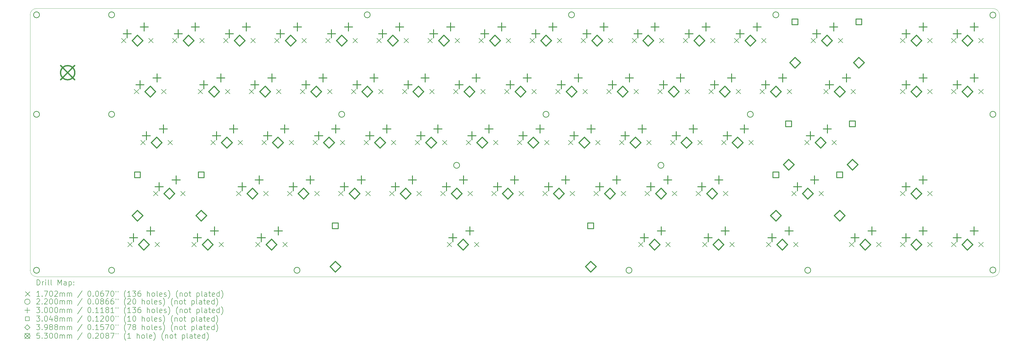
<source format=gbr>
%TF.GenerationSoftware,KiCad,Pcbnew,8.0.7*%
%TF.CreationDate,2025-01-01T13:31:27+11:00*%
%TF.ProjectId,Mainpcb,4d61696e-7063-4622-9e6b-696361645f70,rev?*%
%TF.SameCoordinates,Original*%
%TF.FileFunction,Drillmap*%
%TF.FilePolarity,Positive*%
%FSLAX45Y45*%
G04 Gerber Fmt 4.5, Leading zero omitted, Abs format (unit mm)*
G04 Created by KiCad (PCBNEW 8.0.7) date 2025-01-01 13:31:27*
%MOMM*%
%LPD*%
G01*
G04 APERTURE LIST*
%ADD10C,0.100000*%
%ADD11C,0.200000*%
%ADD12C,0.170180*%
%ADD13C,0.220000*%
%ADD14C,0.300000*%
%ADD15C,0.304800*%
%ADD16C,0.398780*%
%ADD17C,0.530000*%
G04 APERTURE END LIST*
D10*
X2000000Y-2038130D02*
X2000000Y-11581870D01*
X38156109Y-2047500D02*
X38156109Y-11572500D01*
X37908609Y-1800000D02*
X2238130Y-1800000D01*
X37908609Y-11820000D02*
X2238130Y-11820000D01*
X2238130Y-11820000D02*
G75*
G02*
X2000000Y-11581870I0J238130D01*
G01*
X37908609Y-1800000D02*
G75*
G02*
X38156110Y-2047500I1J-247500D01*
G01*
X38156109Y-11572500D02*
G75*
G02*
X37908609Y-11819999I-247499J0D01*
G01*
X2000000Y-2038130D02*
G75*
G02*
X2238130Y-1800000I238130J0D01*
G01*
D11*
D12*
X5406910Y-2914910D02*
X5577090Y-3085090D01*
X5577090Y-2914910D02*
X5406910Y-3085090D01*
X5645035Y-10534910D02*
X5815215Y-10705090D01*
X5815215Y-10534910D02*
X5645035Y-10705090D01*
X5883160Y-4819910D02*
X6053340Y-4990090D01*
X6053340Y-4819910D02*
X5883160Y-4990090D01*
X6121285Y-6724910D02*
X6291465Y-6895090D01*
X6291465Y-6724910D02*
X6121285Y-6895090D01*
X6422910Y-2914910D02*
X6593090Y-3085090D01*
X6593090Y-2914910D02*
X6422910Y-3085090D01*
X6597535Y-8629910D02*
X6767715Y-8800090D01*
X6767715Y-8629910D02*
X6597535Y-8800090D01*
X6661035Y-10534910D02*
X6831215Y-10705090D01*
X6831215Y-10534910D02*
X6661035Y-10705090D01*
X6899160Y-4819910D02*
X7069340Y-4990090D01*
X7069340Y-4819910D02*
X6899160Y-4990090D01*
X7137285Y-6724910D02*
X7307465Y-6895090D01*
X7307465Y-6724910D02*
X7137285Y-6895090D01*
X7311910Y-2914910D02*
X7482090Y-3085090D01*
X7482090Y-2914910D02*
X7311910Y-3085090D01*
X7613535Y-8629910D02*
X7783715Y-8800090D01*
X7783715Y-8629910D02*
X7613535Y-8800090D01*
X8026209Y-10534910D02*
X8196389Y-10705090D01*
X8196389Y-10534910D02*
X8026209Y-10705090D01*
X8264402Y-4819910D02*
X8434582Y-4990090D01*
X8434582Y-4819910D02*
X8264402Y-4990090D01*
X8327910Y-2914910D02*
X8498090Y-3085090D01*
X8498090Y-2914910D02*
X8327910Y-3085090D01*
X8740724Y-6724910D02*
X8910904Y-6895090D01*
X8910904Y-6724910D02*
X8740724Y-6895090D01*
X9042210Y-10534910D02*
X9212390Y-10705090D01*
X9212390Y-10534910D02*
X9042210Y-10705090D01*
X9216910Y-2914910D02*
X9387090Y-3085090D01*
X9387090Y-2914910D02*
X9216910Y-3085090D01*
X9280402Y-4819910D02*
X9450582Y-4990090D01*
X9450582Y-4819910D02*
X9280402Y-4990090D01*
X9693155Y-8629910D02*
X9863335Y-8800090D01*
X9863335Y-8629910D02*
X9693155Y-8800090D01*
X9756724Y-6724910D02*
X9926904Y-6895090D01*
X9926904Y-6724910D02*
X9756724Y-6895090D01*
X10169402Y-4819910D02*
X10339582Y-4990090D01*
X10339582Y-4819910D02*
X10169402Y-4990090D01*
X10232910Y-2914910D02*
X10403090Y-3085090D01*
X10403090Y-2914910D02*
X10232910Y-3085090D01*
X10407384Y-10534910D02*
X10577564Y-10705090D01*
X10577564Y-10534910D02*
X10407384Y-10705090D01*
X10645724Y-6724910D02*
X10815904Y-6895090D01*
X10815904Y-6724910D02*
X10645724Y-6895090D01*
X10709155Y-8629910D02*
X10879335Y-8800090D01*
X10879335Y-8629910D02*
X10709155Y-8800090D01*
X11121910Y-2914910D02*
X11292090Y-3085090D01*
X11292090Y-2914910D02*
X11121910Y-3085090D01*
X11185402Y-4819910D02*
X11355582Y-4990090D01*
X11355582Y-4819910D02*
X11185402Y-4990090D01*
X11423384Y-10534910D02*
X11593564Y-10705090D01*
X11593564Y-10534910D02*
X11423384Y-10705090D01*
X11598155Y-8629910D02*
X11768335Y-8800090D01*
X11768335Y-8629910D02*
X11598155Y-8800090D01*
X11661723Y-6724910D02*
X11831903Y-6895090D01*
X11831903Y-6724910D02*
X11661723Y-6895090D01*
X12074402Y-4819910D02*
X12244582Y-4990090D01*
X12244582Y-4819910D02*
X12074402Y-4990090D01*
X12137910Y-2914910D02*
X12308090Y-3085090D01*
X12308090Y-2914910D02*
X12137910Y-3085090D01*
X12550723Y-6724910D02*
X12720903Y-6895090D01*
X12720903Y-6724910D02*
X12550723Y-6895090D01*
X12614155Y-8629910D02*
X12784335Y-8800090D01*
X12784335Y-8629910D02*
X12614155Y-8800090D01*
X13026910Y-2914910D02*
X13197090Y-3085090D01*
X13197090Y-2914910D02*
X13026910Y-3085090D01*
X13090402Y-4819910D02*
X13260582Y-4990090D01*
X13260582Y-4819910D02*
X13090402Y-4990090D01*
X13503155Y-8629910D02*
X13673335Y-8800090D01*
X13673335Y-8629910D02*
X13503155Y-8800090D01*
X13566723Y-6724910D02*
X13736903Y-6895090D01*
X13736903Y-6724910D02*
X13566723Y-6895090D01*
X13979402Y-4819910D02*
X14149582Y-4990090D01*
X14149582Y-4819910D02*
X13979402Y-4990090D01*
X14042910Y-2914910D02*
X14213090Y-3085090D01*
X14213090Y-2914910D02*
X14042910Y-3085090D01*
X14455723Y-6724910D02*
X14625903Y-6895090D01*
X14625903Y-6724910D02*
X14455723Y-6895090D01*
X14519155Y-8629910D02*
X14689335Y-8800090D01*
X14689335Y-8629910D02*
X14519155Y-8800090D01*
X14931910Y-2914910D02*
X15102090Y-3085090D01*
X15102090Y-2914910D02*
X14931910Y-3085090D01*
X14995402Y-4819910D02*
X15165582Y-4990090D01*
X15165582Y-4819910D02*
X14995402Y-4990090D01*
X15408155Y-8629910D02*
X15578335Y-8800090D01*
X15578335Y-8629910D02*
X15408155Y-8800090D01*
X15471723Y-6724910D02*
X15641903Y-6895090D01*
X15641903Y-6724910D02*
X15471723Y-6895090D01*
X15884402Y-4819910D02*
X16054582Y-4990090D01*
X16054582Y-4819910D02*
X15884402Y-4990090D01*
X15947910Y-2914910D02*
X16118090Y-3085090D01*
X16118090Y-2914910D02*
X15947910Y-3085090D01*
X16360723Y-6724910D02*
X16530903Y-6895090D01*
X16530903Y-6724910D02*
X16360723Y-6895090D01*
X16424155Y-8629910D02*
X16594335Y-8800090D01*
X16594335Y-8629910D02*
X16424155Y-8800090D01*
X16836910Y-2914910D02*
X17007090Y-3085090D01*
X17007090Y-2914910D02*
X16836910Y-3085090D01*
X16900402Y-4819910D02*
X17070582Y-4990090D01*
X17070582Y-4819910D02*
X16900402Y-4990090D01*
X17313155Y-8629910D02*
X17483335Y-8800090D01*
X17483335Y-8629910D02*
X17313155Y-8800090D01*
X17376724Y-6724910D02*
X17546904Y-6895090D01*
X17546904Y-6724910D02*
X17376724Y-6895090D01*
X17551084Y-10534910D02*
X17721264Y-10705090D01*
X17721264Y-10534910D02*
X17551084Y-10705090D01*
X17789402Y-4819910D02*
X17959582Y-4990090D01*
X17959582Y-4819910D02*
X17789402Y-4990090D01*
X17852910Y-2914910D02*
X18023090Y-3085090D01*
X18023090Y-2914910D02*
X17852910Y-3085090D01*
X18265724Y-6724910D02*
X18435904Y-6895090D01*
X18435904Y-6724910D02*
X18265724Y-6895090D01*
X18329155Y-8629910D02*
X18499335Y-8800090D01*
X18499335Y-8629910D02*
X18329155Y-8800090D01*
X18567084Y-10534910D02*
X18737264Y-10705090D01*
X18737264Y-10534910D02*
X18567084Y-10705090D01*
X18741910Y-2914910D02*
X18912090Y-3085090D01*
X18912090Y-2914910D02*
X18741910Y-3085090D01*
X18805402Y-4819910D02*
X18975582Y-4990090D01*
X18975582Y-4819910D02*
X18805402Y-4990090D01*
X19218155Y-8629910D02*
X19388335Y-8800090D01*
X19388335Y-8629910D02*
X19218155Y-8800090D01*
X19281724Y-6724910D02*
X19451904Y-6895090D01*
X19451904Y-6724910D02*
X19281724Y-6895090D01*
X19694402Y-4819910D02*
X19864582Y-4990090D01*
X19864582Y-4819910D02*
X19694402Y-4990090D01*
X19757910Y-2914910D02*
X19928090Y-3085090D01*
X19928090Y-2914910D02*
X19757910Y-3085090D01*
X20170724Y-6724910D02*
X20340904Y-6895090D01*
X20340904Y-6724910D02*
X20170724Y-6895090D01*
X20234155Y-8629910D02*
X20404335Y-8800090D01*
X20404335Y-8629910D02*
X20234155Y-8800090D01*
X20646910Y-2914910D02*
X20817090Y-3085090D01*
X20817090Y-2914910D02*
X20646910Y-3085090D01*
X20710402Y-4819910D02*
X20880582Y-4990090D01*
X20880582Y-4819910D02*
X20710402Y-4990090D01*
X21123155Y-8629910D02*
X21293335Y-8800090D01*
X21293335Y-8629910D02*
X21123155Y-8800090D01*
X21186724Y-6724910D02*
X21356904Y-6895090D01*
X21356904Y-6724910D02*
X21186724Y-6895090D01*
X21599402Y-4819910D02*
X21769582Y-4990090D01*
X21769582Y-4819910D02*
X21599402Y-4990090D01*
X21662910Y-2914910D02*
X21833090Y-3085090D01*
X21833090Y-2914910D02*
X21662910Y-3085090D01*
X22075724Y-6724910D02*
X22245904Y-6895090D01*
X22245904Y-6724910D02*
X22075724Y-6895090D01*
X22139155Y-8629910D02*
X22309335Y-8800090D01*
X22309335Y-8629910D02*
X22139155Y-8800090D01*
X22551910Y-2914910D02*
X22722090Y-3085090D01*
X22722090Y-2914910D02*
X22551910Y-3085090D01*
X22615402Y-4819910D02*
X22785582Y-4990090D01*
X22785582Y-4819910D02*
X22615402Y-4990090D01*
X23028155Y-8629910D02*
X23198335Y-8800090D01*
X23198335Y-8629910D02*
X23028155Y-8800090D01*
X23091723Y-6724910D02*
X23261903Y-6895090D01*
X23261903Y-6724910D02*
X23091723Y-6895090D01*
X23504402Y-4819910D02*
X23674582Y-4990090D01*
X23674582Y-4819910D02*
X23504402Y-4990090D01*
X23567910Y-2914910D02*
X23738090Y-3085090D01*
X23738090Y-2914910D02*
X23567910Y-3085090D01*
X23980723Y-6724910D02*
X24150903Y-6895090D01*
X24150903Y-6724910D02*
X23980723Y-6895090D01*
X24044155Y-8629910D02*
X24214335Y-8800090D01*
X24214335Y-8629910D02*
X24044155Y-8800090D01*
X24456910Y-2914910D02*
X24627090Y-3085090D01*
X24627090Y-2914910D02*
X24456910Y-3085090D01*
X24520402Y-4819910D02*
X24690582Y-4990090D01*
X24690582Y-4819910D02*
X24520402Y-4990090D01*
X24694884Y-10534910D02*
X24865064Y-10705090D01*
X24865064Y-10534910D02*
X24694884Y-10705090D01*
X24933155Y-8629910D02*
X25103335Y-8800090D01*
X25103335Y-8629910D02*
X24933155Y-8800090D01*
X24996723Y-6724910D02*
X25166903Y-6895090D01*
X25166903Y-6724910D02*
X24996723Y-6895090D01*
X25409402Y-4819910D02*
X25579582Y-4990090D01*
X25579582Y-4819910D02*
X25409402Y-4990090D01*
X25472910Y-2914910D02*
X25643090Y-3085090D01*
X25643090Y-2914910D02*
X25472910Y-3085090D01*
X25710884Y-10534910D02*
X25881064Y-10705090D01*
X25881064Y-10534910D02*
X25710884Y-10705090D01*
X25885723Y-6724910D02*
X26055903Y-6895090D01*
X26055903Y-6724910D02*
X25885723Y-6895090D01*
X25949155Y-8629910D02*
X26119335Y-8800090D01*
X26119335Y-8629910D02*
X25949155Y-8800090D01*
X26361910Y-2914910D02*
X26532090Y-3085090D01*
X26532090Y-2914910D02*
X26361910Y-3085090D01*
X26425402Y-4819910D02*
X26595582Y-4990090D01*
X26595582Y-4819910D02*
X26425402Y-4990090D01*
X26838155Y-8629910D02*
X27008335Y-8800090D01*
X27008335Y-8629910D02*
X26838155Y-8800090D01*
X26901723Y-6724910D02*
X27071903Y-6895090D01*
X27071903Y-6724910D02*
X26901723Y-6895090D01*
X27076084Y-10534910D02*
X27246264Y-10705090D01*
X27246264Y-10534910D02*
X27076084Y-10705090D01*
X27314402Y-4819910D02*
X27484582Y-4990090D01*
X27484582Y-4819910D02*
X27314402Y-4990090D01*
X27377910Y-2914910D02*
X27548090Y-3085090D01*
X27548090Y-2914910D02*
X27377910Y-3085090D01*
X27790723Y-6724910D02*
X27960903Y-6895090D01*
X27960903Y-6724910D02*
X27790723Y-6895090D01*
X27854155Y-8629910D02*
X28024335Y-8800090D01*
X28024335Y-8629910D02*
X27854155Y-8800090D01*
X28092084Y-10534910D02*
X28262264Y-10705090D01*
X28262264Y-10534910D02*
X28092084Y-10705090D01*
X28266910Y-2914910D02*
X28437090Y-3085090D01*
X28437090Y-2914910D02*
X28266910Y-3085090D01*
X28330402Y-4819910D02*
X28500582Y-4990090D01*
X28500582Y-4819910D02*
X28330402Y-4990090D01*
X28806723Y-6724910D02*
X28976903Y-6895090D01*
X28976903Y-6724910D02*
X28806723Y-6895090D01*
X29219402Y-4819910D02*
X29389582Y-4990090D01*
X29389582Y-4819910D02*
X29219402Y-4990090D01*
X29282910Y-2914910D02*
X29453090Y-3085090D01*
X29453090Y-2914910D02*
X29282910Y-3085090D01*
X29457284Y-10534910D02*
X29627464Y-10705090D01*
X29627464Y-10534910D02*
X29457284Y-10705090D01*
X30235402Y-4819910D02*
X30405582Y-4990090D01*
X30405582Y-4819910D02*
X30235402Y-4990090D01*
X30409955Y-8629910D02*
X30580135Y-8800090D01*
X30580135Y-8629910D02*
X30409955Y-8800090D01*
X30473284Y-10534910D02*
X30643464Y-10705090D01*
X30643464Y-10534910D02*
X30473284Y-10705090D01*
X30886273Y-6724910D02*
X31056453Y-6895090D01*
X31056453Y-6724910D02*
X30886273Y-6895090D01*
X31124410Y-2914910D02*
X31294590Y-3085090D01*
X31294590Y-2914910D02*
X31124410Y-3085090D01*
X31425955Y-8629910D02*
X31596135Y-8800090D01*
X31596135Y-8629910D02*
X31425955Y-8800090D01*
X31600652Y-4819910D02*
X31770832Y-4990090D01*
X31770832Y-4819910D02*
X31600652Y-4990090D01*
X31902273Y-6724910D02*
X32072453Y-6895090D01*
X32072453Y-6724910D02*
X31902273Y-6895090D01*
X32140410Y-2914910D02*
X32310590Y-3085090D01*
X32310590Y-2914910D02*
X32140410Y-3085090D01*
X32552934Y-10534910D02*
X32723114Y-10705090D01*
X32723114Y-10534910D02*
X32552934Y-10705090D01*
X32616652Y-4819910D02*
X32786832Y-4990090D01*
X32786832Y-4819910D02*
X32616652Y-4990090D01*
X33568934Y-10534910D02*
X33739114Y-10705090D01*
X33739114Y-10534910D02*
X33568934Y-10705090D01*
X34458019Y-8629910D02*
X34628199Y-8800090D01*
X34628199Y-8629910D02*
X34458019Y-8800090D01*
X34458019Y-10534910D02*
X34628199Y-10705090D01*
X34628199Y-10534910D02*
X34458019Y-10705090D01*
X34458160Y-2914910D02*
X34628340Y-3085090D01*
X34628340Y-2914910D02*
X34458160Y-3085090D01*
X34458160Y-4819910D02*
X34628340Y-4990090D01*
X34628340Y-4819910D02*
X34458160Y-4990090D01*
X35474019Y-8629910D02*
X35644199Y-8800090D01*
X35644199Y-8629910D02*
X35474019Y-8800090D01*
X35474019Y-10534910D02*
X35644199Y-10705090D01*
X35644199Y-10534910D02*
X35474019Y-10705090D01*
X35474160Y-2914910D02*
X35644340Y-3085090D01*
X35644340Y-2914910D02*
X35474160Y-3085090D01*
X35474160Y-4819910D02*
X35644340Y-4990090D01*
X35644340Y-4819910D02*
X35474160Y-4990090D01*
X36363019Y-10534910D02*
X36533199Y-10705090D01*
X36533199Y-10534910D02*
X36363019Y-10705090D01*
X36363160Y-2914910D02*
X36533340Y-3085090D01*
X36533340Y-2914910D02*
X36363160Y-3085090D01*
X36363160Y-4819910D02*
X36533340Y-4990090D01*
X36533340Y-4819910D02*
X36363160Y-4990090D01*
X37379019Y-10534910D02*
X37549199Y-10705090D01*
X37549199Y-10534910D02*
X37379019Y-10705090D01*
X37379160Y-2914910D02*
X37549340Y-3085090D01*
X37549340Y-2914910D02*
X37379160Y-3085090D01*
X37379160Y-4819910D02*
X37549340Y-4990090D01*
X37549340Y-4819910D02*
X37379160Y-4990090D01*
D13*
X2348130Y-2038130D02*
G75*
G02*
X2128130Y-2038130I-110000J0D01*
G01*
X2128130Y-2038130D02*
G75*
G02*
X2348130Y-2038130I110000J0D01*
G01*
X2348130Y-5755000D02*
G75*
G02*
X2128130Y-5755000I-110000J0D01*
G01*
X2128130Y-5755000D02*
G75*
G02*
X2348130Y-5755000I110000J0D01*
G01*
X2348130Y-11581870D02*
G75*
G02*
X2128130Y-11581870I-110000J0D01*
G01*
X2128130Y-11581870D02*
G75*
G02*
X2348130Y-11581870I110000J0D01*
G01*
X5148130Y-2038130D02*
G75*
G02*
X4928130Y-2038130I-110000J0D01*
G01*
X4928130Y-2038130D02*
G75*
G02*
X5148130Y-2038130I110000J0D01*
G01*
X5148130Y-5755000D02*
G75*
G02*
X4928130Y-5755000I-110000J0D01*
G01*
X4928130Y-5755000D02*
G75*
G02*
X5148130Y-5755000I110000J0D01*
G01*
X5148130Y-11581870D02*
G75*
G02*
X4928130Y-11581870I-110000J0D01*
G01*
X4928130Y-11581870D02*
G75*
G02*
X5148130Y-11581870I110000J0D01*
G01*
X12062974Y-11581870D02*
G75*
G02*
X11842974Y-11581870I-110000J0D01*
G01*
X11842974Y-11581870D02*
G75*
G02*
X12062974Y-11581870I110000J0D01*
G01*
X13729992Y-5755000D02*
G75*
G02*
X13509992Y-5755000I-110000J0D01*
G01*
X13509992Y-5755000D02*
G75*
G02*
X13729992Y-5755000I110000J0D01*
G01*
X14682500Y-2038130D02*
G75*
G02*
X14462500Y-2038130I-110000J0D01*
G01*
X14462500Y-2038130D02*
G75*
G02*
X14682500Y-2038130I110000J0D01*
G01*
X18016314Y-7660000D02*
G75*
G02*
X17796314Y-7660000I-110000J0D01*
G01*
X17796314Y-7660000D02*
G75*
G02*
X18016314Y-7660000I110000J0D01*
G01*
X21349992Y-5755000D02*
G75*
G02*
X21129992Y-5755000I-110000J0D01*
G01*
X21129992Y-5755000D02*
G75*
G02*
X21349992Y-5755000I110000J0D01*
G01*
X22302500Y-2038130D02*
G75*
G02*
X22082500Y-2038130I-110000J0D01*
G01*
X22082500Y-2038130D02*
G75*
G02*
X22302500Y-2038130I110000J0D01*
G01*
X24445474Y-11581870D02*
G75*
G02*
X24225474Y-11581870I-110000J0D01*
G01*
X24225474Y-11581870D02*
G75*
G02*
X24445474Y-11581870I110000J0D01*
G01*
X25636313Y-7660000D02*
G75*
G02*
X25416313Y-7660000I-110000J0D01*
G01*
X25416313Y-7660000D02*
G75*
G02*
X25636313Y-7660000I110000J0D01*
G01*
X28969992Y-5755000D02*
G75*
G02*
X28749992Y-5755000I-110000J0D01*
G01*
X28749992Y-5755000D02*
G75*
G02*
X28969992Y-5755000I110000J0D01*
G01*
X29922500Y-2038130D02*
G75*
G02*
X29702500Y-2038130I-110000J0D01*
G01*
X29702500Y-2038130D02*
G75*
G02*
X29922500Y-2038130I110000J0D01*
G01*
X31112874Y-11581870D02*
G75*
G02*
X30892874Y-11581870I-110000J0D01*
G01*
X30892874Y-11581870D02*
G75*
G02*
X31112874Y-11581870I110000J0D01*
G01*
X38018609Y-2047500D02*
G75*
G02*
X37798609Y-2047500I-110000J0D01*
G01*
X37798609Y-2047500D02*
G75*
G02*
X38018609Y-2047500I110000J0D01*
G01*
X38018609Y-5755000D02*
G75*
G02*
X37798609Y-5755000I-110000J0D01*
G01*
X37798609Y-5755000D02*
G75*
G02*
X38018609Y-5755000I110000J0D01*
G01*
X38018609Y-11572500D02*
G75*
G02*
X37798609Y-11572500I-110000J0D01*
G01*
X37798609Y-11572500D02*
G75*
G02*
X38018609Y-11572500I110000J0D01*
G01*
D14*
X5619000Y-2596000D02*
X5619000Y-2896000D01*
X5469000Y-2746000D02*
X5769000Y-2746000D01*
X5857125Y-10216000D02*
X5857125Y-10516000D01*
X5707125Y-10366000D02*
X6007125Y-10366000D01*
X6095250Y-4501000D02*
X6095250Y-4801000D01*
X5945250Y-4651000D02*
X6245250Y-4651000D01*
X6254000Y-2342000D02*
X6254000Y-2642000D01*
X6104000Y-2492000D02*
X6404000Y-2492000D01*
X6333375Y-6406000D02*
X6333375Y-6706000D01*
X6183375Y-6556000D02*
X6483375Y-6556000D01*
X6492125Y-9962000D02*
X6492125Y-10262000D01*
X6342125Y-10112000D02*
X6642125Y-10112000D01*
X6730250Y-4247000D02*
X6730250Y-4547000D01*
X6580250Y-4397000D02*
X6880250Y-4397000D01*
X6809625Y-8311000D02*
X6809625Y-8611000D01*
X6659625Y-8461000D02*
X6959625Y-8461000D01*
X6968375Y-6152000D02*
X6968375Y-6452000D01*
X6818375Y-6302000D02*
X7118375Y-6302000D01*
X7444625Y-8057000D02*
X7444625Y-8357000D01*
X7294625Y-8207000D02*
X7594625Y-8207000D01*
X7524000Y-2596000D02*
X7524000Y-2896000D01*
X7374000Y-2746000D02*
X7674000Y-2746000D01*
X8159000Y-2342000D02*
X8159000Y-2642000D01*
X8009000Y-2492000D02*
X8309000Y-2492000D01*
X8238299Y-10216000D02*
X8238299Y-10516000D01*
X8088299Y-10366000D02*
X8388299Y-10366000D01*
X8476492Y-4501000D02*
X8476492Y-4801000D01*
X8326492Y-4651000D02*
X8626492Y-4651000D01*
X8873300Y-9962000D02*
X8873300Y-10262000D01*
X8723300Y-10112000D02*
X9023300Y-10112000D01*
X8952814Y-6406000D02*
X8952814Y-6706000D01*
X8802814Y-6556000D02*
X9102814Y-6556000D01*
X9111492Y-4247000D02*
X9111492Y-4547000D01*
X8961492Y-4397000D02*
X9261492Y-4397000D01*
X9429000Y-2596000D02*
X9429000Y-2896000D01*
X9279000Y-2746000D02*
X9579000Y-2746000D01*
X9587814Y-6152000D02*
X9587814Y-6452000D01*
X9437814Y-6302000D02*
X9737814Y-6302000D01*
X9905245Y-8311000D02*
X9905245Y-8611000D01*
X9755245Y-8461000D02*
X10055245Y-8461000D01*
X10064000Y-2342000D02*
X10064000Y-2642000D01*
X9914000Y-2492000D02*
X10214000Y-2492000D01*
X10381492Y-4501000D02*
X10381492Y-4801000D01*
X10231492Y-4651000D02*
X10531492Y-4651000D01*
X10540245Y-8057000D02*
X10540245Y-8357000D01*
X10390245Y-8207000D02*
X10690245Y-8207000D01*
X10619474Y-10216000D02*
X10619474Y-10516000D01*
X10469474Y-10366000D02*
X10769474Y-10366000D01*
X10857814Y-6406000D02*
X10857814Y-6706000D01*
X10707814Y-6556000D02*
X11007814Y-6556000D01*
X11016492Y-4247000D02*
X11016492Y-4547000D01*
X10866492Y-4397000D02*
X11166492Y-4397000D01*
X11254474Y-9962000D02*
X11254474Y-10262000D01*
X11104474Y-10112000D02*
X11404474Y-10112000D01*
X11334000Y-2596000D02*
X11334000Y-2896000D01*
X11184000Y-2746000D02*
X11484000Y-2746000D01*
X11492813Y-6152000D02*
X11492813Y-6452000D01*
X11342813Y-6302000D02*
X11642813Y-6302000D01*
X11810245Y-8311000D02*
X11810245Y-8611000D01*
X11660245Y-8461000D02*
X11960245Y-8461000D01*
X11969000Y-2342000D02*
X11969000Y-2642000D01*
X11819000Y-2492000D02*
X12119000Y-2492000D01*
X12286492Y-4501000D02*
X12286492Y-4801000D01*
X12136492Y-4651000D02*
X12436492Y-4651000D01*
X12445245Y-8057000D02*
X12445245Y-8357000D01*
X12295245Y-8207000D02*
X12595245Y-8207000D01*
X12762813Y-6406000D02*
X12762813Y-6706000D01*
X12612813Y-6556000D02*
X12912813Y-6556000D01*
X12921492Y-4247000D02*
X12921492Y-4547000D01*
X12771492Y-4397000D02*
X13071492Y-4397000D01*
X13239000Y-2596000D02*
X13239000Y-2896000D01*
X13089000Y-2746000D02*
X13389000Y-2746000D01*
X13397813Y-6152000D02*
X13397813Y-6452000D01*
X13247813Y-6302000D02*
X13547813Y-6302000D01*
X13715245Y-8311000D02*
X13715245Y-8611000D01*
X13565245Y-8461000D02*
X13865245Y-8461000D01*
X13874000Y-2342000D02*
X13874000Y-2642000D01*
X13724000Y-2492000D02*
X14024000Y-2492000D01*
X14191492Y-4501000D02*
X14191492Y-4801000D01*
X14041492Y-4651000D02*
X14341492Y-4651000D01*
X14350245Y-8057000D02*
X14350245Y-8357000D01*
X14200245Y-8207000D02*
X14500245Y-8207000D01*
X14667813Y-6406000D02*
X14667813Y-6706000D01*
X14517813Y-6556000D02*
X14817813Y-6556000D01*
X14826492Y-4247000D02*
X14826492Y-4547000D01*
X14676492Y-4397000D02*
X14976492Y-4397000D01*
X15144000Y-2596000D02*
X15144000Y-2896000D01*
X14994000Y-2746000D02*
X15294000Y-2746000D01*
X15302813Y-6152000D02*
X15302813Y-6452000D01*
X15152813Y-6302000D02*
X15452813Y-6302000D01*
X15620245Y-8311000D02*
X15620245Y-8611000D01*
X15470245Y-8461000D02*
X15770245Y-8461000D01*
X15779000Y-2342000D02*
X15779000Y-2642000D01*
X15629000Y-2492000D02*
X15929000Y-2492000D01*
X16096492Y-4501000D02*
X16096492Y-4801000D01*
X15946492Y-4651000D02*
X16246492Y-4651000D01*
X16255245Y-8057000D02*
X16255245Y-8357000D01*
X16105245Y-8207000D02*
X16405245Y-8207000D01*
X16572813Y-6406000D02*
X16572813Y-6706000D01*
X16422813Y-6556000D02*
X16722813Y-6556000D01*
X16731492Y-4247000D02*
X16731492Y-4547000D01*
X16581492Y-4397000D02*
X16881492Y-4397000D01*
X17049000Y-2596000D02*
X17049000Y-2896000D01*
X16899000Y-2746000D02*
X17199000Y-2746000D01*
X17207814Y-6152000D02*
X17207814Y-6452000D01*
X17057814Y-6302000D02*
X17357814Y-6302000D01*
X17525245Y-8311000D02*
X17525245Y-8611000D01*
X17375245Y-8461000D02*
X17675245Y-8461000D01*
X17684000Y-2342000D02*
X17684000Y-2642000D01*
X17534000Y-2492000D02*
X17834000Y-2492000D01*
X17763174Y-10216000D02*
X17763174Y-10516000D01*
X17613174Y-10366000D02*
X17913174Y-10366000D01*
X18001492Y-4501000D02*
X18001492Y-4801000D01*
X17851492Y-4651000D02*
X18151492Y-4651000D01*
X18160245Y-8057000D02*
X18160245Y-8357000D01*
X18010245Y-8207000D02*
X18310245Y-8207000D01*
X18398174Y-9962000D02*
X18398174Y-10262000D01*
X18248174Y-10112000D02*
X18548174Y-10112000D01*
X18477814Y-6406000D02*
X18477814Y-6706000D01*
X18327814Y-6556000D02*
X18627814Y-6556000D01*
X18636492Y-4247000D02*
X18636492Y-4547000D01*
X18486492Y-4397000D02*
X18786492Y-4397000D01*
X18954000Y-2596000D02*
X18954000Y-2896000D01*
X18804000Y-2746000D02*
X19104000Y-2746000D01*
X19112814Y-6152000D02*
X19112814Y-6452000D01*
X18962814Y-6302000D02*
X19262814Y-6302000D01*
X19430245Y-8311000D02*
X19430245Y-8611000D01*
X19280245Y-8461000D02*
X19580245Y-8461000D01*
X19589000Y-2342000D02*
X19589000Y-2642000D01*
X19439000Y-2492000D02*
X19739000Y-2492000D01*
X19906492Y-4501000D02*
X19906492Y-4801000D01*
X19756492Y-4651000D02*
X20056492Y-4651000D01*
X20065245Y-8057000D02*
X20065245Y-8357000D01*
X19915245Y-8207000D02*
X20215245Y-8207000D01*
X20382814Y-6406000D02*
X20382814Y-6706000D01*
X20232814Y-6556000D02*
X20532814Y-6556000D01*
X20541492Y-4247000D02*
X20541492Y-4547000D01*
X20391492Y-4397000D02*
X20691492Y-4397000D01*
X20859000Y-2596000D02*
X20859000Y-2896000D01*
X20709000Y-2746000D02*
X21009000Y-2746000D01*
X21017814Y-6152000D02*
X21017814Y-6452000D01*
X20867814Y-6302000D02*
X21167814Y-6302000D01*
X21335245Y-8311000D02*
X21335245Y-8611000D01*
X21185245Y-8461000D02*
X21485245Y-8461000D01*
X21494000Y-2342000D02*
X21494000Y-2642000D01*
X21344000Y-2492000D02*
X21644000Y-2492000D01*
X21811492Y-4501000D02*
X21811492Y-4801000D01*
X21661492Y-4651000D02*
X21961492Y-4651000D01*
X21970245Y-8057000D02*
X21970245Y-8357000D01*
X21820245Y-8207000D02*
X22120245Y-8207000D01*
X22287814Y-6406000D02*
X22287814Y-6706000D01*
X22137814Y-6556000D02*
X22437813Y-6556000D01*
X22446492Y-4247000D02*
X22446492Y-4547000D01*
X22296492Y-4397000D02*
X22596492Y-4397000D01*
X22764000Y-2596000D02*
X22764000Y-2896000D01*
X22614000Y-2746000D02*
X22914000Y-2746000D01*
X22922813Y-6152000D02*
X22922813Y-6452000D01*
X22772813Y-6302000D02*
X23072813Y-6302000D01*
X23240245Y-8311000D02*
X23240245Y-8611000D01*
X23090245Y-8461000D02*
X23390245Y-8461000D01*
X23399000Y-2342000D02*
X23399000Y-2642000D01*
X23249000Y-2492000D02*
X23549000Y-2492000D01*
X23716492Y-4501000D02*
X23716492Y-4801000D01*
X23566492Y-4651000D02*
X23866492Y-4651000D01*
X23875245Y-8057000D02*
X23875245Y-8357000D01*
X23725245Y-8207000D02*
X24025245Y-8207000D01*
X24192813Y-6406000D02*
X24192813Y-6706000D01*
X24042813Y-6556000D02*
X24342813Y-6556000D01*
X24351492Y-4247000D02*
X24351492Y-4547000D01*
X24201492Y-4397000D02*
X24501492Y-4397000D01*
X24669000Y-2596000D02*
X24669000Y-2896000D01*
X24519000Y-2746000D02*
X24819000Y-2746000D01*
X24827813Y-6152000D02*
X24827813Y-6452000D01*
X24677813Y-6302000D02*
X24977813Y-6302000D01*
X24906974Y-10216000D02*
X24906974Y-10516000D01*
X24756974Y-10366000D02*
X25056974Y-10366000D01*
X25145245Y-8311000D02*
X25145245Y-8611000D01*
X24995245Y-8461000D02*
X25295245Y-8461000D01*
X25304000Y-2342000D02*
X25304000Y-2642000D01*
X25154000Y-2492000D02*
X25454000Y-2492000D01*
X25541974Y-9962000D02*
X25541974Y-10262000D01*
X25391974Y-10112000D02*
X25691974Y-10112000D01*
X25621492Y-4501000D02*
X25621492Y-4801000D01*
X25471492Y-4651000D02*
X25771492Y-4651000D01*
X25780245Y-8057000D02*
X25780245Y-8357000D01*
X25630245Y-8207000D02*
X25930245Y-8207000D01*
X26097813Y-6406000D02*
X26097813Y-6706000D01*
X25947813Y-6556000D02*
X26247813Y-6556000D01*
X26256492Y-4247000D02*
X26256492Y-4547000D01*
X26106492Y-4397000D02*
X26406492Y-4397000D01*
X26574000Y-2596000D02*
X26574000Y-2896000D01*
X26424000Y-2746000D02*
X26724000Y-2746000D01*
X26732813Y-6152000D02*
X26732813Y-6452000D01*
X26582813Y-6302000D02*
X26882813Y-6302000D01*
X27050245Y-8311000D02*
X27050245Y-8611000D01*
X26900245Y-8461000D02*
X27200245Y-8461000D01*
X27209000Y-2342000D02*
X27209000Y-2642000D01*
X27059000Y-2492000D02*
X27359000Y-2492000D01*
X27288174Y-10216000D02*
X27288174Y-10516000D01*
X27138174Y-10366000D02*
X27438174Y-10366000D01*
X27526492Y-4501000D02*
X27526492Y-4801000D01*
X27376492Y-4651000D02*
X27676492Y-4651000D01*
X27685245Y-8057000D02*
X27685245Y-8357000D01*
X27535245Y-8207000D02*
X27835245Y-8207000D01*
X27923174Y-9962000D02*
X27923174Y-10262000D01*
X27773174Y-10112000D02*
X28073174Y-10112000D01*
X28002813Y-6406000D02*
X28002813Y-6706000D01*
X27852813Y-6556000D02*
X28152813Y-6556000D01*
X28161492Y-4247000D02*
X28161492Y-4547000D01*
X28011492Y-4397000D02*
X28311492Y-4397000D01*
X28479000Y-2596000D02*
X28479000Y-2896000D01*
X28329000Y-2746000D02*
X28629000Y-2746000D01*
X28637813Y-6152000D02*
X28637813Y-6452000D01*
X28487813Y-6302000D02*
X28787813Y-6302000D01*
X29114000Y-2342000D02*
X29114000Y-2642000D01*
X28964000Y-2492000D02*
X29264000Y-2492000D01*
X29431492Y-4501000D02*
X29431492Y-4801000D01*
X29281492Y-4651000D02*
X29581492Y-4651000D01*
X29669374Y-10216000D02*
X29669374Y-10516000D01*
X29519374Y-10366000D02*
X29819374Y-10366000D01*
X30066492Y-4247000D02*
X30066492Y-4547000D01*
X29916492Y-4397000D02*
X30216492Y-4397000D01*
X30304374Y-9962000D02*
X30304374Y-10262000D01*
X30154374Y-10112000D02*
X30454374Y-10112000D01*
X30622045Y-8311000D02*
X30622045Y-8611000D01*
X30472045Y-8461000D02*
X30772045Y-8461000D01*
X31098363Y-6406000D02*
X31098363Y-6706000D01*
X30948363Y-6556000D02*
X31248363Y-6556000D01*
X31257045Y-8057000D02*
X31257045Y-8357000D01*
X31107045Y-8207000D02*
X31407045Y-8207000D01*
X31336500Y-2596000D02*
X31336500Y-2896000D01*
X31186500Y-2746000D02*
X31486500Y-2746000D01*
X31733363Y-6152000D02*
X31733363Y-6452000D01*
X31583363Y-6302000D02*
X31883363Y-6302000D01*
X31812742Y-4501000D02*
X31812742Y-4801000D01*
X31662742Y-4651000D02*
X31962742Y-4651000D01*
X31971500Y-2342000D02*
X31971500Y-2642000D01*
X31821500Y-2492000D02*
X32121500Y-2492000D01*
X32447742Y-4247000D02*
X32447742Y-4547000D01*
X32297742Y-4397000D02*
X32597742Y-4397000D01*
X32765024Y-10216000D02*
X32765024Y-10516000D01*
X32615024Y-10366000D02*
X32915024Y-10366000D01*
X33400024Y-9962000D02*
X33400024Y-10262000D01*
X33250024Y-10112000D02*
X33550024Y-10112000D01*
X34670109Y-8311000D02*
X34670109Y-8611000D01*
X34520109Y-8461000D02*
X34820109Y-8461000D01*
X34670109Y-10216000D02*
X34670109Y-10516000D01*
X34520109Y-10366000D02*
X34820109Y-10366000D01*
X34670250Y-2596000D02*
X34670250Y-2896000D01*
X34520250Y-2746000D02*
X34820250Y-2746000D01*
X34670250Y-4501000D02*
X34670250Y-4801000D01*
X34520250Y-4651000D02*
X34820250Y-4651000D01*
X35305109Y-8057000D02*
X35305109Y-8357000D01*
X35155109Y-8207000D02*
X35455109Y-8207000D01*
X35305109Y-9962000D02*
X35305109Y-10262000D01*
X35155109Y-10112000D02*
X35455109Y-10112000D01*
X35305250Y-2342000D02*
X35305250Y-2642000D01*
X35155250Y-2492000D02*
X35455250Y-2492000D01*
X35305250Y-4247000D02*
X35305250Y-4547000D01*
X35155250Y-4397000D02*
X35455250Y-4397000D01*
X36575109Y-10216000D02*
X36575109Y-10516000D01*
X36425109Y-10366000D02*
X36725109Y-10366000D01*
X36575250Y-2596000D02*
X36575250Y-2896000D01*
X36425250Y-2746000D02*
X36725250Y-2746000D01*
X36575250Y-4501000D02*
X36575250Y-4801000D01*
X36425250Y-4651000D02*
X36725250Y-4651000D01*
X37210109Y-9962000D02*
X37210109Y-10262000D01*
X37060109Y-10112000D02*
X37360109Y-10112000D01*
X37210250Y-2342000D02*
X37210250Y-2642000D01*
X37060250Y-2492000D02*
X37360250Y-2492000D01*
X37210250Y-4247000D02*
X37210250Y-4547000D01*
X37060250Y-4397000D02*
X37360250Y-4397000D01*
D15*
X6108389Y-8124264D02*
X6108389Y-7908736D01*
X5892861Y-7908736D01*
X5892861Y-8124264D01*
X6108389Y-8124264D01*
X8488389Y-8124264D02*
X8488389Y-7908736D01*
X8272861Y-7908736D01*
X8272861Y-8124264D01*
X8488389Y-8124264D01*
X13489423Y-10029264D02*
X13489423Y-9813736D01*
X13273895Y-9813736D01*
X13273895Y-10029264D01*
X13489423Y-10029264D01*
X23014423Y-10029264D02*
X23014423Y-9813736D01*
X22798895Y-9813736D01*
X22798895Y-10029264D01*
X23014423Y-10029264D01*
X29920809Y-8124264D02*
X29920809Y-7908736D01*
X29705281Y-7908736D01*
X29705281Y-8124264D01*
X29920809Y-8124264D01*
X30397128Y-6219264D02*
X30397128Y-6003736D01*
X30181599Y-6003736D01*
X30181599Y-6219264D01*
X30397128Y-6219264D01*
X30635264Y-2409264D02*
X30635264Y-2193736D01*
X30419736Y-2193736D01*
X30419736Y-2409264D01*
X30635264Y-2409264D01*
X32300809Y-8124264D02*
X32300809Y-7908736D01*
X32085281Y-7908736D01*
X32085281Y-8124264D01*
X32300809Y-8124264D01*
X32777128Y-6219264D02*
X32777128Y-6003736D01*
X32561599Y-6003736D01*
X32561599Y-6219264D01*
X32777128Y-6219264D01*
X33015264Y-2409264D02*
X33015264Y-2193736D01*
X32799736Y-2193736D01*
X32799736Y-2409264D01*
X33015264Y-2409264D01*
D16*
X6000000Y-3199390D02*
X6199390Y-3000000D01*
X6000000Y-2800610D01*
X5800610Y-3000000D01*
X6000000Y-3199390D01*
X6000625Y-9739890D02*
X6200015Y-9540500D01*
X6000625Y-9341110D01*
X5801235Y-9540500D01*
X6000625Y-9739890D01*
X6238125Y-10819390D02*
X6437515Y-10620000D01*
X6238125Y-10420610D01*
X6038735Y-10620000D01*
X6238125Y-10819390D01*
X6476250Y-5104390D02*
X6675640Y-4905000D01*
X6476250Y-4705610D01*
X6276860Y-4905000D01*
X6476250Y-5104390D01*
X6714375Y-7009390D02*
X6913765Y-6810000D01*
X6714375Y-6610610D01*
X6514985Y-6810000D01*
X6714375Y-7009390D01*
X7190625Y-8914390D02*
X7390015Y-8715000D01*
X7190625Y-8515610D01*
X6991235Y-8715000D01*
X7190625Y-8914390D01*
X7905000Y-3199390D02*
X8104390Y-3000000D01*
X7905000Y-2800610D01*
X7705610Y-3000000D01*
X7905000Y-3199390D01*
X8380625Y-9739890D02*
X8580015Y-9540500D01*
X8380625Y-9341110D01*
X8181235Y-9540500D01*
X8380625Y-9739890D01*
X8619300Y-10819390D02*
X8818690Y-10620000D01*
X8619300Y-10420610D01*
X8419910Y-10620000D01*
X8619300Y-10819390D01*
X8857492Y-5104390D02*
X9056882Y-4905000D01*
X8857492Y-4705610D01*
X8658102Y-4905000D01*
X8857492Y-5104390D01*
X9333814Y-7009390D02*
X9533204Y-6810000D01*
X9333814Y-6610610D01*
X9134424Y-6810000D01*
X9333814Y-7009390D01*
X9810000Y-3199390D02*
X10009390Y-3000000D01*
X9810000Y-2800610D01*
X9610610Y-3000000D01*
X9810000Y-3199390D01*
X10286245Y-8914390D02*
X10485635Y-8715000D01*
X10286245Y-8515610D01*
X10086855Y-8715000D01*
X10286245Y-8914390D01*
X10762492Y-5104390D02*
X10961882Y-4905000D01*
X10762492Y-4705610D01*
X10563102Y-4905000D01*
X10762492Y-5104390D01*
X11000474Y-10819390D02*
X11199864Y-10620000D01*
X11000474Y-10420610D01*
X10801084Y-10620000D01*
X11000474Y-10819390D01*
X11238813Y-7009390D02*
X11438203Y-6810000D01*
X11238813Y-6610610D01*
X11039424Y-6810000D01*
X11238813Y-7009390D01*
X11715000Y-3199390D02*
X11914390Y-3000000D01*
X11715000Y-2800610D01*
X11515610Y-3000000D01*
X11715000Y-3199390D01*
X12191245Y-8914390D02*
X12390635Y-8715000D01*
X12191245Y-8515610D01*
X11991855Y-8715000D01*
X12191245Y-8914390D01*
X12667492Y-5104390D02*
X12866882Y-4905000D01*
X12667492Y-4705610D01*
X12468102Y-4905000D01*
X12667492Y-5104390D01*
X13143813Y-7009390D02*
X13343203Y-6810000D01*
X13143813Y-6610610D01*
X12944423Y-6810000D01*
X13143813Y-7009390D01*
X13381659Y-11644890D02*
X13581049Y-11445500D01*
X13381659Y-11246110D01*
X13182269Y-11445500D01*
X13381659Y-11644890D01*
X13620000Y-3199390D02*
X13819390Y-3000000D01*
X13620000Y-2800610D01*
X13420610Y-3000000D01*
X13620000Y-3199390D01*
X14096245Y-8914390D02*
X14295635Y-8715000D01*
X14096245Y-8515610D01*
X13896855Y-8715000D01*
X14096245Y-8914390D01*
X14572492Y-5104390D02*
X14771882Y-4905000D01*
X14572492Y-4705610D01*
X14373102Y-4905000D01*
X14572492Y-5104390D01*
X15048813Y-7009390D02*
X15248203Y-6810000D01*
X15048813Y-6610610D01*
X14849423Y-6810000D01*
X15048813Y-7009390D01*
X15525000Y-3199390D02*
X15724390Y-3000000D01*
X15525000Y-2800610D01*
X15325610Y-3000000D01*
X15525000Y-3199390D01*
X16001245Y-8914390D02*
X16200635Y-8715000D01*
X16001245Y-8515610D01*
X15801855Y-8715000D01*
X16001245Y-8914390D01*
X16477492Y-5104390D02*
X16676882Y-4905000D01*
X16477492Y-4705610D01*
X16278102Y-4905000D01*
X16477492Y-5104390D01*
X16953814Y-7009390D02*
X17153204Y-6810000D01*
X16953814Y-6610610D01*
X16754423Y-6810000D01*
X16953814Y-7009390D01*
X17430000Y-3199390D02*
X17629390Y-3000000D01*
X17430000Y-2800610D01*
X17230610Y-3000000D01*
X17430000Y-3199390D01*
X17906245Y-8914390D02*
X18105635Y-8715000D01*
X17906245Y-8515610D01*
X17706855Y-8715000D01*
X17906245Y-8914390D01*
X18144174Y-10819390D02*
X18343564Y-10620000D01*
X18144174Y-10420610D01*
X17944784Y-10620000D01*
X18144174Y-10819390D01*
X18382492Y-5104390D02*
X18581882Y-4905000D01*
X18382492Y-4705610D01*
X18183102Y-4905000D01*
X18382492Y-5104390D01*
X18858814Y-7009390D02*
X19058204Y-6810000D01*
X18858814Y-6610610D01*
X18659424Y-6810000D01*
X18858814Y-7009390D01*
X19335000Y-3199390D02*
X19534390Y-3000000D01*
X19335000Y-2800610D01*
X19135610Y-3000000D01*
X19335000Y-3199390D01*
X19811245Y-8914390D02*
X20010635Y-8715000D01*
X19811245Y-8515610D01*
X19611855Y-8715000D01*
X19811245Y-8914390D01*
X20287492Y-5104390D02*
X20486882Y-4905000D01*
X20287492Y-4705610D01*
X20088102Y-4905000D01*
X20287492Y-5104390D01*
X20763814Y-7009390D02*
X20963204Y-6810000D01*
X20763814Y-6610610D01*
X20564424Y-6810000D01*
X20763814Y-7009390D01*
X21240000Y-3199390D02*
X21439390Y-3000000D01*
X21240000Y-2800610D01*
X21040610Y-3000000D01*
X21240000Y-3199390D01*
X21716245Y-8914390D02*
X21915635Y-8715000D01*
X21716245Y-8515610D01*
X21516855Y-8715000D01*
X21716245Y-8914390D01*
X22192492Y-5104390D02*
X22391882Y-4905000D01*
X22192492Y-4705610D01*
X21993102Y-4905000D01*
X22192492Y-5104390D01*
X22668813Y-7009390D02*
X22868203Y-6810000D01*
X22668813Y-6610610D01*
X22469423Y-6810000D01*
X22668813Y-7009390D01*
X22906659Y-11644890D02*
X23106049Y-11445500D01*
X22906659Y-11246110D01*
X22707269Y-11445500D01*
X22906659Y-11644890D01*
X23145000Y-3199390D02*
X23344390Y-3000000D01*
X23145000Y-2800610D01*
X22945610Y-3000000D01*
X23145000Y-3199390D01*
X23621245Y-8914390D02*
X23820635Y-8715000D01*
X23621245Y-8515610D01*
X23421855Y-8715000D01*
X23621245Y-8914390D01*
X24097492Y-5104390D02*
X24296882Y-4905000D01*
X24097492Y-4705610D01*
X23898102Y-4905000D01*
X24097492Y-5104390D01*
X24573813Y-7009390D02*
X24773203Y-6810000D01*
X24573813Y-6610610D01*
X24374423Y-6810000D01*
X24573813Y-7009390D01*
X25050000Y-3199390D02*
X25249390Y-3000000D01*
X25050000Y-2800610D01*
X24850610Y-3000000D01*
X25050000Y-3199390D01*
X25287974Y-10819390D02*
X25487364Y-10620000D01*
X25287974Y-10420610D01*
X25088584Y-10620000D01*
X25287974Y-10819390D01*
X25526245Y-8914390D02*
X25725635Y-8715000D01*
X25526245Y-8515610D01*
X25326855Y-8715000D01*
X25526245Y-8914390D01*
X26002492Y-5104390D02*
X26201882Y-4905000D01*
X26002492Y-4705610D01*
X25803102Y-4905000D01*
X26002492Y-5104390D01*
X26478813Y-7009390D02*
X26678203Y-6810000D01*
X26478813Y-6610610D01*
X26279423Y-6810000D01*
X26478813Y-7009390D01*
X26955000Y-3199390D02*
X27154390Y-3000000D01*
X26955000Y-2800610D01*
X26755610Y-3000000D01*
X26955000Y-3199390D01*
X27431245Y-8914390D02*
X27630635Y-8715000D01*
X27431245Y-8515610D01*
X27231855Y-8715000D01*
X27431245Y-8914390D01*
X27669174Y-10819390D02*
X27868564Y-10620000D01*
X27669174Y-10420610D01*
X27469784Y-10620000D01*
X27669174Y-10819390D01*
X27907492Y-5104390D02*
X28106882Y-4905000D01*
X27907492Y-4705610D01*
X27708102Y-4905000D01*
X27907492Y-5104390D01*
X28383813Y-7009390D02*
X28583203Y-6810000D01*
X28383813Y-6610610D01*
X28184423Y-6810000D01*
X28383813Y-7009390D01*
X28860000Y-3199390D02*
X29059390Y-3000000D01*
X28860000Y-2800610D01*
X28660610Y-3000000D01*
X28860000Y-3199390D01*
X29812492Y-5104390D02*
X30011882Y-4905000D01*
X29812492Y-4705610D01*
X29613102Y-4905000D01*
X29812492Y-5104390D01*
X29813045Y-9739890D02*
X30012435Y-9540500D01*
X29813045Y-9341110D01*
X29613655Y-9540500D01*
X29813045Y-9739890D01*
X30050374Y-10819390D02*
X30249764Y-10620000D01*
X30050374Y-10420610D01*
X29850984Y-10620000D01*
X30050374Y-10819390D01*
X30289363Y-7834890D02*
X30488753Y-7635500D01*
X30289363Y-7436110D01*
X30089973Y-7635500D01*
X30289363Y-7834890D01*
X30527500Y-4024890D02*
X30726890Y-3825500D01*
X30527500Y-3626110D01*
X30328110Y-3825500D01*
X30527500Y-4024890D01*
X31003045Y-8914390D02*
X31202435Y-8715000D01*
X31003045Y-8515610D01*
X30803655Y-8715000D01*
X31003045Y-8914390D01*
X31479363Y-7009390D02*
X31678753Y-6810000D01*
X31479363Y-6610610D01*
X31279973Y-6810000D01*
X31479363Y-7009390D01*
X31717500Y-3199390D02*
X31916890Y-3000000D01*
X31717500Y-2800610D01*
X31518110Y-3000000D01*
X31717500Y-3199390D01*
X32193045Y-9739890D02*
X32392435Y-9540500D01*
X32193045Y-9341110D01*
X31993655Y-9540500D01*
X32193045Y-9739890D01*
X32193742Y-5104390D02*
X32393132Y-4905000D01*
X32193742Y-4705610D01*
X31994352Y-4905000D01*
X32193742Y-5104390D01*
X32669363Y-7834890D02*
X32868753Y-7635500D01*
X32669363Y-7436110D01*
X32469973Y-7635500D01*
X32669363Y-7834890D01*
X32907500Y-4024890D02*
X33106890Y-3825500D01*
X32907500Y-3626110D01*
X32708110Y-3825500D01*
X32907500Y-4024890D01*
X33146024Y-10819390D02*
X33345414Y-10620000D01*
X33146024Y-10420610D01*
X32946634Y-10620000D01*
X33146024Y-10819390D01*
X35051109Y-8914390D02*
X35250499Y-8715000D01*
X35051109Y-8515610D01*
X34851719Y-8715000D01*
X35051109Y-8914390D01*
X35051109Y-10819390D02*
X35250499Y-10620000D01*
X35051109Y-10420610D01*
X34851719Y-10620000D01*
X35051109Y-10819390D01*
X35051250Y-3199390D02*
X35250640Y-3000000D01*
X35051250Y-2800610D01*
X34851860Y-3000000D01*
X35051250Y-3199390D01*
X35051250Y-5104390D02*
X35250640Y-4905000D01*
X35051250Y-4705610D01*
X34851860Y-4905000D01*
X35051250Y-5104390D01*
X36956109Y-10819390D02*
X37155499Y-10620000D01*
X36956109Y-10420610D01*
X36756719Y-10620000D01*
X36956109Y-10819390D01*
X36956250Y-3199390D02*
X37155640Y-3000000D01*
X36956250Y-2800610D01*
X36756860Y-3000000D01*
X36956250Y-3199390D01*
X36956250Y-5104390D02*
X37155640Y-4905000D01*
X36956250Y-4705610D01*
X36756860Y-4905000D01*
X36956250Y-5104390D01*
D17*
X3135000Y-3935000D02*
X3665000Y-4465000D01*
X3665000Y-3935000D02*
X3135000Y-4465000D01*
X3665000Y-4200000D02*
G75*
G02*
X3135000Y-4200000I-265000J0D01*
G01*
X3135000Y-4200000D02*
G75*
G02*
X3665000Y-4200000I265000J0D01*
G01*
D11*
X2255777Y-12136484D02*
X2255777Y-11936484D01*
X2255777Y-11936484D02*
X2303396Y-11936484D01*
X2303396Y-11936484D02*
X2331967Y-11946008D01*
X2331967Y-11946008D02*
X2351015Y-11965055D01*
X2351015Y-11965055D02*
X2360539Y-11984103D01*
X2360539Y-11984103D02*
X2370063Y-12022198D01*
X2370063Y-12022198D02*
X2370063Y-12050769D01*
X2370063Y-12050769D02*
X2360539Y-12088865D01*
X2360539Y-12088865D02*
X2351015Y-12107912D01*
X2351015Y-12107912D02*
X2331967Y-12126960D01*
X2331967Y-12126960D02*
X2303396Y-12136484D01*
X2303396Y-12136484D02*
X2255777Y-12136484D01*
X2455777Y-12136484D02*
X2455777Y-12003150D01*
X2455777Y-12041246D02*
X2465301Y-12022198D01*
X2465301Y-12022198D02*
X2474824Y-12012674D01*
X2474824Y-12012674D02*
X2493872Y-12003150D01*
X2493872Y-12003150D02*
X2512920Y-12003150D01*
X2579586Y-12136484D02*
X2579586Y-12003150D01*
X2579586Y-11936484D02*
X2570063Y-11946008D01*
X2570063Y-11946008D02*
X2579586Y-11955531D01*
X2579586Y-11955531D02*
X2589110Y-11946008D01*
X2589110Y-11946008D02*
X2579586Y-11936484D01*
X2579586Y-11936484D02*
X2579586Y-11955531D01*
X2703396Y-12136484D02*
X2684348Y-12126960D01*
X2684348Y-12126960D02*
X2674824Y-12107912D01*
X2674824Y-12107912D02*
X2674824Y-11936484D01*
X2808158Y-12136484D02*
X2789110Y-12126960D01*
X2789110Y-12126960D02*
X2779586Y-12107912D01*
X2779586Y-12107912D02*
X2779586Y-11936484D01*
X3036729Y-12136484D02*
X3036729Y-11936484D01*
X3036729Y-11936484D02*
X3103396Y-12079341D01*
X3103396Y-12079341D02*
X3170062Y-11936484D01*
X3170062Y-11936484D02*
X3170062Y-12136484D01*
X3351015Y-12136484D02*
X3351015Y-12031722D01*
X3351015Y-12031722D02*
X3341491Y-12012674D01*
X3341491Y-12012674D02*
X3322443Y-12003150D01*
X3322443Y-12003150D02*
X3284348Y-12003150D01*
X3284348Y-12003150D02*
X3265301Y-12012674D01*
X3351015Y-12126960D02*
X3331967Y-12136484D01*
X3331967Y-12136484D02*
X3284348Y-12136484D01*
X3284348Y-12136484D02*
X3265301Y-12126960D01*
X3265301Y-12126960D02*
X3255777Y-12107912D01*
X3255777Y-12107912D02*
X3255777Y-12088865D01*
X3255777Y-12088865D02*
X3265301Y-12069817D01*
X3265301Y-12069817D02*
X3284348Y-12060293D01*
X3284348Y-12060293D02*
X3331967Y-12060293D01*
X3331967Y-12060293D02*
X3351015Y-12050769D01*
X3446253Y-12003150D02*
X3446253Y-12203150D01*
X3446253Y-12012674D02*
X3465301Y-12003150D01*
X3465301Y-12003150D02*
X3503396Y-12003150D01*
X3503396Y-12003150D02*
X3522443Y-12012674D01*
X3522443Y-12012674D02*
X3531967Y-12022198D01*
X3531967Y-12022198D02*
X3541491Y-12041246D01*
X3541491Y-12041246D02*
X3541491Y-12098388D01*
X3541491Y-12098388D02*
X3531967Y-12117436D01*
X3531967Y-12117436D02*
X3522443Y-12126960D01*
X3522443Y-12126960D02*
X3503396Y-12136484D01*
X3503396Y-12136484D02*
X3465301Y-12136484D01*
X3465301Y-12136484D02*
X3446253Y-12126960D01*
X3627205Y-12117436D02*
X3636729Y-12126960D01*
X3636729Y-12126960D02*
X3627205Y-12136484D01*
X3627205Y-12136484D02*
X3617682Y-12126960D01*
X3617682Y-12126960D02*
X3627205Y-12117436D01*
X3627205Y-12117436D02*
X3627205Y-12136484D01*
X3627205Y-12012674D02*
X3636729Y-12022198D01*
X3636729Y-12022198D02*
X3627205Y-12031722D01*
X3627205Y-12031722D02*
X3617682Y-12022198D01*
X3617682Y-12022198D02*
X3627205Y-12012674D01*
X3627205Y-12012674D02*
X3627205Y-12031722D01*
D12*
X1824820Y-12379910D02*
X1995000Y-12550090D01*
X1995000Y-12379910D02*
X1824820Y-12550090D01*
D11*
X2360539Y-12556484D02*
X2246253Y-12556484D01*
X2303396Y-12556484D02*
X2303396Y-12356484D01*
X2303396Y-12356484D02*
X2284348Y-12385055D01*
X2284348Y-12385055D02*
X2265301Y-12404103D01*
X2265301Y-12404103D02*
X2246253Y-12413627D01*
X2446253Y-12537436D02*
X2455777Y-12546960D01*
X2455777Y-12546960D02*
X2446253Y-12556484D01*
X2446253Y-12556484D02*
X2436729Y-12546960D01*
X2436729Y-12546960D02*
X2446253Y-12537436D01*
X2446253Y-12537436D02*
X2446253Y-12556484D01*
X2522444Y-12356484D02*
X2655777Y-12356484D01*
X2655777Y-12356484D02*
X2570063Y-12556484D01*
X2770063Y-12356484D02*
X2789110Y-12356484D01*
X2789110Y-12356484D02*
X2808158Y-12366008D01*
X2808158Y-12366008D02*
X2817682Y-12375531D01*
X2817682Y-12375531D02*
X2827205Y-12394579D01*
X2827205Y-12394579D02*
X2836729Y-12432674D01*
X2836729Y-12432674D02*
X2836729Y-12480293D01*
X2836729Y-12480293D02*
X2827205Y-12518388D01*
X2827205Y-12518388D02*
X2817682Y-12537436D01*
X2817682Y-12537436D02*
X2808158Y-12546960D01*
X2808158Y-12546960D02*
X2789110Y-12556484D01*
X2789110Y-12556484D02*
X2770063Y-12556484D01*
X2770063Y-12556484D02*
X2751015Y-12546960D01*
X2751015Y-12546960D02*
X2741491Y-12537436D01*
X2741491Y-12537436D02*
X2731967Y-12518388D01*
X2731967Y-12518388D02*
X2722444Y-12480293D01*
X2722444Y-12480293D02*
X2722444Y-12432674D01*
X2722444Y-12432674D02*
X2731967Y-12394579D01*
X2731967Y-12394579D02*
X2741491Y-12375531D01*
X2741491Y-12375531D02*
X2751015Y-12366008D01*
X2751015Y-12366008D02*
X2770063Y-12356484D01*
X2912920Y-12375531D02*
X2922443Y-12366008D01*
X2922443Y-12366008D02*
X2941491Y-12356484D01*
X2941491Y-12356484D02*
X2989110Y-12356484D01*
X2989110Y-12356484D02*
X3008158Y-12366008D01*
X3008158Y-12366008D02*
X3017682Y-12375531D01*
X3017682Y-12375531D02*
X3027205Y-12394579D01*
X3027205Y-12394579D02*
X3027205Y-12413627D01*
X3027205Y-12413627D02*
X3017682Y-12442198D01*
X3017682Y-12442198D02*
X2903396Y-12556484D01*
X2903396Y-12556484D02*
X3027205Y-12556484D01*
X3112920Y-12556484D02*
X3112920Y-12423150D01*
X3112920Y-12442198D02*
X3122443Y-12432674D01*
X3122443Y-12432674D02*
X3141491Y-12423150D01*
X3141491Y-12423150D02*
X3170063Y-12423150D01*
X3170063Y-12423150D02*
X3189110Y-12432674D01*
X3189110Y-12432674D02*
X3198634Y-12451722D01*
X3198634Y-12451722D02*
X3198634Y-12556484D01*
X3198634Y-12451722D02*
X3208158Y-12432674D01*
X3208158Y-12432674D02*
X3227205Y-12423150D01*
X3227205Y-12423150D02*
X3255777Y-12423150D01*
X3255777Y-12423150D02*
X3274824Y-12432674D01*
X3274824Y-12432674D02*
X3284348Y-12451722D01*
X3284348Y-12451722D02*
X3284348Y-12556484D01*
X3379586Y-12556484D02*
X3379586Y-12423150D01*
X3379586Y-12442198D02*
X3389110Y-12432674D01*
X3389110Y-12432674D02*
X3408158Y-12423150D01*
X3408158Y-12423150D02*
X3436729Y-12423150D01*
X3436729Y-12423150D02*
X3455777Y-12432674D01*
X3455777Y-12432674D02*
X3465301Y-12451722D01*
X3465301Y-12451722D02*
X3465301Y-12556484D01*
X3465301Y-12451722D02*
X3474824Y-12432674D01*
X3474824Y-12432674D02*
X3493872Y-12423150D01*
X3493872Y-12423150D02*
X3522443Y-12423150D01*
X3522443Y-12423150D02*
X3541491Y-12432674D01*
X3541491Y-12432674D02*
X3551015Y-12451722D01*
X3551015Y-12451722D02*
X3551015Y-12556484D01*
X3941491Y-12346960D02*
X3770063Y-12604103D01*
X4198634Y-12356484D02*
X4217682Y-12356484D01*
X4217682Y-12356484D02*
X4236729Y-12366008D01*
X4236729Y-12366008D02*
X4246253Y-12375531D01*
X4246253Y-12375531D02*
X4255777Y-12394579D01*
X4255777Y-12394579D02*
X4265301Y-12432674D01*
X4265301Y-12432674D02*
X4265301Y-12480293D01*
X4265301Y-12480293D02*
X4255777Y-12518388D01*
X4255777Y-12518388D02*
X4246253Y-12537436D01*
X4246253Y-12537436D02*
X4236729Y-12546960D01*
X4236729Y-12546960D02*
X4217682Y-12556484D01*
X4217682Y-12556484D02*
X4198634Y-12556484D01*
X4198634Y-12556484D02*
X4179586Y-12546960D01*
X4179586Y-12546960D02*
X4170063Y-12537436D01*
X4170063Y-12537436D02*
X4160539Y-12518388D01*
X4160539Y-12518388D02*
X4151015Y-12480293D01*
X4151015Y-12480293D02*
X4151015Y-12432674D01*
X4151015Y-12432674D02*
X4160539Y-12394579D01*
X4160539Y-12394579D02*
X4170063Y-12375531D01*
X4170063Y-12375531D02*
X4179586Y-12366008D01*
X4179586Y-12366008D02*
X4198634Y-12356484D01*
X4351015Y-12537436D02*
X4360539Y-12546960D01*
X4360539Y-12546960D02*
X4351015Y-12556484D01*
X4351015Y-12556484D02*
X4341491Y-12546960D01*
X4341491Y-12546960D02*
X4351015Y-12537436D01*
X4351015Y-12537436D02*
X4351015Y-12556484D01*
X4484348Y-12356484D02*
X4503396Y-12356484D01*
X4503396Y-12356484D02*
X4522444Y-12366008D01*
X4522444Y-12366008D02*
X4531968Y-12375531D01*
X4531968Y-12375531D02*
X4541491Y-12394579D01*
X4541491Y-12394579D02*
X4551015Y-12432674D01*
X4551015Y-12432674D02*
X4551015Y-12480293D01*
X4551015Y-12480293D02*
X4541491Y-12518388D01*
X4541491Y-12518388D02*
X4531968Y-12537436D01*
X4531968Y-12537436D02*
X4522444Y-12546960D01*
X4522444Y-12546960D02*
X4503396Y-12556484D01*
X4503396Y-12556484D02*
X4484348Y-12556484D01*
X4484348Y-12556484D02*
X4465301Y-12546960D01*
X4465301Y-12546960D02*
X4455777Y-12537436D01*
X4455777Y-12537436D02*
X4446253Y-12518388D01*
X4446253Y-12518388D02*
X4436729Y-12480293D01*
X4436729Y-12480293D02*
X4436729Y-12432674D01*
X4436729Y-12432674D02*
X4446253Y-12394579D01*
X4446253Y-12394579D02*
X4455777Y-12375531D01*
X4455777Y-12375531D02*
X4465301Y-12366008D01*
X4465301Y-12366008D02*
X4484348Y-12356484D01*
X4722444Y-12356484D02*
X4684348Y-12356484D01*
X4684348Y-12356484D02*
X4665301Y-12366008D01*
X4665301Y-12366008D02*
X4655777Y-12375531D01*
X4655777Y-12375531D02*
X4636729Y-12404103D01*
X4636729Y-12404103D02*
X4627206Y-12442198D01*
X4627206Y-12442198D02*
X4627206Y-12518388D01*
X4627206Y-12518388D02*
X4636729Y-12537436D01*
X4636729Y-12537436D02*
X4646253Y-12546960D01*
X4646253Y-12546960D02*
X4665301Y-12556484D01*
X4665301Y-12556484D02*
X4703396Y-12556484D01*
X4703396Y-12556484D02*
X4722444Y-12546960D01*
X4722444Y-12546960D02*
X4731968Y-12537436D01*
X4731968Y-12537436D02*
X4741491Y-12518388D01*
X4741491Y-12518388D02*
X4741491Y-12470769D01*
X4741491Y-12470769D02*
X4731968Y-12451722D01*
X4731968Y-12451722D02*
X4722444Y-12442198D01*
X4722444Y-12442198D02*
X4703396Y-12432674D01*
X4703396Y-12432674D02*
X4665301Y-12432674D01*
X4665301Y-12432674D02*
X4646253Y-12442198D01*
X4646253Y-12442198D02*
X4636729Y-12451722D01*
X4636729Y-12451722D02*
X4627206Y-12470769D01*
X4808158Y-12356484D02*
X4941491Y-12356484D01*
X4941491Y-12356484D02*
X4855777Y-12556484D01*
X5055777Y-12356484D02*
X5074825Y-12356484D01*
X5074825Y-12356484D02*
X5093872Y-12366008D01*
X5093872Y-12366008D02*
X5103396Y-12375531D01*
X5103396Y-12375531D02*
X5112920Y-12394579D01*
X5112920Y-12394579D02*
X5122444Y-12432674D01*
X5122444Y-12432674D02*
X5122444Y-12480293D01*
X5122444Y-12480293D02*
X5112920Y-12518388D01*
X5112920Y-12518388D02*
X5103396Y-12537436D01*
X5103396Y-12537436D02*
X5093872Y-12546960D01*
X5093872Y-12546960D02*
X5074825Y-12556484D01*
X5074825Y-12556484D02*
X5055777Y-12556484D01*
X5055777Y-12556484D02*
X5036729Y-12546960D01*
X5036729Y-12546960D02*
X5027206Y-12537436D01*
X5027206Y-12537436D02*
X5017682Y-12518388D01*
X5017682Y-12518388D02*
X5008158Y-12480293D01*
X5008158Y-12480293D02*
X5008158Y-12432674D01*
X5008158Y-12432674D02*
X5017682Y-12394579D01*
X5017682Y-12394579D02*
X5027206Y-12375531D01*
X5027206Y-12375531D02*
X5036729Y-12366008D01*
X5036729Y-12366008D02*
X5055777Y-12356484D01*
X5198634Y-12356484D02*
X5198634Y-12394579D01*
X5274825Y-12356484D02*
X5274825Y-12394579D01*
X5570063Y-12632674D02*
X5560539Y-12623150D01*
X5560539Y-12623150D02*
X5541491Y-12594579D01*
X5541491Y-12594579D02*
X5531968Y-12575531D01*
X5531968Y-12575531D02*
X5522444Y-12546960D01*
X5522444Y-12546960D02*
X5512920Y-12499341D01*
X5512920Y-12499341D02*
X5512920Y-12461246D01*
X5512920Y-12461246D02*
X5522444Y-12413627D01*
X5522444Y-12413627D02*
X5531968Y-12385055D01*
X5531968Y-12385055D02*
X5541491Y-12366008D01*
X5541491Y-12366008D02*
X5560539Y-12337436D01*
X5560539Y-12337436D02*
X5570063Y-12327912D01*
X5751015Y-12556484D02*
X5636729Y-12556484D01*
X5693872Y-12556484D02*
X5693872Y-12356484D01*
X5693872Y-12356484D02*
X5674825Y-12385055D01*
X5674825Y-12385055D02*
X5655777Y-12404103D01*
X5655777Y-12404103D02*
X5636729Y-12413627D01*
X5817682Y-12356484D02*
X5941491Y-12356484D01*
X5941491Y-12356484D02*
X5874825Y-12432674D01*
X5874825Y-12432674D02*
X5903396Y-12432674D01*
X5903396Y-12432674D02*
X5922444Y-12442198D01*
X5922444Y-12442198D02*
X5931968Y-12451722D01*
X5931968Y-12451722D02*
X5941491Y-12470769D01*
X5941491Y-12470769D02*
X5941491Y-12518388D01*
X5941491Y-12518388D02*
X5931968Y-12537436D01*
X5931968Y-12537436D02*
X5922444Y-12546960D01*
X5922444Y-12546960D02*
X5903396Y-12556484D01*
X5903396Y-12556484D02*
X5846253Y-12556484D01*
X5846253Y-12556484D02*
X5827206Y-12546960D01*
X5827206Y-12546960D02*
X5817682Y-12537436D01*
X6112920Y-12356484D02*
X6074825Y-12356484D01*
X6074825Y-12356484D02*
X6055777Y-12366008D01*
X6055777Y-12366008D02*
X6046253Y-12375531D01*
X6046253Y-12375531D02*
X6027206Y-12404103D01*
X6027206Y-12404103D02*
X6017682Y-12442198D01*
X6017682Y-12442198D02*
X6017682Y-12518388D01*
X6017682Y-12518388D02*
X6027206Y-12537436D01*
X6027206Y-12537436D02*
X6036729Y-12546960D01*
X6036729Y-12546960D02*
X6055777Y-12556484D01*
X6055777Y-12556484D02*
X6093872Y-12556484D01*
X6093872Y-12556484D02*
X6112920Y-12546960D01*
X6112920Y-12546960D02*
X6122444Y-12537436D01*
X6122444Y-12537436D02*
X6131968Y-12518388D01*
X6131968Y-12518388D02*
X6131968Y-12470769D01*
X6131968Y-12470769D02*
X6122444Y-12451722D01*
X6122444Y-12451722D02*
X6112920Y-12442198D01*
X6112920Y-12442198D02*
X6093872Y-12432674D01*
X6093872Y-12432674D02*
X6055777Y-12432674D01*
X6055777Y-12432674D02*
X6036729Y-12442198D01*
X6036729Y-12442198D02*
X6027206Y-12451722D01*
X6027206Y-12451722D02*
X6017682Y-12470769D01*
X6370063Y-12556484D02*
X6370063Y-12356484D01*
X6455777Y-12556484D02*
X6455777Y-12451722D01*
X6455777Y-12451722D02*
X6446253Y-12432674D01*
X6446253Y-12432674D02*
X6427206Y-12423150D01*
X6427206Y-12423150D02*
X6398634Y-12423150D01*
X6398634Y-12423150D02*
X6379587Y-12432674D01*
X6379587Y-12432674D02*
X6370063Y-12442198D01*
X6579587Y-12556484D02*
X6560539Y-12546960D01*
X6560539Y-12546960D02*
X6551015Y-12537436D01*
X6551015Y-12537436D02*
X6541491Y-12518388D01*
X6541491Y-12518388D02*
X6541491Y-12461246D01*
X6541491Y-12461246D02*
X6551015Y-12442198D01*
X6551015Y-12442198D02*
X6560539Y-12432674D01*
X6560539Y-12432674D02*
X6579587Y-12423150D01*
X6579587Y-12423150D02*
X6608158Y-12423150D01*
X6608158Y-12423150D02*
X6627206Y-12432674D01*
X6627206Y-12432674D02*
X6636730Y-12442198D01*
X6636730Y-12442198D02*
X6646253Y-12461246D01*
X6646253Y-12461246D02*
X6646253Y-12518388D01*
X6646253Y-12518388D02*
X6636730Y-12537436D01*
X6636730Y-12537436D02*
X6627206Y-12546960D01*
X6627206Y-12546960D02*
X6608158Y-12556484D01*
X6608158Y-12556484D02*
X6579587Y-12556484D01*
X6760539Y-12556484D02*
X6741491Y-12546960D01*
X6741491Y-12546960D02*
X6731968Y-12527912D01*
X6731968Y-12527912D02*
X6731968Y-12356484D01*
X6912920Y-12546960D02*
X6893872Y-12556484D01*
X6893872Y-12556484D02*
X6855777Y-12556484D01*
X6855777Y-12556484D02*
X6836730Y-12546960D01*
X6836730Y-12546960D02*
X6827206Y-12527912D01*
X6827206Y-12527912D02*
X6827206Y-12451722D01*
X6827206Y-12451722D02*
X6836730Y-12432674D01*
X6836730Y-12432674D02*
X6855777Y-12423150D01*
X6855777Y-12423150D02*
X6893872Y-12423150D01*
X6893872Y-12423150D02*
X6912920Y-12432674D01*
X6912920Y-12432674D02*
X6922444Y-12451722D01*
X6922444Y-12451722D02*
X6922444Y-12470769D01*
X6922444Y-12470769D02*
X6827206Y-12489817D01*
X6998634Y-12546960D02*
X7017682Y-12556484D01*
X7017682Y-12556484D02*
X7055777Y-12556484D01*
X7055777Y-12556484D02*
X7074825Y-12546960D01*
X7074825Y-12546960D02*
X7084349Y-12527912D01*
X7084349Y-12527912D02*
X7084349Y-12518388D01*
X7084349Y-12518388D02*
X7074825Y-12499341D01*
X7074825Y-12499341D02*
X7055777Y-12489817D01*
X7055777Y-12489817D02*
X7027206Y-12489817D01*
X7027206Y-12489817D02*
X7008158Y-12480293D01*
X7008158Y-12480293D02*
X6998634Y-12461246D01*
X6998634Y-12461246D02*
X6998634Y-12451722D01*
X6998634Y-12451722D02*
X7008158Y-12432674D01*
X7008158Y-12432674D02*
X7027206Y-12423150D01*
X7027206Y-12423150D02*
X7055777Y-12423150D01*
X7055777Y-12423150D02*
X7074825Y-12432674D01*
X7151015Y-12632674D02*
X7160539Y-12623150D01*
X7160539Y-12623150D02*
X7179587Y-12594579D01*
X7179587Y-12594579D02*
X7189111Y-12575531D01*
X7189111Y-12575531D02*
X7198634Y-12546960D01*
X7198634Y-12546960D02*
X7208158Y-12499341D01*
X7208158Y-12499341D02*
X7208158Y-12461246D01*
X7208158Y-12461246D02*
X7198634Y-12413627D01*
X7198634Y-12413627D02*
X7189111Y-12385055D01*
X7189111Y-12385055D02*
X7179587Y-12366008D01*
X7179587Y-12366008D02*
X7160539Y-12337436D01*
X7160539Y-12337436D02*
X7151015Y-12327912D01*
X7512920Y-12632674D02*
X7503396Y-12623150D01*
X7503396Y-12623150D02*
X7484349Y-12594579D01*
X7484349Y-12594579D02*
X7474825Y-12575531D01*
X7474825Y-12575531D02*
X7465301Y-12546960D01*
X7465301Y-12546960D02*
X7455777Y-12499341D01*
X7455777Y-12499341D02*
X7455777Y-12461246D01*
X7455777Y-12461246D02*
X7465301Y-12413627D01*
X7465301Y-12413627D02*
X7474825Y-12385055D01*
X7474825Y-12385055D02*
X7484349Y-12366008D01*
X7484349Y-12366008D02*
X7503396Y-12337436D01*
X7503396Y-12337436D02*
X7512920Y-12327912D01*
X7589111Y-12423150D02*
X7589111Y-12556484D01*
X7589111Y-12442198D02*
X7598634Y-12432674D01*
X7598634Y-12432674D02*
X7617682Y-12423150D01*
X7617682Y-12423150D02*
X7646253Y-12423150D01*
X7646253Y-12423150D02*
X7665301Y-12432674D01*
X7665301Y-12432674D02*
X7674825Y-12451722D01*
X7674825Y-12451722D02*
X7674825Y-12556484D01*
X7798634Y-12556484D02*
X7779587Y-12546960D01*
X7779587Y-12546960D02*
X7770063Y-12537436D01*
X7770063Y-12537436D02*
X7760539Y-12518388D01*
X7760539Y-12518388D02*
X7760539Y-12461246D01*
X7760539Y-12461246D02*
X7770063Y-12442198D01*
X7770063Y-12442198D02*
X7779587Y-12432674D01*
X7779587Y-12432674D02*
X7798634Y-12423150D01*
X7798634Y-12423150D02*
X7827206Y-12423150D01*
X7827206Y-12423150D02*
X7846253Y-12432674D01*
X7846253Y-12432674D02*
X7855777Y-12442198D01*
X7855777Y-12442198D02*
X7865301Y-12461246D01*
X7865301Y-12461246D02*
X7865301Y-12518388D01*
X7865301Y-12518388D02*
X7855777Y-12537436D01*
X7855777Y-12537436D02*
X7846253Y-12546960D01*
X7846253Y-12546960D02*
X7827206Y-12556484D01*
X7827206Y-12556484D02*
X7798634Y-12556484D01*
X7922444Y-12423150D02*
X7998634Y-12423150D01*
X7951015Y-12356484D02*
X7951015Y-12527912D01*
X7951015Y-12527912D02*
X7960539Y-12546960D01*
X7960539Y-12546960D02*
X7979587Y-12556484D01*
X7979587Y-12556484D02*
X7998634Y-12556484D01*
X8217682Y-12423150D02*
X8217682Y-12623150D01*
X8217682Y-12432674D02*
X8236730Y-12423150D01*
X8236730Y-12423150D02*
X8274825Y-12423150D01*
X8274825Y-12423150D02*
X8293873Y-12432674D01*
X8293873Y-12432674D02*
X8303396Y-12442198D01*
X8303396Y-12442198D02*
X8312920Y-12461246D01*
X8312920Y-12461246D02*
X8312920Y-12518388D01*
X8312920Y-12518388D02*
X8303396Y-12537436D01*
X8303396Y-12537436D02*
X8293873Y-12546960D01*
X8293873Y-12546960D02*
X8274825Y-12556484D01*
X8274825Y-12556484D02*
X8236730Y-12556484D01*
X8236730Y-12556484D02*
X8217682Y-12546960D01*
X8427206Y-12556484D02*
X8408158Y-12546960D01*
X8408158Y-12546960D02*
X8398635Y-12527912D01*
X8398635Y-12527912D02*
X8398635Y-12356484D01*
X8589111Y-12556484D02*
X8589111Y-12451722D01*
X8589111Y-12451722D02*
X8579587Y-12432674D01*
X8579587Y-12432674D02*
X8560539Y-12423150D01*
X8560539Y-12423150D02*
X8522444Y-12423150D01*
X8522444Y-12423150D02*
X8503396Y-12432674D01*
X8589111Y-12546960D02*
X8570063Y-12556484D01*
X8570063Y-12556484D02*
X8522444Y-12556484D01*
X8522444Y-12556484D02*
X8503396Y-12546960D01*
X8503396Y-12546960D02*
X8493873Y-12527912D01*
X8493873Y-12527912D02*
X8493873Y-12508865D01*
X8493873Y-12508865D02*
X8503396Y-12489817D01*
X8503396Y-12489817D02*
X8522444Y-12480293D01*
X8522444Y-12480293D02*
X8570063Y-12480293D01*
X8570063Y-12480293D02*
X8589111Y-12470769D01*
X8655777Y-12423150D02*
X8731968Y-12423150D01*
X8684349Y-12356484D02*
X8684349Y-12527912D01*
X8684349Y-12527912D02*
X8693873Y-12546960D01*
X8693873Y-12546960D02*
X8712920Y-12556484D01*
X8712920Y-12556484D02*
X8731968Y-12556484D01*
X8874825Y-12546960D02*
X8855777Y-12556484D01*
X8855777Y-12556484D02*
X8817682Y-12556484D01*
X8817682Y-12556484D02*
X8798635Y-12546960D01*
X8798635Y-12546960D02*
X8789111Y-12527912D01*
X8789111Y-12527912D02*
X8789111Y-12451722D01*
X8789111Y-12451722D02*
X8798635Y-12432674D01*
X8798635Y-12432674D02*
X8817682Y-12423150D01*
X8817682Y-12423150D02*
X8855777Y-12423150D01*
X8855777Y-12423150D02*
X8874825Y-12432674D01*
X8874825Y-12432674D02*
X8884349Y-12451722D01*
X8884349Y-12451722D02*
X8884349Y-12470769D01*
X8884349Y-12470769D02*
X8789111Y-12489817D01*
X9055777Y-12556484D02*
X9055777Y-12356484D01*
X9055777Y-12546960D02*
X9036730Y-12556484D01*
X9036730Y-12556484D02*
X8998635Y-12556484D01*
X8998635Y-12556484D02*
X8979587Y-12546960D01*
X8979587Y-12546960D02*
X8970063Y-12537436D01*
X8970063Y-12537436D02*
X8960539Y-12518388D01*
X8960539Y-12518388D02*
X8960539Y-12461246D01*
X8960539Y-12461246D02*
X8970063Y-12442198D01*
X8970063Y-12442198D02*
X8979587Y-12432674D01*
X8979587Y-12432674D02*
X8998635Y-12423150D01*
X8998635Y-12423150D02*
X9036730Y-12423150D01*
X9036730Y-12423150D02*
X9055777Y-12432674D01*
X9131968Y-12632674D02*
X9141492Y-12623150D01*
X9141492Y-12623150D02*
X9160539Y-12594579D01*
X9160539Y-12594579D02*
X9170063Y-12575531D01*
X9170063Y-12575531D02*
X9179587Y-12546960D01*
X9179587Y-12546960D02*
X9189111Y-12499341D01*
X9189111Y-12499341D02*
X9189111Y-12461246D01*
X9189111Y-12461246D02*
X9179587Y-12413627D01*
X9179587Y-12413627D02*
X9170063Y-12385055D01*
X9170063Y-12385055D02*
X9160539Y-12366008D01*
X9160539Y-12366008D02*
X9141492Y-12337436D01*
X9141492Y-12337436D02*
X9131968Y-12327912D01*
X1995000Y-12755180D02*
G75*
G02*
X1795000Y-12755180I-100000J0D01*
G01*
X1795000Y-12755180D02*
G75*
G02*
X1995000Y-12755180I100000J0D01*
G01*
X2246253Y-12665711D02*
X2255777Y-12656188D01*
X2255777Y-12656188D02*
X2274824Y-12646664D01*
X2274824Y-12646664D02*
X2322444Y-12646664D01*
X2322444Y-12646664D02*
X2341491Y-12656188D01*
X2341491Y-12656188D02*
X2351015Y-12665711D01*
X2351015Y-12665711D02*
X2360539Y-12684759D01*
X2360539Y-12684759D02*
X2360539Y-12703807D01*
X2360539Y-12703807D02*
X2351015Y-12732378D01*
X2351015Y-12732378D02*
X2236729Y-12846664D01*
X2236729Y-12846664D02*
X2360539Y-12846664D01*
X2446253Y-12827616D02*
X2455777Y-12837140D01*
X2455777Y-12837140D02*
X2446253Y-12846664D01*
X2446253Y-12846664D02*
X2436729Y-12837140D01*
X2436729Y-12837140D02*
X2446253Y-12827616D01*
X2446253Y-12827616D02*
X2446253Y-12846664D01*
X2531967Y-12665711D02*
X2541491Y-12656188D01*
X2541491Y-12656188D02*
X2560539Y-12646664D01*
X2560539Y-12646664D02*
X2608158Y-12646664D01*
X2608158Y-12646664D02*
X2627205Y-12656188D01*
X2627205Y-12656188D02*
X2636729Y-12665711D01*
X2636729Y-12665711D02*
X2646253Y-12684759D01*
X2646253Y-12684759D02*
X2646253Y-12703807D01*
X2646253Y-12703807D02*
X2636729Y-12732378D01*
X2636729Y-12732378D02*
X2522444Y-12846664D01*
X2522444Y-12846664D02*
X2646253Y-12846664D01*
X2770063Y-12646664D02*
X2789110Y-12646664D01*
X2789110Y-12646664D02*
X2808158Y-12656188D01*
X2808158Y-12656188D02*
X2817682Y-12665711D01*
X2817682Y-12665711D02*
X2827205Y-12684759D01*
X2827205Y-12684759D02*
X2836729Y-12722854D01*
X2836729Y-12722854D02*
X2836729Y-12770473D01*
X2836729Y-12770473D02*
X2827205Y-12808568D01*
X2827205Y-12808568D02*
X2817682Y-12827616D01*
X2817682Y-12827616D02*
X2808158Y-12837140D01*
X2808158Y-12837140D02*
X2789110Y-12846664D01*
X2789110Y-12846664D02*
X2770063Y-12846664D01*
X2770063Y-12846664D02*
X2751015Y-12837140D01*
X2751015Y-12837140D02*
X2741491Y-12827616D01*
X2741491Y-12827616D02*
X2731967Y-12808568D01*
X2731967Y-12808568D02*
X2722444Y-12770473D01*
X2722444Y-12770473D02*
X2722444Y-12722854D01*
X2722444Y-12722854D02*
X2731967Y-12684759D01*
X2731967Y-12684759D02*
X2741491Y-12665711D01*
X2741491Y-12665711D02*
X2751015Y-12656188D01*
X2751015Y-12656188D02*
X2770063Y-12646664D01*
X2960539Y-12646664D02*
X2979586Y-12646664D01*
X2979586Y-12646664D02*
X2998634Y-12656188D01*
X2998634Y-12656188D02*
X3008158Y-12665711D01*
X3008158Y-12665711D02*
X3017682Y-12684759D01*
X3017682Y-12684759D02*
X3027205Y-12722854D01*
X3027205Y-12722854D02*
X3027205Y-12770473D01*
X3027205Y-12770473D02*
X3017682Y-12808568D01*
X3017682Y-12808568D02*
X3008158Y-12827616D01*
X3008158Y-12827616D02*
X2998634Y-12837140D01*
X2998634Y-12837140D02*
X2979586Y-12846664D01*
X2979586Y-12846664D02*
X2960539Y-12846664D01*
X2960539Y-12846664D02*
X2941491Y-12837140D01*
X2941491Y-12837140D02*
X2931967Y-12827616D01*
X2931967Y-12827616D02*
X2922443Y-12808568D01*
X2922443Y-12808568D02*
X2912920Y-12770473D01*
X2912920Y-12770473D02*
X2912920Y-12722854D01*
X2912920Y-12722854D02*
X2922443Y-12684759D01*
X2922443Y-12684759D02*
X2931967Y-12665711D01*
X2931967Y-12665711D02*
X2941491Y-12656188D01*
X2941491Y-12656188D02*
X2960539Y-12646664D01*
X3112920Y-12846664D02*
X3112920Y-12713330D01*
X3112920Y-12732378D02*
X3122443Y-12722854D01*
X3122443Y-12722854D02*
X3141491Y-12713330D01*
X3141491Y-12713330D02*
X3170063Y-12713330D01*
X3170063Y-12713330D02*
X3189110Y-12722854D01*
X3189110Y-12722854D02*
X3198634Y-12741902D01*
X3198634Y-12741902D02*
X3198634Y-12846664D01*
X3198634Y-12741902D02*
X3208158Y-12722854D01*
X3208158Y-12722854D02*
X3227205Y-12713330D01*
X3227205Y-12713330D02*
X3255777Y-12713330D01*
X3255777Y-12713330D02*
X3274824Y-12722854D01*
X3274824Y-12722854D02*
X3284348Y-12741902D01*
X3284348Y-12741902D02*
X3284348Y-12846664D01*
X3379586Y-12846664D02*
X3379586Y-12713330D01*
X3379586Y-12732378D02*
X3389110Y-12722854D01*
X3389110Y-12722854D02*
X3408158Y-12713330D01*
X3408158Y-12713330D02*
X3436729Y-12713330D01*
X3436729Y-12713330D02*
X3455777Y-12722854D01*
X3455777Y-12722854D02*
X3465301Y-12741902D01*
X3465301Y-12741902D02*
X3465301Y-12846664D01*
X3465301Y-12741902D02*
X3474824Y-12722854D01*
X3474824Y-12722854D02*
X3493872Y-12713330D01*
X3493872Y-12713330D02*
X3522443Y-12713330D01*
X3522443Y-12713330D02*
X3541491Y-12722854D01*
X3541491Y-12722854D02*
X3551015Y-12741902D01*
X3551015Y-12741902D02*
X3551015Y-12846664D01*
X3941491Y-12637140D02*
X3770063Y-12894283D01*
X4198634Y-12646664D02*
X4217682Y-12646664D01*
X4217682Y-12646664D02*
X4236729Y-12656188D01*
X4236729Y-12656188D02*
X4246253Y-12665711D01*
X4246253Y-12665711D02*
X4255777Y-12684759D01*
X4255777Y-12684759D02*
X4265301Y-12722854D01*
X4265301Y-12722854D02*
X4265301Y-12770473D01*
X4265301Y-12770473D02*
X4255777Y-12808568D01*
X4255777Y-12808568D02*
X4246253Y-12827616D01*
X4246253Y-12827616D02*
X4236729Y-12837140D01*
X4236729Y-12837140D02*
X4217682Y-12846664D01*
X4217682Y-12846664D02*
X4198634Y-12846664D01*
X4198634Y-12846664D02*
X4179586Y-12837140D01*
X4179586Y-12837140D02*
X4170063Y-12827616D01*
X4170063Y-12827616D02*
X4160539Y-12808568D01*
X4160539Y-12808568D02*
X4151015Y-12770473D01*
X4151015Y-12770473D02*
X4151015Y-12722854D01*
X4151015Y-12722854D02*
X4160539Y-12684759D01*
X4160539Y-12684759D02*
X4170063Y-12665711D01*
X4170063Y-12665711D02*
X4179586Y-12656188D01*
X4179586Y-12656188D02*
X4198634Y-12646664D01*
X4351015Y-12827616D02*
X4360539Y-12837140D01*
X4360539Y-12837140D02*
X4351015Y-12846664D01*
X4351015Y-12846664D02*
X4341491Y-12837140D01*
X4341491Y-12837140D02*
X4351015Y-12827616D01*
X4351015Y-12827616D02*
X4351015Y-12846664D01*
X4484348Y-12646664D02*
X4503396Y-12646664D01*
X4503396Y-12646664D02*
X4522444Y-12656188D01*
X4522444Y-12656188D02*
X4531968Y-12665711D01*
X4531968Y-12665711D02*
X4541491Y-12684759D01*
X4541491Y-12684759D02*
X4551015Y-12722854D01*
X4551015Y-12722854D02*
X4551015Y-12770473D01*
X4551015Y-12770473D02*
X4541491Y-12808568D01*
X4541491Y-12808568D02*
X4531968Y-12827616D01*
X4531968Y-12827616D02*
X4522444Y-12837140D01*
X4522444Y-12837140D02*
X4503396Y-12846664D01*
X4503396Y-12846664D02*
X4484348Y-12846664D01*
X4484348Y-12846664D02*
X4465301Y-12837140D01*
X4465301Y-12837140D02*
X4455777Y-12827616D01*
X4455777Y-12827616D02*
X4446253Y-12808568D01*
X4446253Y-12808568D02*
X4436729Y-12770473D01*
X4436729Y-12770473D02*
X4436729Y-12722854D01*
X4436729Y-12722854D02*
X4446253Y-12684759D01*
X4446253Y-12684759D02*
X4455777Y-12665711D01*
X4455777Y-12665711D02*
X4465301Y-12656188D01*
X4465301Y-12656188D02*
X4484348Y-12646664D01*
X4665301Y-12732378D02*
X4646253Y-12722854D01*
X4646253Y-12722854D02*
X4636729Y-12713330D01*
X4636729Y-12713330D02*
X4627206Y-12694283D01*
X4627206Y-12694283D02*
X4627206Y-12684759D01*
X4627206Y-12684759D02*
X4636729Y-12665711D01*
X4636729Y-12665711D02*
X4646253Y-12656188D01*
X4646253Y-12656188D02*
X4665301Y-12646664D01*
X4665301Y-12646664D02*
X4703396Y-12646664D01*
X4703396Y-12646664D02*
X4722444Y-12656188D01*
X4722444Y-12656188D02*
X4731968Y-12665711D01*
X4731968Y-12665711D02*
X4741491Y-12684759D01*
X4741491Y-12684759D02*
X4741491Y-12694283D01*
X4741491Y-12694283D02*
X4731968Y-12713330D01*
X4731968Y-12713330D02*
X4722444Y-12722854D01*
X4722444Y-12722854D02*
X4703396Y-12732378D01*
X4703396Y-12732378D02*
X4665301Y-12732378D01*
X4665301Y-12732378D02*
X4646253Y-12741902D01*
X4646253Y-12741902D02*
X4636729Y-12751426D01*
X4636729Y-12751426D02*
X4627206Y-12770473D01*
X4627206Y-12770473D02*
X4627206Y-12808568D01*
X4627206Y-12808568D02*
X4636729Y-12827616D01*
X4636729Y-12827616D02*
X4646253Y-12837140D01*
X4646253Y-12837140D02*
X4665301Y-12846664D01*
X4665301Y-12846664D02*
X4703396Y-12846664D01*
X4703396Y-12846664D02*
X4722444Y-12837140D01*
X4722444Y-12837140D02*
X4731968Y-12827616D01*
X4731968Y-12827616D02*
X4741491Y-12808568D01*
X4741491Y-12808568D02*
X4741491Y-12770473D01*
X4741491Y-12770473D02*
X4731968Y-12751426D01*
X4731968Y-12751426D02*
X4722444Y-12741902D01*
X4722444Y-12741902D02*
X4703396Y-12732378D01*
X4912920Y-12646664D02*
X4874825Y-12646664D01*
X4874825Y-12646664D02*
X4855777Y-12656188D01*
X4855777Y-12656188D02*
X4846253Y-12665711D01*
X4846253Y-12665711D02*
X4827206Y-12694283D01*
X4827206Y-12694283D02*
X4817682Y-12732378D01*
X4817682Y-12732378D02*
X4817682Y-12808568D01*
X4817682Y-12808568D02*
X4827206Y-12827616D01*
X4827206Y-12827616D02*
X4836729Y-12837140D01*
X4836729Y-12837140D02*
X4855777Y-12846664D01*
X4855777Y-12846664D02*
X4893872Y-12846664D01*
X4893872Y-12846664D02*
X4912920Y-12837140D01*
X4912920Y-12837140D02*
X4922444Y-12827616D01*
X4922444Y-12827616D02*
X4931968Y-12808568D01*
X4931968Y-12808568D02*
X4931968Y-12760949D01*
X4931968Y-12760949D02*
X4922444Y-12741902D01*
X4922444Y-12741902D02*
X4912920Y-12732378D01*
X4912920Y-12732378D02*
X4893872Y-12722854D01*
X4893872Y-12722854D02*
X4855777Y-12722854D01*
X4855777Y-12722854D02*
X4836729Y-12732378D01*
X4836729Y-12732378D02*
X4827206Y-12741902D01*
X4827206Y-12741902D02*
X4817682Y-12760949D01*
X5103396Y-12646664D02*
X5065301Y-12646664D01*
X5065301Y-12646664D02*
X5046253Y-12656188D01*
X5046253Y-12656188D02*
X5036729Y-12665711D01*
X5036729Y-12665711D02*
X5017682Y-12694283D01*
X5017682Y-12694283D02*
X5008158Y-12732378D01*
X5008158Y-12732378D02*
X5008158Y-12808568D01*
X5008158Y-12808568D02*
X5017682Y-12827616D01*
X5017682Y-12827616D02*
X5027206Y-12837140D01*
X5027206Y-12837140D02*
X5046253Y-12846664D01*
X5046253Y-12846664D02*
X5084349Y-12846664D01*
X5084349Y-12846664D02*
X5103396Y-12837140D01*
X5103396Y-12837140D02*
X5112920Y-12827616D01*
X5112920Y-12827616D02*
X5122444Y-12808568D01*
X5122444Y-12808568D02*
X5122444Y-12760949D01*
X5122444Y-12760949D02*
X5112920Y-12741902D01*
X5112920Y-12741902D02*
X5103396Y-12732378D01*
X5103396Y-12732378D02*
X5084349Y-12722854D01*
X5084349Y-12722854D02*
X5046253Y-12722854D01*
X5046253Y-12722854D02*
X5027206Y-12732378D01*
X5027206Y-12732378D02*
X5017682Y-12741902D01*
X5017682Y-12741902D02*
X5008158Y-12760949D01*
X5198634Y-12646664D02*
X5198634Y-12684759D01*
X5274825Y-12646664D02*
X5274825Y-12684759D01*
X5570063Y-12922854D02*
X5560539Y-12913330D01*
X5560539Y-12913330D02*
X5541491Y-12884759D01*
X5541491Y-12884759D02*
X5531968Y-12865711D01*
X5531968Y-12865711D02*
X5522444Y-12837140D01*
X5522444Y-12837140D02*
X5512920Y-12789521D01*
X5512920Y-12789521D02*
X5512920Y-12751426D01*
X5512920Y-12751426D02*
X5522444Y-12703807D01*
X5522444Y-12703807D02*
X5531968Y-12675235D01*
X5531968Y-12675235D02*
X5541491Y-12656188D01*
X5541491Y-12656188D02*
X5560539Y-12627616D01*
X5560539Y-12627616D02*
X5570063Y-12618092D01*
X5636729Y-12665711D02*
X5646253Y-12656188D01*
X5646253Y-12656188D02*
X5665301Y-12646664D01*
X5665301Y-12646664D02*
X5712920Y-12646664D01*
X5712920Y-12646664D02*
X5731968Y-12656188D01*
X5731968Y-12656188D02*
X5741491Y-12665711D01*
X5741491Y-12665711D02*
X5751015Y-12684759D01*
X5751015Y-12684759D02*
X5751015Y-12703807D01*
X5751015Y-12703807D02*
X5741491Y-12732378D01*
X5741491Y-12732378D02*
X5627206Y-12846664D01*
X5627206Y-12846664D02*
X5751015Y-12846664D01*
X5874825Y-12646664D02*
X5893872Y-12646664D01*
X5893872Y-12646664D02*
X5912920Y-12656188D01*
X5912920Y-12656188D02*
X5922444Y-12665711D01*
X5922444Y-12665711D02*
X5931968Y-12684759D01*
X5931968Y-12684759D02*
X5941491Y-12722854D01*
X5941491Y-12722854D02*
X5941491Y-12770473D01*
X5941491Y-12770473D02*
X5931968Y-12808568D01*
X5931968Y-12808568D02*
X5922444Y-12827616D01*
X5922444Y-12827616D02*
X5912920Y-12837140D01*
X5912920Y-12837140D02*
X5893872Y-12846664D01*
X5893872Y-12846664D02*
X5874825Y-12846664D01*
X5874825Y-12846664D02*
X5855777Y-12837140D01*
X5855777Y-12837140D02*
X5846253Y-12827616D01*
X5846253Y-12827616D02*
X5836729Y-12808568D01*
X5836729Y-12808568D02*
X5827206Y-12770473D01*
X5827206Y-12770473D02*
X5827206Y-12722854D01*
X5827206Y-12722854D02*
X5836729Y-12684759D01*
X5836729Y-12684759D02*
X5846253Y-12665711D01*
X5846253Y-12665711D02*
X5855777Y-12656188D01*
X5855777Y-12656188D02*
X5874825Y-12646664D01*
X6179587Y-12846664D02*
X6179587Y-12646664D01*
X6265301Y-12846664D02*
X6265301Y-12741902D01*
X6265301Y-12741902D02*
X6255777Y-12722854D01*
X6255777Y-12722854D02*
X6236730Y-12713330D01*
X6236730Y-12713330D02*
X6208158Y-12713330D01*
X6208158Y-12713330D02*
X6189110Y-12722854D01*
X6189110Y-12722854D02*
X6179587Y-12732378D01*
X6389110Y-12846664D02*
X6370063Y-12837140D01*
X6370063Y-12837140D02*
X6360539Y-12827616D01*
X6360539Y-12827616D02*
X6351015Y-12808568D01*
X6351015Y-12808568D02*
X6351015Y-12751426D01*
X6351015Y-12751426D02*
X6360539Y-12732378D01*
X6360539Y-12732378D02*
X6370063Y-12722854D01*
X6370063Y-12722854D02*
X6389110Y-12713330D01*
X6389110Y-12713330D02*
X6417682Y-12713330D01*
X6417682Y-12713330D02*
X6436730Y-12722854D01*
X6436730Y-12722854D02*
X6446253Y-12732378D01*
X6446253Y-12732378D02*
X6455777Y-12751426D01*
X6455777Y-12751426D02*
X6455777Y-12808568D01*
X6455777Y-12808568D02*
X6446253Y-12827616D01*
X6446253Y-12827616D02*
X6436730Y-12837140D01*
X6436730Y-12837140D02*
X6417682Y-12846664D01*
X6417682Y-12846664D02*
X6389110Y-12846664D01*
X6570063Y-12846664D02*
X6551015Y-12837140D01*
X6551015Y-12837140D02*
X6541491Y-12818092D01*
X6541491Y-12818092D02*
X6541491Y-12646664D01*
X6722444Y-12837140D02*
X6703396Y-12846664D01*
X6703396Y-12846664D02*
X6665301Y-12846664D01*
X6665301Y-12846664D02*
X6646253Y-12837140D01*
X6646253Y-12837140D02*
X6636730Y-12818092D01*
X6636730Y-12818092D02*
X6636730Y-12741902D01*
X6636730Y-12741902D02*
X6646253Y-12722854D01*
X6646253Y-12722854D02*
X6665301Y-12713330D01*
X6665301Y-12713330D02*
X6703396Y-12713330D01*
X6703396Y-12713330D02*
X6722444Y-12722854D01*
X6722444Y-12722854D02*
X6731968Y-12741902D01*
X6731968Y-12741902D02*
X6731968Y-12760949D01*
X6731968Y-12760949D02*
X6636730Y-12779997D01*
X6808158Y-12837140D02*
X6827206Y-12846664D01*
X6827206Y-12846664D02*
X6865301Y-12846664D01*
X6865301Y-12846664D02*
X6884349Y-12837140D01*
X6884349Y-12837140D02*
X6893872Y-12818092D01*
X6893872Y-12818092D02*
X6893872Y-12808568D01*
X6893872Y-12808568D02*
X6884349Y-12789521D01*
X6884349Y-12789521D02*
X6865301Y-12779997D01*
X6865301Y-12779997D02*
X6836730Y-12779997D01*
X6836730Y-12779997D02*
X6817682Y-12770473D01*
X6817682Y-12770473D02*
X6808158Y-12751426D01*
X6808158Y-12751426D02*
X6808158Y-12741902D01*
X6808158Y-12741902D02*
X6817682Y-12722854D01*
X6817682Y-12722854D02*
X6836730Y-12713330D01*
X6836730Y-12713330D02*
X6865301Y-12713330D01*
X6865301Y-12713330D02*
X6884349Y-12722854D01*
X6960539Y-12922854D02*
X6970063Y-12913330D01*
X6970063Y-12913330D02*
X6989111Y-12884759D01*
X6989111Y-12884759D02*
X6998634Y-12865711D01*
X6998634Y-12865711D02*
X7008158Y-12837140D01*
X7008158Y-12837140D02*
X7017682Y-12789521D01*
X7017682Y-12789521D02*
X7017682Y-12751426D01*
X7017682Y-12751426D02*
X7008158Y-12703807D01*
X7008158Y-12703807D02*
X6998634Y-12675235D01*
X6998634Y-12675235D02*
X6989111Y-12656188D01*
X6989111Y-12656188D02*
X6970063Y-12627616D01*
X6970063Y-12627616D02*
X6960539Y-12618092D01*
X7322444Y-12922854D02*
X7312920Y-12913330D01*
X7312920Y-12913330D02*
X7293872Y-12884759D01*
X7293872Y-12884759D02*
X7284349Y-12865711D01*
X7284349Y-12865711D02*
X7274825Y-12837140D01*
X7274825Y-12837140D02*
X7265301Y-12789521D01*
X7265301Y-12789521D02*
X7265301Y-12751426D01*
X7265301Y-12751426D02*
X7274825Y-12703807D01*
X7274825Y-12703807D02*
X7284349Y-12675235D01*
X7284349Y-12675235D02*
X7293872Y-12656188D01*
X7293872Y-12656188D02*
X7312920Y-12627616D01*
X7312920Y-12627616D02*
X7322444Y-12618092D01*
X7398634Y-12713330D02*
X7398634Y-12846664D01*
X7398634Y-12732378D02*
X7408158Y-12722854D01*
X7408158Y-12722854D02*
X7427206Y-12713330D01*
X7427206Y-12713330D02*
X7455777Y-12713330D01*
X7455777Y-12713330D02*
X7474825Y-12722854D01*
X7474825Y-12722854D02*
X7484349Y-12741902D01*
X7484349Y-12741902D02*
X7484349Y-12846664D01*
X7608158Y-12846664D02*
X7589111Y-12837140D01*
X7589111Y-12837140D02*
X7579587Y-12827616D01*
X7579587Y-12827616D02*
X7570063Y-12808568D01*
X7570063Y-12808568D02*
X7570063Y-12751426D01*
X7570063Y-12751426D02*
X7579587Y-12732378D01*
X7579587Y-12732378D02*
X7589111Y-12722854D01*
X7589111Y-12722854D02*
X7608158Y-12713330D01*
X7608158Y-12713330D02*
X7636730Y-12713330D01*
X7636730Y-12713330D02*
X7655777Y-12722854D01*
X7655777Y-12722854D02*
X7665301Y-12732378D01*
X7665301Y-12732378D02*
X7674825Y-12751426D01*
X7674825Y-12751426D02*
X7674825Y-12808568D01*
X7674825Y-12808568D02*
X7665301Y-12827616D01*
X7665301Y-12827616D02*
X7655777Y-12837140D01*
X7655777Y-12837140D02*
X7636730Y-12846664D01*
X7636730Y-12846664D02*
X7608158Y-12846664D01*
X7731968Y-12713330D02*
X7808158Y-12713330D01*
X7760539Y-12646664D02*
X7760539Y-12818092D01*
X7760539Y-12818092D02*
X7770063Y-12837140D01*
X7770063Y-12837140D02*
X7789111Y-12846664D01*
X7789111Y-12846664D02*
X7808158Y-12846664D01*
X8027206Y-12713330D02*
X8027206Y-12913330D01*
X8027206Y-12722854D02*
X8046253Y-12713330D01*
X8046253Y-12713330D02*
X8084349Y-12713330D01*
X8084349Y-12713330D02*
X8103396Y-12722854D01*
X8103396Y-12722854D02*
X8112920Y-12732378D01*
X8112920Y-12732378D02*
X8122444Y-12751426D01*
X8122444Y-12751426D02*
X8122444Y-12808568D01*
X8122444Y-12808568D02*
X8112920Y-12827616D01*
X8112920Y-12827616D02*
X8103396Y-12837140D01*
X8103396Y-12837140D02*
X8084349Y-12846664D01*
X8084349Y-12846664D02*
X8046253Y-12846664D01*
X8046253Y-12846664D02*
X8027206Y-12837140D01*
X8236730Y-12846664D02*
X8217682Y-12837140D01*
X8217682Y-12837140D02*
X8208158Y-12818092D01*
X8208158Y-12818092D02*
X8208158Y-12646664D01*
X8398635Y-12846664D02*
X8398635Y-12741902D01*
X8398635Y-12741902D02*
X8389111Y-12722854D01*
X8389111Y-12722854D02*
X8370063Y-12713330D01*
X8370063Y-12713330D02*
X8331968Y-12713330D01*
X8331968Y-12713330D02*
X8312920Y-12722854D01*
X8398635Y-12837140D02*
X8379587Y-12846664D01*
X8379587Y-12846664D02*
X8331968Y-12846664D01*
X8331968Y-12846664D02*
X8312920Y-12837140D01*
X8312920Y-12837140D02*
X8303396Y-12818092D01*
X8303396Y-12818092D02*
X8303396Y-12799045D01*
X8303396Y-12799045D02*
X8312920Y-12779997D01*
X8312920Y-12779997D02*
X8331968Y-12770473D01*
X8331968Y-12770473D02*
X8379587Y-12770473D01*
X8379587Y-12770473D02*
X8398635Y-12760949D01*
X8465301Y-12713330D02*
X8541492Y-12713330D01*
X8493873Y-12646664D02*
X8493873Y-12818092D01*
X8493873Y-12818092D02*
X8503396Y-12837140D01*
X8503396Y-12837140D02*
X8522444Y-12846664D01*
X8522444Y-12846664D02*
X8541492Y-12846664D01*
X8684349Y-12837140D02*
X8665301Y-12846664D01*
X8665301Y-12846664D02*
X8627206Y-12846664D01*
X8627206Y-12846664D02*
X8608158Y-12837140D01*
X8608158Y-12837140D02*
X8598635Y-12818092D01*
X8598635Y-12818092D02*
X8598635Y-12741902D01*
X8598635Y-12741902D02*
X8608158Y-12722854D01*
X8608158Y-12722854D02*
X8627206Y-12713330D01*
X8627206Y-12713330D02*
X8665301Y-12713330D01*
X8665301Y-12713330D02*
X8684349Y-12722854D01*
X8684349Y-12722854D02*
X8693873Y-12741902D01*
X8693873Y-12741902D02*
X8693873Y-12760949D01*
X8693873Y-12760949D02*
X8598635Y-12779997D01*
X8865301Y-12846664D02*
X8865301Y-12646664D01*
X8865301Y-12837140D02*
X8846254Y-12846664D01*
X8846254Y-12846664D02*
X8808158Y-12846664D01*
X8808158Y-12846664D02*
X8789111Y-12837140D01*
X8789111Y-12837140D02*
X8779587Y-12827616D01*
X8779587Y-12827616D02*
X8770063Y-12808568D01*
X8770063Y-12808568D02*
X8770063Y-12751426D01*
X8770063Y-12751426D02*
X8779587Y-12732378D01*
X8779587Y-12732378D02*
X8789111Y-12722854D01*
X8789111Y-12722854D02*
X8808158Y-12713330D01*
X8808158Y-12713330D02*
X8846254Y-12713330D01*
X8846254Y-12713330D02*
X8865301Y-12722854D01*
X8941492Y-12922854D02*
X8951016Y-12913330D01*
X8951016Y-12913330D02*
X8970063Y-12884759D01*
X8970063Y-12884759D02*
X8979587Y-12865711D01*
X8979587Y-12865711D02*
X8989111Y-12837140D01*
X8989111Y-12837140D02*
X8998635Y-12789521D01*
X8998635Y-12789521D02*
X8998635Y-12751426D01*
X8998635Y-12751426D02*
X8989111Y-12703807D01*
X8989111Y-12703807D02*
X8979587Y-12675235D01*
X8979587Y-12675235D02*
X8970063Y-12656188D01*
X8970063Y-12656188D02*
X8951016Y-12627616D01*
X8951016Y-12627616D02*
X8941492Y-12618092D01*
X1895000Y-12975180D02*
X1895000Y-13175180D01*
X1795000Y-13075180D02*
X1995000Y-13075180D01*
X2236729Y-12966664D02*
X2360539Y-12966664D01*
X2360539Y-12966664D02*
X2293872Y-13042854D01*
X2293872Y-13042854D02*
X2322444Y-13042854D01*
X2322444Y-13042854D02*
X2341491Y-13052378D01*
X2341491Y-13052378D02*
X2351015Y-13061902D01*
X2351015Y-13061902D02*
X2360539Y-13080949D01*
X2360539Y-13080949D02*
X2360539Y-13128568D01*
X2360539Y-13128568D02*
X2351015Y-13147616D01*
X2351015Y-13147616D02*
X2341491Y-13157140D01*
X2341491Y-13157140D02*
X2322444Y-13166664D01*
X2322444Y-13166664D02*
X2265301Y-13166664D01*
X2265301Y-13166664D02*
X2246253Y-13157140D01*
X2246253Y-13157140D02*
X2236729Y-13147616D01*
X2446253Y-13147616D02*
X2455777Y-13157140D01*
X2455777Y-13157140D02*
X2446253Y-13166664D01*
X2446253Y-13166664D02*
X2436729Y-13157140D01*
X2436729Y-13157140D02*
X2446253Y-13147616D01*
X2446253Y-13147616D02*
X2446253Y-13166664D01*
X2579586Y-12966664D02*
X2598634Y-12966664D01*
X2598634Y-12966664D02*
X2617682Y-12976188D01*
X2617682Y-12976188D02*
X2627205Y-12985711D01*
X2627205Y-12985711D02*
X2636729Y-13004759D01*
X2636729Y-13004759D02*
X2646253Y-13042854D01*
X2646253Y-13042854D02*
X2646253Y-13090473D01*
X2646253Y-13090473D02*
X2636729Y-13128568D01*
X2636729Y-13128568D02*
X2627205Y-13147616D01*
X2627205Y-13147616D02*
X2617682Y-13157140D01*
X2617682Y-13157140D02*
X2598634Y-13166664D01*
X2598634Y-13166664D02*
X2579586Y-13166664D01*
X2579586Y-13166664D02*
X2560539Y-13157140D01*
X2560539Y-13157140D02*
X2551015Y-13147616D01*
X2551015Y-13147616D02*
X2541491Y-13128568D01*
X2541491Y-13128568D02*
X2531967Y-13090473D01*
X2531967Y-13090473D02*
X2531967Y-13042854D01*
X2531967Y-13042854D02*
X2541491Y-13004759D01*
X2541491Y-13004759D02*
X2551015Y-12985711D01*
X2551015Y-12985711D02*
X2560539Y-12976188D01*
X2560539Y-12976188D02*
X2579586Y-12966664D01*
X2770063Y-12966664D02*
X2789110Y-12966664D01*
X2789110Y-12966664D02*
X2808158Y-12976188D01*
X2808158Y-12976188D02*
X2817682Y-12985711D01*
X2817682Y-12985711D02*
X2827205Y-13004759D01*
X2827205Y-13004759D02*
X2836729Y-13042854D01*
X2836729Y-13042854D02*
X2836729Y-13090473D01*
X2836729Y-13090473D02*
X2827205Y-13128568D01*
X2827205Y-13128568D02*
X2817682Y-13147616D01*
X2817682Y-13147616D02*
X2808158Y-13157140D01*
X2808158Y-13157140D02*
X2789110Y-13166664D01*
X2789110Y-13166664D02*
X2770063Y-13166664D01*
X2770063Y-13166664D02*
X2751015Y-13157140D01*
X2751015Y-13157140D02*
X2741491Y-13147616D01*
X2741491Y-13147616D02*
X2731967Y-13128568D01*
X2731967Y-13128568D02*
X2722444Y-13090473D01*
X2722444Y-13090473D02*
X2722444Y-13042854D01*
X2722444Y-13042854D02*
X2731967Y-13004759D01*
X2731967Y-13004759D02*
X2741491Y-12985711D01*
X2741491Y-12985711D02*
X2751015Y-12976188D01*
X2751015Y-12976188D02*
X2770063Y-12966664D01*
X2960539Y-12966664D02*
X2979586Y-12966664D01*
X2979586Y-12966664D02*
X2998634Y-12976188D01*
X2998634Y-12976188D02*
X3008158Y-12985711D01*
X3008158Y-12985711D02*
X3017682Y-13004759D01*
X3017682Y-13004759D02*
X3027205Y-13042854D01*
X3027205Y-13042854D02*
X3027205Y-13090473D01*
X3027205Y-13090473D02*
X3017682Y-13128568D01*
X3017682Y-13128568D02*
X3008158Y-13147616D01*
X3008158Y-13147616D02*
X2998634Y-13157140D01*
X2998634Y-13157140D02*
X2979586Y-13166664D01*
X2979586Y-13166664D02*
X2960539Y-13166664D01*
X2960539Y-13166664D02*
X2941491Y-13157140D01*
X2941491Y-13157140D02*
X2931967Y-13147616D01*
X2931967Y-13147616D02*
X2922443Y-13128568D01*
X2922443Y-13128568D02*
X2912920Y-13090473D01*
X2912920Y-13090473D02*
X2912920Y-13042854D01*
X2912920Y-13042854D02*
X2922443Y-13004759D01*
X2922443Y-13004759D02*
X2931967Y-12985711D01*
X2931967Y-12985711D02*
X2941491Y-12976188D01*
X2941491Y-12976188D02*
X2960539Y-12966664D01*
X3112920Y-13166664D02*
X3112920Y-13033330D01*
X3112920Y-13052378D02*
X3122443Y-13042854D01*
X3122443Y-13042854D02*
X3141491Y-13033330D01*
X3141491Y-13033330D02*
X3170063Y-13033330D01*
X3170063Y-13033330D02*
X3189110Y-13042854D01*
X3189110Y-13042854D02*
X3198634Y-13061902D01*
X3198634Y-13061902D02*
X3198634Y-13166664D01*
X3198634Y-13061902D02*
X3208158Y-13042854D01*
X3208158Y-13042854D02*
X3227205Y-13033330D01*
X3227205Y-13033330D02*
X3255777Y-13033330D01*
X3255777Y-13033330D02*
X3274824Y-13042854D01*
X3274824Y-13042854D02*
X3284348Y-13061902D01*
X3284348Y-13061902D02*
X3284348Y-13166664D01*
X3379586Y-13166664D02*
X3379586Y-13033330D01*
X3379586Y-13052378D02*
X3389110Y-13042854D01*
X3389110Y-13042854D02*
X3408158Y-13033330D01*
X3408158Y-13033330D02*
X3436729Y-13033330D01*
X3436729Y-13033330D02*
X3455777Y-13042854D01*
X3455777Y-13042854D02*
X3465301Y-13061902D01*
X3465301Y-13061902D02*
X3465301Y-13166664D01*
X3465301Y-13061902D02*
X3474824Y-13042854D01*
X3474824Y-13042854D02*
X3493872Y-13033330D01*
X3493872Y-13033330D02*
X3522443Y-13033330D01*
X3522443Y-13033330D02*
X3541491Y-13042854D01*
X3541491Y-13042854D02*
X3551015Y-13061902D01*
X3551015Y-13061902D02*
X3551015Y-13166664D01*
X3941491Y-12957140D02*
X3770063Y-13214283D01*
X4198634Y-12966664D02*
X4217682Y-12966664D01*
X4217682Y-12966664D02*
X4236729Y-12976188D01*
X4236729Y-12976188D02*
X4246253Y-12985711D01*
X4246253Y-12985711D02*
X4255777Y-13004759D01*
X4255777Y-13004759D02*
X4265301Y-13042854D01*
X4265301Y-13042854D02*
X4265301Y-13090473D01*
X4265301Y-13090473D02*
X4255777Y-13128568D01*
X4255777Y-13128568D02*
X4246253Y-13147616D01*
X4246253Y-13147616D02*
X4236729Y-13157140D01*
X4236729Y-13157140D02*
X4217682Y-13166664D01*
X4217682Y-13166664D02*
X4198634Y-13166664D01*
X4198634Y-13166664D02*
X4179586Y-13157140D01*
X4179586Y-13157140D02*
X4170063Y-13147616D01*
X4170063Y-13147616D02*
X4160539Y-13128568D01*
X4160539Y-13128568D02*
X4151015Y-13090473D01*
X4151015Y-13090473D02*
X4151015Y-13042854D01*
X4151015Y-13042854D02*
X4160539Y-13004759D01*
X4160539Y-13004759D02*
X4170063Y-12985711D01*
X4170063Y-12985711D02*
X4179586Y-12976188D01*
X4179586Y-12976188D02*
X4198634Y-12966664D01*
X4351015Y-13147616D02*
X4360539Y-13157140D01*
X4360539Y-13157140D02*
X4351015Y-13166664D01*
X4351015Y-13166664D02*
X4341491Y-13157140D01*
X4341491Y-13157140D02*
X4351015Y-13147616D01*
X4351015Y-13147616D02*
X4351015Y-13166664D01*
X4551015Y-13166664D02*
X4436729Y-13166664D01*
X4493872Y-13166664D02*
X4493872Y-12966664D01*
X4493872Y-12966664D02*
X4474825Y-12995235D01*
X4474825Y-12995235D02*
X4455777Y-13014283D01*
X4455777Y-13014283D02*
X4436729Y-13023807D01*
X4741491Y-13166664D02*
X4627206Y-13166664D01*
X4684348Y-13166664D02*
X4684348Y-12966664D01*
X4684348Y-12966664D02*
X4665301Y-12995235D01*
X4665301Y-12995235D02*
X4646253Y-13014283D01*
X4646253Y-13014283D02*
X4627206Y-13023807D01*
X4855777Y-13052378D02*
X4836729Y-13042854D01*
X4836729Y-13042854D02*
X4827206Y-13033330D01*
X4827206Y-13033330D02*
X4817682Y-13014283D01*
X4817682Y-13014283D02*
X4817682Y-13004759D01*
X4817682Y-13004759D02*
X4827206Y-12985711D01*
X4827206Y-12985711D02*
X4836729Y-12976188D01*
X4836729Y-12976188D02*
X4855777Y-12966664D01*
X4855777Y-12966664D02*
X4893872Y-12966664D01*
X4893872Y-12966664D02*
X4912920Y-12976188D01*
X4912920Y-12976188D02*
X4922444Y-12985711D01*
X4922444Y-12985711D02*
X4931968Y-13004759D01*
X4931968Y-13004759D02*
X4931968Y-13014283D01*
X4931968Y-13014283D02*
X4922444Y-13033330D01*
X4922444Y-13033330D02*
X4912920Y-13042854D01*
X4912920Y-13042854D02*
X4893872Y-13052378D01*
X4893872Y-13052378D02*
X4855777Y-13052378D01*
X4855777Y-13052378D02*
X4836729Y-13061902D01*
X4836729Y-13061902D02*
X4827206Y-13071426D01*
X4827206Y-13071426D02*
X4817682Y-13090473D01*
X4817682Y-13090473D02*
X4817682Y-13128568D01*
X4817682Y-13128568D02*
X4827206Y-13147616D01*
X4827206Y-13147616D02*
X4836729Y-13157140D01*
X4836729Y-13157140D02*
X4855777Y-13166664D01*
X4855777Y-13166664D02*
X4893872Y-13166664D01*
X4893872Y-13166664D02*
X4912920Y-13157140D01*
X4912920Y-13157140D02*
X4922444Y-13147616D01*
X4922444Y-13147616D02*
X4931968Y-13128568D01*
X4931968Y-13128568D02*
X4931968Y-13090473D01*
X4931968Y-13090473D02*
X4922444Y-13071426D01*
X4922444Y-13071426D02*
X4912920Y-13061902D01*
X4912920Y-13061902D02*
X4893872Y-13052378D01*
X5122444Y-13166664D02*
X5008158Y-13166664D01*
X5065301Y-13166664D02*
X5065301Y-12966664D01*
X5065301Y-12966664D02*
X5046253Y-12995235D01*
X5046253Y-12995235D02*
X5027206Y-13014283D01*
X5027206Y-13014283D02*
X5008158Y-13023807D01*
X5198634Y-12966664D02*
X5198634Y-13004759D01*
X5274825Y-12966664D02*
X5274825Y-13004759D01*
X5570063Y-13242854D02*
X5560539Y-13233330D01*
X5560539Y-13233330D02*
X5541491Y-13204759D01*
X5541491Y-13204759D02*
X5531968Y-13185711D01*
X5531968Y-13185711D02*
X5522444Y-13157140D01*
X5522444Y-13157140D02*
X5512920Y-13109521D01*
X5512920Y-13109521D02*
X5512920Y-13071426D01*
X5512920Y-13071426D02*
X5522444Y-13023807D01*
X5522444Y-13023807D02*
X5531968Y-12995235D01*
X5531968Y-12995235D02*
X5541491Y-12976188D01*
X5541491Y-12976188D02*
X5560539Y-12947616D01*
X5560539Y-12947616D02*
X5570063Y-12938092D01*
X5751015Y-13166664D02*
X5636729Y-13166664D01*
X5693872Y-13166664D02*
X5693872Y-12966664D01*
X5693872Y-12966664D02*
X5674825Y-12995235D01*
X5674825Y-12995235D02*
X5655777Y-13014283D01*
X5655777Y-13014283D02*
X5636729Y-13023807D01*
X5817682Y-12966664D02*
X5941491Y-12966664D01*
X5941491Y-12966664D02*
X5874825Y-13042854D01*
X5874825Y-13042854D02*
X5903396Y-13042854D01*
X5903396Y-13042854D02*
X5922444Y-13052378D01*
X5922444Y-13052378D02*
X5931968Y-13061902D01*
X5931968Y-13061902D02*
X5941491Y-13080949D01*
X5941491Y-13080949D02*
X5941491Y-13128568D01*
X5941491Y-13128568D02*
X5931968Y-13147616D01*
X5931968Y-13147616D02*
X5922444Y-13157140D01*
X5922444Y-13157140D02*
X5903396Y-13166664D01*
X5903396Y-13166664D02*
X5846253Y-13166664D01*
X5846253Y-13166664D02*
X5827206Y-13157140D01*
X5827206Y-13157140D02*
X5817682Y-13147616D01*
X6112920Y-12966664D02*
X6074825Y-12966664D01*
X6074825Y-12966664D02*
X6055777Y-12976188D01*
X6055777Y-12976188D02*
X6046253Y-12985711D01*
X6046253Y-12985711D02*
X6027206Y-13014283D01*
X6027206Y-13014283D02*
X6017682Y-13052378D01*
X6017682Y-13052378D02*
X6017682Y-13128568D01*
X6017682Y-13128568D02*
X6027206Y-13147616D01*
X6027206Y-13147616D02*
X6036729Y-13157140D01*
X6036729Y-13157140D02*
X6055777Y-13166664D01*
X6055777Y-13166664D02*
X6093872Y-13166664D01*
X6093872Y-13166664D02*
X6112920Y-13157140D01*
X6112920Y-13157140D02*
X6122444Y-13147616D01*
X6122444Y-13147616D02*
X6131968Y-13128568D01*
X6131968Y-13128568D02*
X6131968Y-13080949D01*
X6131968Y-13080949D02*
X6122444Y-13061902D01*
X6122444Y-13061902D02*
X6112920Y-13052378D01*
X6112920Y-13052378D02*
X6093872Y-13042854D01*
X6093872Y-13042854D02*
X6055777Y-13042854D01*
X6055777Y-13042854D02*
X6036729Y-13052378D01*
X6036729Y-13052378D02*
X6027206Y-13061902D01*
X6027206Y-13061902D02*
X6017682Y-13080949D01*
X6370063Y-13166664D02*
X6370063Y-12966664D01*
X6455777Y-13166664D02*
X6455777Y-13061902D01*
X6455777Y-13061902D02*
X6446253Y-13042854D01*
X6446253Y-13042854D02*
X6427206Y-13033330D01*
X6427206Y-13033330D02*
X6398634Y-13033330D01*
X6398634Y-13033330D02*
X6379587Y-13042854D01*
X6379587Y-13042854D02*
X6370063Y-13052378D01*
X6579587Y-13166664D02*
X6560539Y-13157140D01*
X6560539Y-13157140D02*
X6551015Y-13147616D01*
X6551015Y-13147616D02*
X6541491Y-13128568D01*
X6541491Y-13128568D02*
X6541491Y-13071426D01*
X6541491Y-13071426D02*
X6551015Y-13052378D01*
X6551015Y-13052378D02*
X6560539Y-13042854D01*
X6560539Y-13042854D02*
X6579587Y-13033330D01*
X6579587Y-13033330D02*
X6608158Y-13033330D01*
X6608158Y-13033330D02*
X6627206Y-13042854D01*
X6627206Y-13042854D02*
X6636730Y-13052378D01*
X6636730Y-13052378D02*
X6646253Y-13071426D01*
X6646253Y-13071426D02*
X6646253Y-13128568D01*
X6646253Y-13128568D02*
X6636730Y-13147616D01*
X6636730Y-13147616D02*
X6627206Y-13157140D01*
X6627206Y-13157140D02*
X6608158Y-13166664D01*
X6608158Y-13166664D02*
X6579587Y-13166664D01*
X6760539Y-13166664D02*
X6741491Y-13157140D01*
X6741491Y-13157140D02*
X6731968Y-13138092D01*
X6731968Y-13138092D02*
X6731968Y-12966664D01*
X6912920Y-13157140D02*
X6893872Y-13166664D01*
X6893872Y-13166664D02*
X6855777Y-13166664D01*
X6855777Y-13166664D02*
X6836730Y-13157140D01*
X6836730Y-13157140D02*
X6827206Y-13138092D01*
X6827206Y-13138092D02*
X6827206Y-13061902D01*
X6827206Y-13061902D02*
X6836730Y-13042854D01*
X6836730Y-13042854D02*
X6855777Y-13033330D01*
X6855777Y-13033330D02*
X6893872Y-13033330D01*
X6893872Y-13033330D02*
X6912920Y-13042854D01*
X6912920Y-13042854D02*
X6922444Y-13061902D01*
X6922444Y-13061902D02*
X6922444Y-13080949D01*
X6922444Y-13080949D02*
X6827206Y-13099997D01*
X6998634Y-13157140D02*
X7017682Y-13166664D01*
X7017682Y-13166664D02*
X7055777Y-13166664D01*
X7055777Y-13166664D02*
X7074825Y-13157140D01*
X7074825Y-13157140D02*
X7084349Y-13138092D01*
X7084349Y-13138092D02*
X7084349Y-13128568D01*
X7084349Y-13128568D02*
X7074825Y-13109521D01*
X7074825Y-13109521D02*
X7055777Y-13099997D01*
X7055777Y-13099997D02*
X7027206Y-13099997D01*
X7027206Y-13099997D02*
X7008158Y-13090473D01*
X7008158Y-13090473D02*
X6998634Y-13071426D01*
X6998634Y-13071426D02*
X6998634Y-13061902D01*
X6998634Y-13061902D02*
X7008158Y-13042854D01*
X7008158Y-13042854D02*
X7027206Y-13033330D01*
X7027206Y-13033330D02*
X7055777Y-13033330D01*
X7055777Y-13033330D02*
X7074825Y-13042854D01*
X7151015Y-13242854D02*
X7160539Y-13233330D01*
X7160539Y-13233330D02*
X7179587Y-13204759D01*
X7179587Y-13204759D02*
X7189111Y-13185711D01*
X7189111Y-13185711D02*
X7198634Y-13157140D01*
X7198634Y-13157140D02*
X7208158Y-13109521D01*
X7208158Y-13109521D02*
X7208158Y-13071426D01*
X7208158Y-13071426D02*
X7198634Y-13023807D01*
X7198634Y-13023807D02*
X7189111Y-12995235D01*
X7189111Y-12995235D02*
X7179587Y-12976188D01*
X7179587Y-12976188D02*
X7160539Y-12947616D01*
X7160539Y-12947616D02*
X7151015Y-12938092D01*
X7512920Y-13242854D02*
X7503396Y-13233330D01*
X7503396Y-13233330D02*
X7484349Y-13204759D01*
X7484349Y-13204759D02*
X7474825Y-13185711D01*
X7474825Y-13185711D02*
X7465301Y-13157140D01*
X7465301Y-13157140D02*
X7455777Y-13109521D01*
X7455777Y-13109521D02*
X7455777Y-13071426D01*
X7455777Y-13071426D02*
X7465301Y-13023807D01*
X7465301Y-13023807D02*
X7474825Y-12995235D01*
X7474825Y-12995235D02*
X7484349Y-12976188D01*
X7484349Y-12976188D02*
X7503396Y-12947616D01*
X7503396Y-12947616D02*
X7512920Y-12938092D01*
X7589111Y-13033330D02*
X7589111Y-13166664D01*
X7589111Y-13052378D02*
X7598634Y-13042854D01*
X7598634Y-13042854D02*
X7617682Y-13033330D01*
X7617682Y-13033330D02*
X7646253Y-13033330D01*
X7646253Y-13033330D02*
X7665301Y-13042854D01*
X7665301Y-13042854D02*
X7674825Y-13061902D01*
X7674825Y-13061902D02*
X7674825Y-13166664D01*
X7798634Y-13166664D02*
X7779587Y-13157140D01*
X7779587Y-13157140D02*
X7770063Y-13147616D01*
X7770063Y-13147616D02*
X7760539Y-13128568D01*
X7760539Y-13128568D02*
X7760539Y-13071426D01*
X7760539Y-13071426D02*
X7770063Y-13052378D01*
X7770063Y-13052378D02*
X7779587Y-13042854D01*
X7779587Y-13042854D02*
X7798634Y-13033330D01*
X7798634Y-13033330D02*
X7827206Y-13033330D01*
X7827206Y-13033330D02*
X7846253Y-13042854D01*
X7846253Y-13042854D02*
X7855777Y-13052378D01*
X7855777Y-13052378D02*
X7865301Y-13071426D01*
X7865301Y-13071426D02*
X7865301Y-13128568D01*
X7865301Y-13128568D02*
X7855777Y-13147616D01*
X7855777Y-13147616D02*
X7846253Y-13157140D01*
X7846253Y-13157140D02*
X7827206Y-13166664D01*
X7827206Y-13166664D02*
X7798634Y-13166664D01*
X7922444Y-13033330D02*
X7998634Y-13033330D01*
X7951015Y-12966664D02*
X7951015Y-13138092D01*
X7951015Y-13138092D02*
X7960539Y-13157140D01*
X7960539Y-13157140D02*
X7979587Y-13166664D01*
X7979587Y-13166664D02*
X7998634Y-13166664D01*
X8217682Y-13033330D02*
X8217682Y-13233330D01*
X8217682Y-13042854D02*
X8236730Y-13033330D01*
X8236730Y-13033330D02*
X8274825Y-13033330D01*
X8274825Y-13033330D02*
X8293873Y-13042854D01*
X8293873Y-13042854D02*
X8303396Y-13052378D01*
X8303396Y-13052378D02*
X8312920Y-13071426D01*
X8312920Y-13071426D02*
X8312920Y-13128568D01*
X8312920Y-13128568D02*
X8303396Y-13147616D01*
X8303396Y-13147616D02*
X8293873Y-13157140D01*
X8293873Y-13157140D02*
X8274825Y-13166664D01*
X8274825Y-13166664D02*
X8236730Y-13166664D01*
X8236730Y-13166664D02*
X8217682Y-13157140D01*
X8427206Y-13166664D02*
X8408158Y-13157140D01*
X8408158Y-13157140D02*
X8398635Y-13138092D01*
X8398635Y-13138092D02*
X8398635Y-12966664D01*
X8589111Y-13166664D02*
X8589111Y-13061902D01*
X8589111Y-13061902D02*
X8579587Y-13042854D01*
X8579587Y-13042854D02*
X8560539Y-13033330D01*
X8560539Y-13033330D02*
X8522444Y-13033330D01*
X8522444Y-13033330D02*
X8503396Y-13042854D01*
X8589111Y-13157140D02*
X8570063Y-13166664D01*
X8570063Y-13166664D02*
X8522444Y-13166664D01*
X8522444Y-13166664D02*
X8503396Y-13157140D01*
X8503396Y-13157140D02*
X8493873Y-13138092D01*
X8493873Y-13138092D02*
X8493873Y-13119045D01*
X8493873Y-13119045D02*
X8503396Y-13099997D01*
X8503396Y-13099997D02*
X8522444Y-13090473D01*
X8522444Y-13090473D02*
X8570063Y-13090473D01*
X8570063Y-13090473D02*
X8589111Y-13080949D01*
X8655777Y-13033330D02*
X8731968Y-13033330D01*
X8684349Y-12966664D02*
X8684349Y-13138092D01*
X8684349Y-13138092D02*
X8693873Y-13157140D01*
X8693873Y-13157140D02*
X8712920Y-13166664D01*
X8712920Y-13166664D02*
X8731968Y-13166664D01*
X8874825Y-13157140D02*
X8855777Y-13166664D01*
X8855777Y-13166664D02*
X8817682Y-13166664D01*
X8817682Y-13166664D02*
X8798635Y-13157140D01*
X8798635Y-13157140D02*
X8789111Y-13138092D01*
X8789111Y-13138092D02*
X8789111Y-13061902D01*
X8789111Y-13061902D02*
X8798635Y-13042854D01*
X8798635Y-13042854D02*
X8817682Y-13033330D01*
X8817682Y-13033330D02*
X8855777Y-13033330D01*
X8855777Y-13033330D02*
X8874825Y-13042854D01*
X8874825Y-13042854D02*
X8884349Y-13061902D01*
X8884349Y-13061902D02*
X8884349Y-13080949D01*
X8884349Y-13080949D02*
X8789111Y-13099997D01*
X9055777Y-13166664D02*
X9055777Y-12966664D01*
X9055777Y-13157140D02*
X9036730Y-13166664D01*
X9036730Y-13166664D02*
X8998635Y-13166664D01*
X8998635Y-13166664D02*
X8979587Y-13157140D01*
X8979587Y-13157140D02*
X8970063Y-13147616D01*
X8970063Y-13147616D02*
X8960539Y-13128568D01*
X8960539Y-13128568D02*
X8960539Y-13071426D01*
X8960539Y-13071426D02*
X8970063Y-13052378D01*
X8970063Y-13052378D02*
X8979587Y-13042854D01*
X8979587Y-13042854D02*
X8998635Y-13033330D01*
X8998635Y-13033330D02*
X9036730Y-13033330D01*
X9036730Y-13033330D02*
X9055777Y-13042854D01*
X9131968Y-13242854D02*
X9141492Y-13233330D01*
X9141492Y-13233330D02*
X9160539Y-13204759D01*
X9160539Y-13204759D02*
X9170063Y-13185711D01*
X9170063Y-13185711D02*
X9179587Y-13157140D01*
X9179587Y-13157140D02*
X9189111Y-13109521D01*
X9189111Y-13109521D02*
X9189111Y-13071426D01*
X9189111Y-13071426D02*
X9179587Y-13023807D01*
X9179587Y-13023807D02*
X9170063Y-12995235D01*
X9170063Y-12995235D02*
X9160539Y-12976188D01*
X9160539Y-12976188D02*
X9141492Y-12947616D01*
X9141492Y-12947616D02*
X9131968Y-12938092D01*
X1965711Y-13465891D02*
X1965711Y-13324469D01*
X1824289Y-13324469D01*
X1824289Y-13465891D01*
X1965711Y-13465891D01*
X2236729Y-13286664D02*
X2360539Y-13286664D01*
X2360539Y-13286664D02*
X2293872Y-13362854D01*
X2293872Y-13362854D02*
X2322444Y-13362854D01*
X2322444Y-13362854D02*
X2341491Y-13372378D01*
X2341491Y-13372378D02*
X2351015Y-13381902D01*
X2351015Y-13381902D02*
X2360539Y-13400949D01*
X2360539Y-13400949D02*
X2360539Y-13448568D01*
X2360539Y-13448568D02*
X2351015Y-13467616D01*
X2351015Y-13467616D02*
X2341491Y-13477140D01*
X2341491Y-13477140D02*
X2322444Y-13486664D01*
X2322444Y-13486664D02*
X2265301Y-13486664D01*
X2265301Y-13486664D02*
X2246253Y-13477140D01*
X2246253Y-13477140D02*
X2236729Y-13467616D01*
X2446253Y-13467616D02*
X2455777Y-13477140D01*
X2455777Y-13477140D02*
X2446253Y-13486664D01*
X2446253Y-13486664D02*
X2436729Y-13477140D01*
X2436729Y-13477140D02*
X2446253Y-13467616D01*
X2446253Y-13467616D02*
X2446253Y-13486664D01*
X2579586Y-13286664D02*
X2598634Y-13286664D01*
X2598634Y-13286664D02*
X2617682Y-13296188D01*
X2617682Y-13296188D02*
X2627205Y-13305711D01*
X2627205Y-13305711D02*
X2636729Y-13324759D01*
X2636729Y-13324759D02*
X2646253Y-13362854D01*
X2646253Y-13362854D02*
X2646253Y-13410473D01*
X2646253Y-13410473D02*
X2636729Y-13448568D01*
X2636729Y-13448568D02*
X2627205Y-13467616D01*
X2627205Y-13467616D02*
X2617682Y-13477140D01*
X2617682Y-13477140D02*
X2598634Y-13486664D01*
X2598634Y-13486664D02*
X2579586Y-13486664D01*
X2579586Y-13486664D02*
X2560539Y-13477140D01*
X2560539Y-13477140D02*
X2551015Y-13467616D01*
X2551015Y-13467616D02*
X2541491Y-13448568D01*
X2541491Y-13448568D02*
X2531967Y-13410473D01*
X2531967Y-13410473D02*
X2531967Y-13362854D01*
X2531967Y-13362854D02*
X2541491Y-13324759D01*
X2541491Y-13324759D02*
X2551015Y-13305711D01*
X2551015Y-13305711D02*
X2560539Y-13296188D01*
X2560539Y-13296188D02*
X2579586Y-13286664D01*
X2817682Y-13353330D02*
X2817682Y-13486664D01*
X2770063Y-13277140D02*
X2722444Y-13419997D01*
X2722444Y-13419997D02*
X2846253Y-13419997D01*
X2951015Y-13372378D02*
X2931967Y-13362854D01*
X2931967Y-13362854D02*
X2922443Y-13353330D01*
X2922443Y-13353330D02*
X2912920Y-13334283D01*
X2912920Y-13334283D02*
X2912920Y-13324759D01*
X2912920Y-13324759D02*
X2922443Y-13305711D01*
X2922443Y-13305711D02*
X2931967Y-13296188D01*
X2931967Y-13296188D02*
X2951015Y-13286664D01*
X2951015Y-13286664D02*
X2989110Y-13286664D01*
X2989110Y-13286664D02*
X3008158Y-13296188D01*
X3008158Y-13296188D02*
X3017682Y-13305711D01*
X3017682Y-13305711D02*
X3027205Y-13324759D01*
X3027205Y-13324759D02*
X3027205Y-13334283D01*
X3027205Y-13334283D02*
X3017682Y-13353330D01*
X3017682Y-13353330D02*
X3008158Y-13362854D01*
X3008158Y-13362854D02*
X2989110Y-13372378D01*
X2989110Y-13372378D02*
X2951015Y-13372378D01*
X2951015Y-13372378D02*
X2931967Y-13381902D01*
X2931967Y-13381902D02*
X2922443Y-13391426D01*
X2922443Y-13391426D02*
X2912920Y-13410473D01*
X2912920Y-13410473D02*
X2912920Y-13448568D01*
X2912920Y-13448568D02*
X2922443Y-13467616D01*
X2922443Y-13467616D02*
X2931967Y-13477140D01*
X2931967Y-13477140D02*
X2951015Y-13486664D01*
X2951015Y-13486664D02*
X2989110Y-13486664D01*
X2989110Y-13486664D02*
X3008158Y-13477140D01*
X3008158Y-13477140D02*
X3017682Y-13467616D01*
X3017682Y-13467616D02*
X3027205Y-13448568D01*
X3027205Y-13448568D02*
X3027205Y-13410473D01*
X3027205Y-13410473D02*
X3017682Y-13391426D01*
X3017682Y-13391426D02*
X3008158Y-13381902D01*
X3008158Y-13381902D02*
X2989110Y-13372378D01*
X3112920Y-13486664D02*
X3112920Y-13353330D01*
X3112920Y-13372378D02*
X3122443Y-13362854D01*
X3122443Y-13362854D02*
X3141491Y-13353330D01*
X3141491Y-13353330D02*
X3170063Y-13353330D01*
X3170063Y-13353330D02*
X3189110Y-13362854D01*
X3189110Y-13362854D02*
X3198634Y-13381902D01*
X3198634Y-13381902D02*
X3198634Y-13486664D01*
X3198634Y-13381902D02*
X3208158Y-13362854D01*
X3208158Y-13362854D02*
X3227205Y-13353330D01*
X3227205Y-13353330D02*
X3255777Y-13353330D01*
X3255777Y-13353330D02*
X3274824Y-13362854D01*
X3274824Y-13362854D02*
X3284348Y-13381902D01*
X3284348Y-13381902D02*
X3284348Y-13486664D01*
X3379586Y-13486664D02*
X3379586Y-13353330D01*
X3379586Y-13372378D02*
X3389110Y-13362854D01*
X3389110Y-13362854D02*
X3408158Y-13353330D01*
X3408158Y-13353330D02*
X3436729Y-13353330D01*
X3436729Y-13353330D02*
X3455777Y-13362854D01*
X3455777Y-13362854D02*
X3465301Y-13381902D01*
X3465301Y-13381902D02*
X3465301Y-13486664D01*
X3465301Y-13381902D02*
X3474824Y-13362854D01*
X3474824Y-13362854D02*
X3493872Y-13353330D01*
X3493872Y-13353330D02*
X3522443Y-13353330D01*
X3522443Y-13353330D02*
X3541491Y-13362854D01*
X3541491Y-13362854D02*
X3551015Y-13381902D01*
X3551015Y-13381902D02*
X3551015Y-13486664D01*
X3941491Y-13277140D02*
X3770063Y-13534283D01*
X4198634Y-13286664D02*
X4217682Y-13286664D01*
X4217682Y-13286664D02*
X4236729Y-13296188D01*
X4236729Y-13296188D02*
X4246253Y-13305711D01*
X4246253Y-13305711D02*
X4255777Y-13324759D01*
X4255777Y-13324759D02*
X4265301Y-13362854D01*
X4265301Y-13362854D02*
X4265301Y-13410473D01*
X4265301Y-13410473D02*
X4255777Y-13448568D01*
X4255777Y-13448568D02*
X4246253Y-13467616D01*
X4246253Y-13467616D02*
X4236729Y-13477140D01*
X4236729Y-13477140D02*
X4217682Y-13486664D01*
X4217682Y-13486664D02*
X4198634Y-13486664D01*
X4198634Y-13486664D02*
X4179586Y-13477140D01*
X4179586Y-13477140D02*
X4170063Y-13467616D01*
X4170063Y-13467616D02*
X4160539Y-13448568D01*
X4160539Y-13448568D02*
X4151015Y-13410473D01*
X4151015Y-13410473D02*
X4151015Y-13362854D01*
X4151015Y-13362854D02*
X4160539Y-13324759D01*
X4160539Y-13324759D02*
X4170063Y-13305711D01*
X4170063Y-13305711D02*
X4179586Y-13296188D01*
X4179586Y-13296188D02*
X4198634Y-13286664D01*
X4351015Y-13467616D02*
X4360539Y-13477140D01*
X4360539Y-13477140D02*
X4351015Y-13486664D01*
X4351015Y-13486664D02*
X4341491Y-13477140D01*
X4341491Y-13477140D02*
X4351015Y-13467616D01*
X4351015Y-13467616D02*
X4351015Y-13486664D01*
X4551015Y-13486664D02*
X4436729Y-13486664D01*
X4493872Y-13486664D02*
X4493872Y-13286664D01*
X4493872Y-13286664D02*
X4474825Y-13315235D01*
X4474825Y-13315235D02*
X4455777Y-13334283D01*
X4455777Y-13334283D02*
X4436729Y-13343807D01*
X4627206Y-13305711D02*
X4636729Y-13296188D01*
X4636729Y-13296188D02*
X4655777Y-13286664D01*
X4655777Y-13286664D02*
X4703396Y-13286664D01*
X4703396Y-13286664D02*
X4722444Y-13296188D01*
X4722444Y-13296188D02*
X4731968Y-13305711D01*
X4731968Y-13305711D02*
X4741491Y-13324759D01*
X4741491Y-13324759D02*
X4741491Y-13343807D01*
X4741491Y-13343807D02*
X4731968Y-13372378D01*
X4731968Y-13372378D02*
X4617682Y-13486664D01*
X4617682Y-13486664D02*
X4741491Y-13486664D01*
X4865301Y-13286664D02*
X4884349Y-13286664D01*
X4884349Y-13286664D02*
X4903396Y-13296188D01*
X4903396Y-13296188D02*
X4912920Y-13305711D01*
X4912920Y-13305711D02*
X4922444Y-13324759D01*
X4922444Y-13324759D02*
X4931968Y-13362854D01*
X4931968Y-13362854D02*
X4931968Y-13410473D01*
X4931968Y-13410473D02*
X4922444Y-13448568D01*
X4922444Y-13448568D02*
X4912920Y-13467616D01*
X4912920Y-13467616D02*
X4903396Y-13477140D01*
X4903396Y-13477140D02*
X4884349Y-13486664D01*
X4884349Y-13486664D02*
X4865301Y-13486664D01*
X4865301Y-13486664D02*
X4846253Y-13477140D01*
X4846253Y-13477140D02*
X4836729Y-13467616D01*
X4836729Y-13467616D02*
X4827206Y-13448568D01*
X4827206Y-13448568D02*
X4817682Y-13410473D01*
X4817682Y-13410473D02*
X4817682Y-13362854D01*
X4817682Y-13362854D02*
X4827206Y-13324759D01*
X4827206Y-13324759D02*
X4836729Y-13305711D01*
X4836729Y-13305711D02*
X4846253Y-13296188D01*
X4846253Y-13296188D02*
X4865301Y-13286664D01*
X5055777Y-13286664D02*
X5074825Y-13286664D01*
X5074825Y-13286664D02*
X5093872Y-13296188D01*
X5093872Y-13296188D02*
X5103396Y-13305711D01*
X5103396Y-13305711D02*
X5112920Y-13324759D01*
X5112920Y-13324759D02*
X5122444Y-13362854D01*
X5122444Y-13362854D02*
X5122444Y-13410473D01*
X5122444Y-13410473D02*
X5112920Y-13448568D01*
X5112920Y-13448568D02*
X5103396Y-13467616D01*
X5103396Y-13467616D02*
X5093872Y-13477140D01*
X5093872Y-13477140D02*
X5074825Y-13486664D01*
X5074825Y-13486664D02*
X5055777Y-13486664D01*
X5055777Y-13486664D02*
X5036729Y-13477140D01*
X5036729Y-13477140D02*
X5027206Y-13467616D01*
X5027206Y-13467616D02*
X5017682Y-13448568D01*
X5017682Y-13448568D02*
X5008158Y-13410473D01*
X5008158Y-13410473D02*
X5008158Y-13362854D01*
X5008158Y-13362854D02*
X5017682Y-13324759D01*
X5017682Y-13324759D02*
X5027206Y-13305711D01*
X5027206Y-13305711D02*
X5036729Y-13296188D01*
X5036729Y-13296188D02*
X5055777Y-13286664D01*
X5198634Y-13286664D02*
X5198634Y-13324759D01*
X5274825Y-13286664D02*
X5274825Y-13324759D01*
X5570063Y-13562854D02*
X5560539Y-13553330D01*
X5560539Y-13553330D02*
X5541491Y-13524759D01*
X5541491Y-13524759D02*
X5531968Y-13505711D01*
X5531968Y-13505711D02*
X5522444Y-13477140D01*
X5522444Y-13477140D02*
X5512920Y-13429521D01*
X5512920Y-13429521D02*
X5512920Y-13391426D01*
X5512920Y-13391426D02*
X5522444Y-13343807D01*
X5522444Y-13343807D02*
X5531968Y-13315235D01*
X5531968Y-13315235D02*
X5541491Y-13296188D01*
X5541491Y-13296188D02*
X5560539Y-13267616D01*
X5560539Y-13267616D02*
X5570063Y-13258092D01*
X5751015Y-13486664D02*
X5636729Y-13486664D01*
X5693872Y-13486664D02*
X5693872Y-13286664D01*
X5693872Y-13286664D02*
X5674825Y-13315235D01*
X5674825Y-13315235D02*
X5655777Y-13334283D01*
X5655777Y-13334283D02*
X5636729Y-13343807D01*
X5874825Y-13286664D02*
X5893872Y-13286664D01*
X5893872Y-13286664D02*
X5912920Y-13296188D01*
X5912920Y-13296188D02*
X5922444Y-13305711D01*
X5922444Y-13305711D02*
X5931968Y-13324759D01*
X5931968Y-13324759D02*
X5941491Y-13362854D01*
X5941491Y-13362854D02*
X5941491Y-13410473D01*
X5941491Y-13410473D02*
X5931968Y-13448568D01*
X5931968Y-13448568D02*
X5922444Y-13467616D01*
X5922444Y-13467616D02*
X5912920Y-13477140D01*
X5912920Y-13477140D02*
X5893872Y-13486664D01*
X5893872Y-13486664D02*
X5874825Y-13486664D01*
X5874825Y-13486664D02*
X5855777Y-13477140D01*
X5855777Y-13477140D02*
X5846253Y-13467616D01*
X5846253Y-13467616D02*
X5836729Y-13448568D01*
X5836729Y-13448568D02*
X5827206Y-13410473D01*
X5827206Y-13410473D02*
X5827206Y-13362854D01*
X5827206Y-13362854D02*
X5836729Y-13324759D01*
X5836729Y-13324759D02*
X5846253Y-13305711D01*
X5846253Y-13305711D02*
X5855777Y-13296188D01*
X5855777Y-13296188D02*
X5874825Y-13286664D01*
X6179587Y-13486664D02*
X6179587Y-13286664D01*
X6265301Y-13486664D02*
X6265301Y-13381902D01*
X6265301Y-13381902D02*
X6255777Y-13362854D01*
X6255777Y-13362854D02*
X6236730Y-13353330D01*
X6236730Y-13353330D02*
X6208158Y-13353330D01*
X6208158Y-13353330D02*
X6189110Y-13362854D01*
X6189110Y-13362854D02*
X6179587Y-13372378D01*
X6389110Y-13486664D02*
X6370063Y-13477140D01*
X6370063Y-13477140D02*
X6360539Y-13467616D01*
X6360539Y-13467616D02*
X6351015Y-13448568D01*
X6351015Y-13448568D02*
X6351015Y-13391426D01*
X6351015Y-13391426D02*
X6360539Y-13372378D01*
X6360539Y-13372378D02*
X6370063Y-13362854D01*
X6370063Y-13362854D02*
X6389110Y-13353330D01*
X6389110Y-13353330D02*
X6417682Y-13353330D01*
X6417682Y-13353330D02*
X6436730Y-13362854D01*
X6436730Y-13362854D02*
X6446253Y-13372378D01*
X6446253Y-13372378D02*
X6455777Y-13391426D01*
X6455777Y-13391426D02*
X6455777Y-13448568D01*
X6455777Y-13448568D02*
X6446253Y-13467616D01*
X6446253Y-13467616D02*
X6436730Y-13477140D01*
X6436730Y-13477140D02*
X6417682Y-13486664D01*
X6417682Y-13486664D02*
X6389110Y-13486664D01*
X6570063Y-13486664D02*
X6551015Y-13477140D01*
X6551015Y-13477140D02*
X6541491Y-13458092D01*
X6541491Y-13458092D02*
X6541491Y-13286664D01*
X6722444Y-13477140D02*
X6703396Y-13486664D01*
X6703396Y-13486664D02*
X6665301Y-13486664D01*
X6665301Y-13486664D02*
X6646253Y-13477140D01*
X6646253Y-13477140D02*
X6636730Y-13458092D01*
X6636730Y-13458092D02*
X6636730Y-13381902D01*
X6636730Y-13381902D02*
X6646253Y-13362854D01*
X6646253Y-13362854D02*
X6665301Y-13353330D01*
X6665301Y-13353330D02*
X6703396Y-13353330D01*
X6703396Y-13353330D02*
X6722444Y-13362854D01*
X6722444Y-13362854D02*
X6731968Y-13381902D01*
X6731968Y-13381902D02*
X6731968Y-13400949D01*
X6731968Y-13400949D02*
X6636730Y-13419997D01*
X6808158Y-13477140D02*
X6827206Y-13486664D01*
X6827206Y-13486664D02*
X6865301Y-13486664D01*
X6865301Y-13486664D02*
X6884349Y-13477140D01*
X6884349Y-13477140D02*
X6893872Y-13458092D01*
X6893872Y-13458092D02*
X6893872Y-13448568D01*
X6893872Y-13448568D02*
X6884349Y-13429521D01*
X6884349Y-13429521D02*
X6865301Y-13419997D01*
X6865301Y-13419997D02*
X6836730Y-13419997D01*
X6836730Y-13419997D02*
X6817682Y-13410473D01*
X6817682Y-13410473D02*
X6808158Y-13391426D01*
X6808158Y-13391426D02*
X6808158Y-13381902D01*
X6808158Y-13381902D02*
X6817682Y-13362854D01*
X6817682Y-13362854D02*
X6836730Y-13353330D01*
X6836730Y-13353330D02*
X6865301Y-13353330D01*
X6865301Y-13353330D02*
X6884349Y-13362854D01*
X6960539Y-13562854D02*
X6970063Y-13553330D01*
X6970063Y-13553330D02*
X6989111Y-13524759D01*
X6989111Y-13524759D02*
X6998634Y-13505711D01*
X6998634Y-13505711D02*
X7008158Y-13477140D01*
X7008158Y-13477140D02*
X7017682Y-13429521D01*
X7017682Y-13429521D02*
X7017682Y-13391426D01*
X7017682Y-13391426D02*
X7008158Y-13343807D01*
X7008158Y-13343807D02*
X6998634Y-13315235D01*
X6998634Y-13315235D02*
X6989111Y-13296188D01*
X6989111Y-13296188D02*
X6970063Y-13267616D01*
X6970063Y-13267616D02*
X6960539Y-13258092D01*
X7322444Y-13562854D02*
X7312920Y-13553330D01*
X7312920Y-13553330D02*
X7293872Y-13524759D01*
X7293872Y-13524759D02*
X7284349Y-13505711D01*
X7284349Y-13505711D02*
X7274825Y-13477140D01*
X7274825Y-13477140D02*
X7265301Y-13429521D01*
X7265301Y-13429521D02*
X7265301Y-13391426D01*
X7265301Y-13391426D02*
X7274825Y-13343807D01*
X7274825Y-13343807D02*
X7284349Y-13315235D01*
X7284349Y-13315235D02*
X7293872Y-13296188D01*
X7293872Y-13296188D02*
X7312920Y-13267616D01*
X7312920Y-13267616D02*
X7322444Y-13258092D01*
X7398634Y-13353330D02*
X7398634Y-13486664D01*
X7398634Y-13372378D02*
X7408158Y-13362854D01*
X7408158Y-13362854D02*
X7427206Y-13353330D01*
X7427206Y-13353330D02*
X7455777Y-13353330D01*
X7455777Y-13353330D02*
X7474825Y-13362854D01*
X7474825Y-13362854D02*
X7484349Y-13381902D01*
X7484349Y-13381902D02*
X7484349Y-13486664D01*
X7608158Y-13486664D02*
X7589111Y-13477140D01*
X7589111Y-13477140D02*
X7579587Y-13467616D01*
X7579587Y-13467616D02*
X7570063Y-13448568D01*
X7570063Y-13448568D02*
X7570063Y-13391426D01*
X7570063Y-13391426D02*
X7579587Y-13372378D01*
X7579587Y-13372378D02*
X7589111Y-13362854D01*
X7589111Y-13362854D02*
X7608158Y-13353330D01*
X7608158Y-13353330D02*
X7636730Y-13353330D01*
X7636730Y-13353330D02*
X7655777Y-13362854D01*
X7655777Y-13362854D02*
X7665301Y-13372378D01*
X7665301Y-13372378D02*
X7674825Y-13391426D01*
X7674825Y-13391426D02*
X7674825Y-13448568D01*
X7674825Y-13448568D02*
X7665301Y-13467616D01*
X7665301Y-13467616D02*
X7655777Y-13477140D01*
X7655777Y-13477140D02*
X7636730Y-13486664D01*
X7636730Y-13486664D02*
X7608158Y-13486664D01*
X7731968Y-13353330D02*
X7808158Y-13353330D01*
X7760539Y-13286664D02*
X7760539Y-13458092D01*
X7760539Y-13458092D02*
X7770063Y-13477140D01*
X7770063Y-13477140D02*
X7789111Y-13486664D01*
X7789111Y-13486664D02*
X7808158Y-13486664D01*
X8027206Y-13353330D02*
X8027206Y-13553330D01*
X8027206Y-13362854D02*
X8046253Y-13353330D01*
X8046253Y-13353330D02*
X8084349Y-13353330D01*
X8084349Y-13353330D02*
X8103396Y-13362854D01*
X8103396Y-13362854D02*
X8112920Y-13372378D01*
X8112920Y-13372378D02*
X8122444Y-13391426D01*
X8122444Y-13391426D02*
X8122444Y-13448568D01*
X8122444Y-13448568D02*
X8112920Y-13467616D01*
X8112920Y-13467616D02*
X8103396Y-13477140D01*
X8103396Y-13477140D02*
X8084349Y-13486664D01*
X8084349Y-13486664D02*
X8046253Y-13486664D01*
X8046253Y-13486664D02*
X8027206Y-13477140D01*
X8236730Y-13486664D02*
X8217682Y-13477140D01*
X8217682Y-13477140D02*
X8208158Y-13458092D01*
X8208158Y-13458092D02*
X8208158Y-13286664D01*
X8398635Y-13486664D02*
X8398635Y-13381902D01*
X8398635Y-13381902D02*
X8389111Y-13362854D01*
X8389111Y-13362854D02*
X8370063Y-13353330D01*
X8370063Y-13353330D02*
X8331968Y-13353330D01*
X8331968Y-13353330D02*
X8312920Y-13362854D01*
X8398635Y-13477140D02*
X8379587Y-13486664D01*
X8379587Y-13486664D02*
X8331968Y-13486664D01*
X8331968Y-13486664D02*
X8312920Y-13477140D01*
X8312920Y-13477140D02*
X8303396Y-13458092D01*
X8303396Y-13458092D02*
X8303396Y-13439045D01*
X8303396Y-13439045D02*
X8312920Y-13419997D01*
X8312920Y-13419997D02*
X8331968Y-13410473D01*
X8331968Y-13410473D02*
X8379587Y-13410473D01*
X8379587Y-13410473D02*
X8398635Y-13400949D01*
X8465301Y-13353330D02*
X8541492Y-13353330D01*
X8493873Y-13286664D02*
X8493873Y-13458092D01*
X8493873Y-13458092D02*
X8503396Y-13477140D01*
X8503396Y-13477140D02*
X8522444Y-13486664D01*
X8522444Y-13486664D02*
X8541492Y-13486664D01*
X8684349Y-13477140D02*
X8665301Y-13486664D01*
X8665301Y-13486664D02*
X8627206Y-13486664D01*
X8627206Y-13486664D02*
X8608158Y-13477140D01*
X8608158Y-13477140D02*
X8598635Y-13458092D01*
X8598635Y-13458092D02*
X8598635Y-13381902D01*
X8598635Y-13381902D02*
X8608158Y-13362854D01*
X8608158Y-13362854D02*
X8627206Y-13353330D01*
X8627206Y-13353330D02*
X8665301Y-13353330D01*
X8665301Y-13353330D02*
X8684349Y-13362854D01*
X8684349Y-13362854D02*
X8693873Y-13381902D01*
X8693873Y-13381902D02*
X8693873Y-13400949D01*
X8693873Y-13400949D02*
X8598635Y-13419997D01*
X8865301Y-13486664D02*
X8865301Y-13286664D01*
X8865301Y-13477140D02*
X8846254Y-13486664D01*
X8846254Y-13486664D02*
X8808158Y-13486664D01*
X8808158Y-13486664D02*
X8789111Y-13477140D01*
X8789111Y-13477140D02*
X8779587Y-13467616D01*
X8779587Y-13467616D02*
X8770063Y-13448568D01*
X8770063Y-13448568D02*
X8770063Y-13391426D01*
X8770063Y-13391426D02*
X8779587Y-13372378D01*
X8779587Y-13372378D02*
X8789111Y-13362854D01*
X8789111Y-13362854D02*
X8808158Y-13353330D01*
X8808158Y-13353330D02*
X8846254Y-13353330D01*
X8846254Y-13353330D02*
X8865301Y-13362854D01*
X8941492Y-13562854D02*
X8951016Y-13553330D01*
X8951016Y-13553330D02*
X8970063Y-13524759D01*
X8970063Y-13524759D02*
X8979587Y-13505711D01*
X8979587Y-13505711D02*
X8989111Y-13477140D01*
X8989111Y-13477140D02*
X8998635Y-13429521D01*
X8998635Y-13429521D02*
X8998635Y-13391426D01*
X8998635Y-13391426D02*
X8989111Y-13343807D01*
X8989111Y-13343807D02*
X8979587Y-13315235D01*
X8979587Y-13315235D02*
X8970063Y-13296188D01*
X8970063Y-13296188D02*
X8951016Y-13267616D01*
X8951016Y-13267616D02*
X8941492Y-13258092D01*
X1895000Y-13815180D02*
X1995000Y-13715180D01*
X1895000Y-13615180D01*
X1795000Y-13715180D01*
X1895000Y-13815180D01*
X2236729Y-13606664D02*
X2360539Y-13606664D01*
X2360539Y-13606664D02*
X2293872Y-13682854D01*
X2293872Y-13682854D02*
X2322444Y-13682854D01*
X2322444Y-13682854D02*
X2341491Y-13692378D01*
X2341491Y-13692378D02*
X2351015Y-13701902D01*
X2351015Y-13701902D02*
X2360539Y-13720949D01*
X2360539Y-13720949D02*
X2360539Y-13768568D01*
X2360539Y-13768568D02*
X2351015Y-13787616D01*
X2351015Y-13787616D02*
X2341491Y-13797140D01*
X2341491Y-13797140D02*
X2322444Y-13806664D01*
X2322444Y-13806664D02*
X2265301Y-13806664D01*
X2265301Y-13806664D02*
X2246253Y-13797140D01*
X2246253Y-13797140D02*
X2236729Y-13787616D01*
X2446253Y-13787616D02*
X2455777Y-13797140D01*
X2455777Y-13797140D02*
X2446253Y-13806664D01*
X2446253Y-13806664D02*
X2436729Y-13797140D01*
X2436729Y-13797140D02*
X2446253Y-13787616D01*
X2446253Y-13787616D02*
X2446253Y-13806664D01*
X2551015Y-13806664D02*
X2589110Y-13806664D01*
X2589110Y-13806664D02*
X2608158Y-13797140D01*
X2608158Y-13797140D02*
X2617682Y-13787616D01*
X2617682Y-13787616D02*
X2636729Y-13759045D01*
X2636729Y-13759045D02*
X2646253Y-13720949D01*
X2646253Y-13720949D02*
X2646253Y-13644759D01*
X2646253Y-13644759D02*
X2636729Y-13625711D01*
X2636729Y-13625711D02*
X2627205Y-13616188D01*
X2627205Y-13616188D02*
X2608158Y-13606664D01*
X2608158Y-13606664D02*
X2570063Y-13606664D01*
X2570063Y-13606664D02*
X2551015Y-13616188D01*
X2551015Y-13616188D02*
X2541491Y-13625711D01*
X2541491Y-13625711D02*
X2531967Y-13644759D01*
X2531967Y-13644759D02*
X2531967Y-13692378D01*
X2531967Y-13692378D02*
X2541491Y-13711426D01*
X2541491Y-13711426D02*
X2551015Y-13720949D01*
X2551015Y-13720949D02*
X2570063Y-13730473D01*
X2570063Y-13730473D02*
X2608158Y-13730473D01*
X2608158Y-13730473D02*
X2627205Y-13720949D01*
X2627205Y-13720949D02*
X2636729Y-13711426D01*
X2636729Y-13711426D02*
X2646253Y-13692378D01*
X2760539Y-13692378D02*
X2741491Y-13682854D01*
X2741491Y-13682854D02*
X2731967Y-13673330D01*
X2731967Y-13673330D02*
X2722444Y-13654283D01*
X2722444Y-13654283D02*
X2722444Y-13644759D01*
X2722444Y-13644759D02*
X2731967Y-13625711D01*
X2731967Y-13625711D02*
X2741491Y-13616188D01*
X2741491Y-13616188D02*
X2760539Y-13606664D01*
X2760539Y-13606664D02*
X2798634Y-13606664D01*
X2798634Y-13606664D02*
X2817682Y-13616188D01*
X2817682Y-13616188D02*
X2827205Y-13625711D01*
X2827205Y-13625711D02*
X2836729Y-13644759D01*
X2836729Y-13644759D02*
X2836729Y-13654283D01*
X2836729Y-13654283D02*
X2827205Y-13673330D01*
X2827205Y-13673330D02*
X2817682Y-13682854D01*
X2817682Y-13682854D02*
X2798634Y-13692378D01*
X2798634Y-13692378D02*
X2760539Y-13692378D01*
X2760539Y-13692378D02*
X2741491Y-13701902D01*
X2741491Y-13701902D02*
X2731967Y-13711426D01*
X2731967Y-13711426D02*
X2722444Y-13730473D01*
X2722444Y-13730473D02*
X2722444Y-13768568D01*
X2722444Y-13768568D02*
X2731967Y-13787616D01*
X2731967Y-13787616D02*
X2741491Y-13797140D01*
X2741491Y-13797140D02*
X2760539Y-13806664D01*
X2760539Y-13806664D02*
X2798634Y-13806664D01*
X2798634Y-13806664D02*
X2817682Y-13797140D01*
X2817682Y-13797140D02*
X2827205Y-13787616D01*
X2827205Y-13787616D02*
X2836729Y-13768568D01*
X2836729Y-13768568D02*
X2836729Y-13730473D01*
X2836729Y-13730473D02*
X2827205Y-13711426D01*
X2827205Y-13711426D02*
X2817682Y-13701902D01*
X2817682Y-13701902D02*
X2798634Y-13692378D01*
X2951015Y-13692378D02*
X2931967Y-13682854D01*
X2931967Y-13682854D02*
X2922443Y-13673330D01*
X2922443Y-13673330D02*
X2912920Y-13654283D01*
X2912920Y-13654283D02*
X2912920Y-13644759D01*
X2912920Y-13644759D02*
X2922443Y-13625711D01*
X2922443Y-13625711D02*
X2931967Y-13616188D01*
X2931967Y-13616188D02*
X2951015Y-13606664D01*
X2951015Y-13606664D02*
X2989110Y-13606664D01*
X2989110Y-13606664D02*
X3008158Y-13616188D01*
X3008158Y-13616188D02*
X3017682Y-13625711D01*
X3017682Y-13625711D02*
X3027205Y-13644759D01*
X3027205Y-13644759D02*
X3027205Y-13654283D01*
X3027205Y-13654283D02*
X3017682Y-13673330D01*
X3017682Y-13673330D02*
X3008158Y-13682854D01*
X3008158Y-13682854D02*
X2989110Y-13692378D01*
X2989110Y-13692378D02*
X2951015Y-13692378D01*
X2951015Y-13692378D02*
X2931967Y-13701902D01*
X2931967Y-13701902D02*
X2922443Y-13711426D01*
X2922443Y-13711426D02*
X2912920Y-13730473D01*
X2912920Y-13730473D02*
X2912920Y-13768568D01*
X2912920Y-13768568D02*
X2922443Y-13787616D01*
X2922443Y-13787616D02*
X2931967Y-13797140D01*
X2931967Y-13797140D02*
X2951015Y-13806664D01*
X2951015Y-13806664D02*
X2989110Y-13806664D01*
X2989110Y-13806664D02*
X3008158Y-13797140D01*
X3008158Y-13797140D02*
X3017682Y-13787616D01*
X3017682Y-13787616D02*
X3027205Y-13768568D01*
X3027205Y-13768568D02*
X3027205Y-13730473D01*
X3027205Y-13730473D02*
X3017682Y-13711426D01*
X3017682Y-13711426D02*
X3008158Y-13701902D01*
X3008158Y-13701902D02*
X2989110Y-13692378D01*
X3112920Y-13806664D02*
X3112920Y-13673330D01*
X3112920Y-13692378D02*
X3122443Y-13682854D01*
X3122443Y-13682854D02*
X3141491Y-13673330D01*
X3141491Y-13673330D02*
X3170063Y-13673330D01*
X3170063Y-13673330D02*
X3189110Y-13682854D01*
X3189110Y-13682854D02*
X3198634Y-13701902D01*
X3198634Y-13701902D02*
X3198634Y-13806664D01*
X3198634Y-13701902D02*
X3208158Y-13682854D01*
X3208158Y-13682854D02*
X3227205Y-13673330D01*
X3227205Y-13673330D02*
X3255777Y-13673330D01*
X3255777Y-13673330D02*
X3274824Y-13682854D01*
X3274824Y-13682854D02*
X3284348Y-13701902D01*
X3284348Y-13701902D02*
X3284348Y-13806664D01*
X3379586Y-13806664D02*
X3379586Y-13673330D01*
X3379586Y-13692378D02*
X3389110Y-13682854D01*
X3389110Y-13682854D02*
X3408158Y-13673330D01*
X3408158Y-13673330D02*
X3436729Y-13673330D01*
X3436729Y-13673330D02*
X3455777Y-13682854D01*
X3455777Y-13682854D02*
X3465301Y-13701902D01*
X3465301Y-13701902D02*
X3465301Y-13806664D01*
X3465301Y-13701902D02*
X3474824Y-13682854D01*
X3474824Y-13682854D02*
X3493872Y-13673330D01*
X3493872Y-13673330D02*
X3522443Y-13673330D01*
X3522443Y-13673330D02*
X3541491Y-13682854D01*
X3541491Y-13682854D02*
X3551015Y-13701902D01*
X3551015Y-13701902D02*
X3551015Y-13806664D01*
X3941491Y-13597140D02*
X3770063Y-13854283D01*
X4198634Y-13606664D02*
X4217682Y-13606664D01*
X4217682Y-13606664D02*
X4236729Y-13616188D01*
X4236729Y-13616188D02*
X4246253Y-13625711D01*
X4246253Y-13625711D02*
X4255777Y-13644759D01*
X4255777Y-13644759D02*
X4265301Y-13682854D01*
X4265301Y-13682854D02*
X4265301Y-13730473D01*
X4265301Y-13730473D02*
X4255777Y-13768568D01*
X4255777Y-13768568D02*
X4246253Y-13787616D01*
X4246253Y-13787616D02*
X4236729Y-13797140D01*
X4236729Y-13797140D02*
X4217682Y-13806664D01*
X4217682Y-13806664D02*
X4198634Y-13806664D01*
X4198634Y-13806664D02*
X4179586Y-13797140D01*
X4179586Y-13797140D02*
X4170063Y-13787616D01*
X4170063Y-13787616D02*
X4160539Y-13768568D01*
X4160539Y-13768568D02*
X4151015Y-13730473D01*
X4151015Y-13730473D02*
X4151015Y-13682854D01*
X4151015Y-13682854D02*
X4160539Y-13644759D01*
X4160539Y-13644759D02*
X4170063Y-13625711D01*
X4170063Y-13625711D02*
X4179586Y-13616188D01*
X4179586Y-13616188D02*
X4198634Y-13606664D01*
X4351015Y-13787616D02*
X4360539Y-13797140D01*
X4360539Y-13797140D02*
X4351015Y-13806664D01*
X4351015Y-13806664D02*
X4341491Y-13797140D01*
X4341491Y-13797140D02*
X4351015Y-13787616D01*
X4351015Y-13787616D02*
X4351015Y-13806664D01*
X4551015Y-13806664D02*
X4436729Y-13806664D01*
X4493872Y-13806664D02*
X4493872Y-13606664D01*
X4493872Y-13606664D02*
X4474825Y-13635235D01*
X4474825Y-13635235D02*
X4455777Y-13654283D01*
X4455777Y-13654283D02*
X4436729Y-13663807D01*
X4731968Y-13606664D02*
X4636729Y-13606664D01*
X4636729Y-13606664D02*
X4627206Y-13701902D01*
X4627206Y-13701902D02*
X4636729Y-13692378D01*
X4636729Y-13692378D02*
X4655777Y-13682854D01*
X4655777Y-13682854D02*
X4703396Y-13682854D01*
X4703396Y-13682854D02*
X4722444Y-13692378D01*
X4722444Y-13692378D02*
X4731968Y-13701902D01*
X4731968Y-13701902D02*
X4741491Y-13720949D01*
X4741491Y-13720949D02*
X4741491Y-13768568D01*
X4741491Y-13768568D02*
X4731968Y-13787616D01*
X4731968Y-13787616D02*
X4722444Y-13797140D01*
X4722444Y-13797140D02*
X4703396Y-13806664D01*
X4703396Y-13806664D02*
X4655777Y-13806664D01*
X4655777Y-13806664D02*
X4636729Y-13797140D01*
X4636729Y-13797140D02*
X4627206Y-13787616D01*
X4808158Y-13606664D02*
X4941491Y-13606664D01*
X4941491Y-13606664D02*
X4855777Y-13806664D01*
X5055777Y-13606664D02*
X5074825Y-13606664D01*
X5074825Y-13606664D02*
X5093872Y-13616188D01*
X5093872Y-13616188D02*
X5103396Y-13625711D01*
X5103396Y-13625711D02*
X5112920Y-13644759D01*
X5112920Y-13644759D02*
X5122444Y-13682854D01*
X5122444Y-13682854D02*
X5122444Y-13730473D01*
X5122444Y-13730473D02*
X5112920Y-13768568D01*
X5112920Y-13768568D02*
X5103396Y-13787616D01*
X5103396Y-13787616D02*
X5093872Y-13797140D01*
X5093872Y-13797140D02*
X5074825Y-13806664D01*
X5074825Y-13806664D02*
X5055777Y-13806664D01*
X5055777Y-13806664D02*
X5036729Y-13797140D01*
X5036729Y-13797140D02*
X5027206Y-13787616D01*
X5027206Y-13787616D02*
X5017682Y-13768568D01*
X5017682Y-13768568D02*
X5008158Y-13730473D01*
X5008158Y-13730473D02*
X5008158Y-13682854D01*
X5008158Y-13682854D02*
X5017682Y-13644759D01*
X5017682Y-13644759D02*
X5027206Y-13625711D01*
X5027206Y-13625711D02*
X5036729Y-13616188D01*
X5036729Y-13616188D02*
X5055777Y-13606664D01*
X5198634Y-13606664D02*
X5198634Y-13644759D01*
X5274825Y-13606664D02*
X5274825Y-13644759D01*
X5570063Y-13882854D02*
X5560539Y-13873330D01*
X5560539Y-13873330D02*
X5541491Y-13844759D01*
X5541491Y-13844759D02*
X5531968Y-13825711D01*
X5531968Y-13825711D02*
X5522444Y-13797140D01*
X5522444Y-13797140D02*
X5512920Y-13749521D01*
X5512920Y-13749521D02*
X5512920Y-13711426D01*
X5512920Y-13711426D02*
X5522444Y-13663807D01*
X5522444Y-13663807D02*
X5531968Y-13635235D01*
X5531968Y-13635235D02*
X5541491Y-13616188D01*
X5541491Y-13616188D02*
X5560539Y-13587616D01*
X5560539Y-13587616D02*
X5570063Y-13578092D01*
X5627206Y-13606664D02*
X5760539Y-13606664D01*
X5760539Y-13606664D02*
X5674825Y-13806664D01*
X5865301Y-13692378D02*
X5846253Y-13682854D01*
X5846253Y-13682854D02*
X5836729Y-13673330D01*
X5836729Y-13673330D02*
X5827206Y-13654283D01*
X5827206Y-13654283D02*
X5827206Y-13644759D01*
X5827206Y-13644759D02*
X5836729Y-13625711D01*
X5836729Y-13625711D02*
X5846253Y-13616188D01*
X5846253Y-13616188D02*
X5865301Y-13606664D01*
X5865301Y-13606664D02*
X5903396Y-13606664D01*
X5903396Y-13606664D02*
X5922444Y-13616188D01*
X5922444Y-13616188D02*
X5931968Y-13625711D01*
X5931968Y-13625711D02*
X5941491Y-13644759D01*
X5941491Y-13644759D02*
X5941491Y-13654283D01*
X5941491Y-13654283D02*
X5931968Y-13673330D01*
X5931968Y-13673330D02*
X5922444Y-13682854D01*
X5922444Y-13682854D02*
X5903396Y-13692378D01*
X5903396Y-13692378D02*
X5865301Y-13692378D01*
X5865301Y-13692378D02*
X5846253Y-13701902D01*
X5846253Y-13701902D02*
X5836729Y-13711426D01*
X5836729Y-13711426D02*
X5827206Y-13730473D01*
X5827206Y-13730473D02*
X5827206Y-13768568D01*
X5827206Y-13768568D02*
X5836729Y-13787616D01*
X5836729Y-13787616D02*
X5846253Y-13797140D01*
X5846253Y-13797140D02*
X5865301Y-13806664D01*
X5865301Y-13806664D02*
X5903396Y-13806664D01*
X5903396Y-13806664D02*
X5922444Y-13797140D01*
X5922444Y-13797140D02*
X5931968Y-13787616D01*
X5931968Y-13787616D02*
X5941491Y-13768568D01*
X5941491Y-13768568D02*
X5941491Y-13730473D01*
X5941491Y-13730473D02*
X5931968Y-13711426D01*
X5931968Y-13711426D02*
X5922444Y-13701902D01*
X5922444Y-13701902D02*
X5903396Y-13692378D01*
X6179587Y-13806664D02*
X6179587Y-13606664D01*
X6265301Y-13806664D02*
X6265301Y-13701902D01*
X6265301Y-13701902D02*
X6255777Y-13682854D01*
X6255777Y-13682854D02*
X6236730Y-13673330D01*
X6236730Y-13673330D02*
X6208158Y-13673330D01*
X6208158Y-13673330D02*
X6189110Y-13682854D01*
X6189110Y-13682854D02*
X6179587Y-13692378D01*
X6389110Y-13806664D02*
X6370063Y-13797140D01*
X6370063Y-13797140D02*
X6360539Y-13787616D01*
X6360539Y-13787616D02*
X6351015Y-13768568D01*
X6351015Y-13768568D02*
X6351015Y-13711426D01*
X6351015Y-13711426D02*
X6360539Y-13692378D01*
X6360539Y-13692378D02*
X6370063Y-13682854D01*
X6370063Y-13682854D02*
X6389110Y-13673330D01*
X6389110Y-13673330D02*
X6417682Y-13673330D01*
X6417682Y-13673330D02*
X6436730Y-13682854D01*
X6436730Y-13682854D02*
X6446253Y-13692378D01*
X6446253Y-13692378D02*
X6455777Y-13711426D01*
X6455777Y-13711426D02*
X6455777Y-13768568D01*
X6455777Y-13768568D02*
X6446253Y-13787616D01*
X6446253Y-13787616D02*
X6436730Y-13797140D01*
X6436730Y-13797140D02*
X6417682Y-13806664D01*
X6417682Y-13806664D02*
X6389110Y-13806664D01*
X6570063Y-13806664D02*
X6551015Y-13797140D01*
X6551015Y-13797140D02*
X6541491Y-13778092D01*
X6541491Y-13778092D02*
X6541491Y-13606664D01*
X6722444Y-13797140D02*
X6703396Y-13806664D01*
X6703396Y-13806664D02*
X6665301Y-13806664D01*
X6665301Y-13806664D02*
X6646253Y-13797140D01*
X6646253Y-13797140D02*
X6636730Y-13778092D01*
X6636730Y-13778092D02*
X6636730Y-13701902D01*
X6636730Y-13701902D02*
X6646253Y-13682854D01*
X6646253Y-13682854D02*
X6665301Y-13673330D01*
X6665301Y-13673330D02*
X6703396Y-13673330D01*
X6703396Y-13673330D02*
X6722444Y-13682854D01*
X6722444Y-13682854D02*
X6731968Y-13701902D01*
X6731968Y-13701902D02*
X6731968Y-13720949D01*
X6731968Y-13720949D02*
X6636730Y-13739997D01*
X6808158Y-13797140D02*
X6827206Y-13806664D01*
X6827206Y-13806664D02*
X6865301Y-13806664D01*
X6865301Y-13806664D02*
X6884349Y-13797140D01*
X6884349Y-13797140D02*
X6893872Y-13778092D01*
X6893872Y-13778092D02*
X6893872Y-13768568D01*
X6893872Y-13768568D02*
X6884349Y-13749521D01*
X6884349Y-13749521D02*
X6865301Y-13739997D01*
X6865301Y-13739997D02*
X6836730Y-13739997D01*
X6836730Y-13739997D02*
X6817682Y-13730473D01*
X6817682Y-13730473D02*
X6808158Y-13711426D01*
X6808158Y-13711426D02*
X6808158Y-13701902D01*
X6808158Y-13701902D02*
X6817682Y-13682854D01*
X6817682Y-13682854D02*
X6836730Y-13673330D01*
X6836730Y-13673330D02*
X6865301Y-13673330D01*
X6865301Y-13673330D02*
X6884349Y-13682854D01*
X6960539Y-13882854D02*
X6970063Y-13873330D01*
X6970063Y-13873330D02*
X6989111Y-13844759D01*
X6989111Y-13844759D02*
X6998634Y-13825711D01*
X6998634Y-13825711D02*
X7008158Y-13797140D01*
X7008158Y-13797140D02*
X7017682Y-13749521D01*
X7017682Y-13749521D02*
X7017682Y-13711426D01*
X7017682Y-13711426D02*
X7008158Y-13663807D01*
X7008158Y-13663807D02*
X6998634Y-13635235D01*
X6998634Y-13635235D02*
X6989111Y-13616188D01*
X6989111Y-13616188D02*
X6970063Y-13587616D01*
X6970063Y-13587616D02*
X6960539Y-13578092D01*
X7322444Y-13882854D02*
X7312920Y-13873330D01*
X7312920Y-13873330D02*
X7293872Y-13844759D01*
X7293872Y-13844759D02*
X7284349Y-13825711D01*
X7284349Y-13825711D02*
X7274825Y-13797140D01*
X7274825Y-13797140D02*
X7265301Y-13749521D01*
X7265301Y-13749521D02*
X7265301Y-13711426D01*
X7265301Y-13711426D02*
X7274825Y-13663807D01*
X7274825Y-13663807D02*
X7284349Y-13635235D01*
X7284349Y-13635235D02*
X7293872Y-13616188D01*
X7293872Y-13616188D02*
X7312920Y-13587616D01*
X7312920Y-13587616D02*
X7322444Y-13578092D01*
X7398634Y-13673330D02*
X7398634Y-13806664D01*
X7398634Y-13692378D02*
X7408158Y-13682854D01*
X7408158Y-13682854D02*
X7427206Y-13673330D01*
X7427206Y-13673330D02*
X7455777Y-13673330D01*
X7455777Y-13673330D02*
X7474825Y-13682854D01*
X7474825Y-13682854D02*
X7484349Y-13701902D01*
X7484349Y-13701902D02*
X7484349Y-13806664D01*
X7608158Y-13806664D02*
X7589111Y-13797140D01*
X7589111Y-13797140D02*
X7579587Y-13787616D01*
X7579587Y-13787616D02*
X7570063Y-13768568D01*
X7570063Y-13768568D02*
X7570063Y-13711426D01*
X7570063Y-13711426D02*
X7579587Y-13692378D01*
X7579587Y-13692378D02*
X7589111Y-13682854D01*
X7589111Y-13682854D02*
X7608158Y-13673330D01*
X7608158Y-13673330D02*
X7636730Y-13673330D01*
X7636730Y-13673330D02*
X7655777Y-13682854D01*
X7655777Y-13682854D02*
X7665301Y-13692378D01*
X7665301Y-13692378D02*
X7674825Y-13711426D01*
X7674825Y-13711426D02*
X7674825Y-13768568D01*
X7674825Y-13768568D02*
X7665301Y-13787616D01*
X7665301Y-13787616D02*
X7655777Y-13797140D01*
X7655777Y-13797140D02*
X7636730Y-13806664D01*
X7636730Y-13806664D02*
X7608158Y-13806664D01*
X7731968Y-13673330D02*
X7808158Y-13673330D01*
X7760539Y-13606664D02*
X7760539Y-13778092D01*
X7760539Y-13778092D02*
X7770063Y-13797140D01*
X7770063Y-13797140D02*
X7789111Y-13806664D01*
X7789111Y-13806664D02*
X7808158Y-13806664D01*
X8027206Y-13673330D02*
X8027206Y-13873330D01*
X8027206Y-13682854D02*
X8046253Y-13673330D01*
X8046253Y-13673330D02*
X8084349Y-13673330D01*
X8084349Y-13673330D02*
X8103396Y-13682854D01*
X8103396Y-13682854D02*
X8112920Y-13692378D01*
X8112920Y-13692378D02*
X8122444Y-13711426D01*
X8122444Y-13711426D02*
X8122444Y-13768568D01*
X8122444Y-13768568D02*
X8112920Y-13787616D01*
X8112920Y-13787616D02*
X8103396Y-13797140D01*
X8103396Y-13797140D02*
X8084349Y-13806664D01*
X8084349Y-13806664D02*
X8046253Y-13806664D01*
X8046253Y-13806664D02*
X8027206Y-13797140D01*
X8236730Y-13806664D02*
X8217682Y-13797140D01*
X8217682Y-13797140D02*
X8208158Y-13778092D01*
X8208158Y-13778092D02*
X8208158Y-13606664D01*
X8398635Y-13806664D02*
X8398635Y-13701902D01*
X8398635Y-13701902D02*
X8389111Y-13682854D01*
X8389111Y-13682854D02*
X8370063Y-13673330D01*
X8370063Y-13673330D02*
X8331968Y-13673330D01*
X8331968Y-13673330D02*
X8312920Y-13682854D01*
X8398635Y-13797140D02*
X8379587Y-13806664D01*
X8379587Y-13806664D02*
X8331968Y-13806664D01*
X8331968Y-13806664D02*
X8312920Y-13797140D01*
X8312920Y-13797140D02*
X8303396Y-13778092D01*
X8303396Y-13778092D02*
X8303396Y-13759045D01*
X8303396Y-13759045D02*
X8312920Y-13739997D01*
X8312920Y-13739997D02*
X8331968Y-13730473D01*
X8331968Y-13730473D02*
X8379587Y-13730473D01*
X8379587Y-13730473D02*
X8398635Y-13720949D01*
X8465301Y-13673330D02*
X8541492Y-13673330D01*
X8493873Y-13606664D02*
X8493873Y-13778092D01*
X8493873Y-13778092D02*
X8503396Y-13797140D01*
X8503396Y-13797140D02*
X8522444Y-13806664D01*
X8522444Y-13806664D02*
X8541492Y-13806664D01*
X8684349Y-13797140D02*
X8665301Y-13806664D01*
X8665301Y-13806664D02*
X8627206Y-13806664D01*
X8627206Y-13806664D02*
X8608158Y-13797140D01*
X8608158Y-13797140D02*
X8598635Y-13778092D01*
X8598635Y-13778092D02*
X8598635Y-13701902D01*
X8598635Y-13701902D02*
X8608158Y-13682854D01*
X8608158Y-13682854D02*
X8627206Y-13673330D01*
X8627206Y-13673330D02*
X8665301Y-13673330D01*
X8665301Y-13673330D02*
X8684349Y-13682854D01*
X8684349Y-13682854D02*
X8693873Y-13701902D01*
X8693873Y-13701902D02*
X8693873Y-13720949D01*
X8693873Y-13720949D02*
X8598635Y-13739997D01*
X8865301Y-13806664D02*
X8865301Y-13606664D01*
X8865301Y-13797140D02*
X8846254Y-13806664D01*
X8846254Y-13806664D02*
X8808158Y-13806664D01*
X8808158Y-13806664D02*
X8789111Y-13797140D01*
X8789111Y-13797140D02*
X8779587Y-13787616D01*
X8779587Y-13787616D02*
X8770063Y-13768568D01*
X8770063Y-13768568D02*
X8770063Y-13711426D01*
X8770063Y-13711426D02*
X8779587Y-13692378D01*
X8779587Y-13692378D02*
X8789111Y-13682854D01*
X8789111Y-13682854D02*
X8808158Y-13673330D01*
X8808158Y-13673330D02*
X8846254Y-13673330D01*
X8846254Y-13673330D02*
X8865301Y-13682854D01*
X8941492Y-13882854D02*
X8951016Y-13873330D01*
X8951016Y-13873330D02*
X8970063Y-13844759D01*
X8970063Y-13844759D02*
X8979587Y-13825711D01*
X8979587Y-13825711D02*
X8989111Y-13797140D01*
X8989111Y-13797140D02*
X8998635Y-13749521D01*
X8998635Y-13749521D02*
X8998635Y-13711426D01*
X8998635Y-13711426D02*
X8989111Y-13663807D01*
X8989111Y-13663807D02*
X8979587Y-13635235D01*
X8979587Y-13635235D02*
X8970063Y-13616188D01*
X8970063Y-13616188D02*
X8951016Y-13587616D01*
X8951016Y-13587616D02*
X8941492Y-13578092D01*
X1795000Y-13935180D02*
X1995000Y-14135180D01*
X1995000Y-13935180D02*
X1795000Y-14135180D01*
X1995000Y-14035180D02*
G75*
G02*
X1795000Y-14035180I-100000J0D01*
G01*
X1795000Y-14035180D02*
G75*
G02*
X1995000Y-14035180I100000J0D01*
G01*
X2351015Y-13926664D02*
X2255777Y-13926664D01*
X2255777Y-13926664D02*
X2246253Y-14021902D01*
X2246253Y-14021902D02*
X2255777Y-14012378D01*
X2255777Y-14012378D02*
X2274824Y-14002854D01*
X2274824Y-14002854D02*
X2322444Y-14002854D01*
X2322444Y-14002854D02*
X2341491Y-14012378D01*
X2341491Y-14012378D02*
X2351015Y-14021902D01*
X2351015Y-14021902D02*
X2360539Y-14040949D01*
X2360539Y-14040949D02*
X2360539Y-14088568D01*
X2360539Y-14088568D02*
X2351015Y-14107616D01*
X2351015Y-14107616D02*
X2341491Y-14117140D01*
X2341491Y-14117140D02*
X2322444Y-14126664D01*
X2322444Y-14126664D02*
X2274824Y-14126664D01*
X2274824Y-14126664D02*
X2255777Y-14117140D01*
X2255777Y-14117140D02*
X2246253Y-14107616D01*
X2446253Y-14107616D02*
X2455777Y-14117140D01*
X2455777Y-14117140D02*
X2446253Y-14126664D01*
X2446253Y-14126664D02*
X2436729Y-14117140D01*
X2436729Y-14117140D02*
X2446253Y-14107616D01*
X2446253Y-14107616D02*
X2446253Y-14126664D01*
X2522444Y-13926664D02*
X2646253Y-13926664D01*
X2646253Y-13926664D02*
X2579586Y-14002854D01*
X2579586Y-14002854D02*
X2608158Y-14002854D01*
X2608158Y-14002854D02*
X2627205Y-14012378D01*
X2627205Y-14012378D02*
X2636729Y-14021902D01*
X2636729Y-14021902D02*
X2646253Y-14040949D01*
X2646253Y-14040949D02*
X2646253Y-14088568D01*
X2646253Y-14088568D02*
X2636729Y-14107616D01*
X2636729Y-14107616D02*
X2627205Y-14117140D01*
X2627205Y-14117140D02*
X2608158Y-14126664D01*
X2608158Y-14126664D02*
X2551015Y-14126664D01*
X2551015Y-14126664D02*
X2531967Y-14117140D01*
X2531967Y-14117140D02*
X2522444Y-14107616D01*
X2770063Y-13926664D02*
X2789110Y-13926664D01*
X2789110Y-13926664D02*
X2808158Y-13936188D01*
X2808158Y-13936188D02*
X2817682Y-13945711D01*
X2817682Y-13945711D02*
X2827205Y-13964759D01*
X2827205Y-13964759D02*
X2836729Y-14002854D01*
X2836729Y-14002854D02*
X2836729Y-14050473D01*
X2836729Y-14050473D02*
X2827205Y-14088568D01*
X2827205Y-14088568D02*
X2817682Y-14107616D01*
X2817682Y-14107616D02*
X2808158Y-14117140D01*
X2808158Y-14117140D02*
X2789110Y-14126664D01*
X2789110Y-14126664D02*
X2770063Y-14126664D01*
X2770063Y-14126664D02*
X2751015Y-14117140D01*
X2751015Y-14117140D02*
X2741491Y-14107616D01*
X2741491Y-14107616D02*
X2731967Y-14088568D01*
X2731967Y-14088568D02*
X2722444Y-14050473D01*
X2722444Y-14050473D02*
X2722444Y-14002854D01*
X2722444Y-14002854D02*
X2731967Y-13964759D01*
X2731967Y-13964759D02*
X2741491Y-13945711D01*
X2741491Y-13945711D02*
X2751015Y-13936188D01*
X2751015Y-13936188D02*
X2770063Y-13926664D01*
X2960539Y-13926664D02*
X2979586Y-13926664D01*
X2979586Y-13926664D02*
X2998634Y-13936188D01*
X2998634Y-13936188D02*
X3008158Y-13945711D01*
X3008158Y-13945711D02*
X3017682Y-13964759D01*
X3017682Y-13964759D02*
X3027205Y-14002854D01*
X3027205Y-14002854D02*
X3027205Y-14050473D01*
X3027205Y-14050473D02*
X3017682Y-14088568D01*
X3017682Y-14088568D02*
X3008158Y-14107616D01*
X3008158Y-14107616D02*
X2998634Y-14117140D01*
X2998634Y-14117140D02*
X2979586Y-14126664D01*
X2979586Y-14126664D02*
X2960539Y-14126664D01*
X2960539Y-14126664D02*
X2941491Y-14117140D01*
X2941491Y-14117140D02*
X2931967Y-14107616D01*
X2931967Y-14107616D02*
X2922443Y-14088568D01*
X2922443Y-14088568D02*
X2912920Y-14050473D01*
X2912920Y-14050473D02*
X2912920Y-14002854D01*
X2912920Y-14002854D02*
X2922443Y-13964759D01*
X2922443Y-13964759D02*
X2931967Y-13945711D01*
X2931967Y-13945711D02*
X2941491Y-13936188D01*
X2941491Y-13936188D02*
X2960539Y-13926664D01*
X3112920Y-14126664D02*
X3112920Y-13993330D01*
X3112920Y-14012378D02*
X3122443Y-14002854D01*
X3122443Y-14002854D02*
X3141491Y-13993330D01*
X3141491Y-13993330D02*
X3170063Y-13993330D01*
X3170063Y-13993330D02*
X3189110Y-14002854D01*
X3189110Y-14002854D02*
X3198634Y-14021902D01*
X3198634Y-14021902D02*
X3198634Y-14126664D01*
X3198634Y-14021902D02*
X3208158Y-14002854D01*
X3208158Y-14002854D02*
X3227205Y-13993330D01*
X3227205Y-13993330D02*
X3255777Y-13993330D01*
X3255777Y-13993330D02*
X3274824Y-14002854D01*
X3274824Y-14002854D02*
X3284348Y-14021902D01*
X3284348Y-14021902D02*
X3284348Y-14126664D01*
X3379586Y-14126664D02*
X3379586Y-13993330D01*
X3379586Y-14012378D02*
X3389110Y-14002854D01*
X3389110Y-14002854D02*
X3408158Y-13993330D01*
X3408158Y-13993330D02*
X3436729Y-13993330D01*
X3436729Y-13993330D02*
X3455777Y-14002854D01*
X3455777Y-14002854D02*
X3465301Y-14021902D01*
X3465301Y-14021902D02*
X3465301Y-14126664D01*
X3465301Y-14021902D02*
X3474824Y-14002854D01*
X3474824Y-14002854D02*
X3493872Y-13993330D01*
X3493872Y-13993330D02*
X3522443Y-13993330D01*
X3522443Y-13993330D02*
X3541491Y-14002854D01*
X3541491Y-14002854D02*
X3551015Y-14021902D01*
X3551015Y-14021902D02*
X3551015Y-14126664D01*
X3941491Y-13917140D02*
X3770063Y-14174283D01*
X4198634Y-13926664D02*
X4217682Y-13926664D01*
X4217682Y-13926664D02*
X4236729Y-13936188D01*
X4236729Y-13936188D02*
X4246253Y-13945711D01*
X4246253Y-13945711D02*
X4255777Y-13964759D01*
X4255777Y-13964759D02*
X4265301Y-14002854D01*
X4265301Y-14002854D02*
X4265301Y-14050473D01*
X4265301Y-14050473D02*
X4255777Y-14088568D01*
X4255777Y-14088568D02*
X4246253Y-14107616D01*
X4246253Y-14107616D02*
X4236729Y-14117140D01*
X4236729Y-14117140D02*
X4217682Y-14126664D01*
X4217682Y-14126664D02*
X4198634Y-14126664D01*
X4198634Y-14126664D02*
X4179586Y-14117140D01*
X4179586Y-14117140D02*
X4170063Y-14107616D01*
X4170063Y-14107616D02*
X4160539Y-14088568D01*
X4160539Y-14088568D02*
X4151015Y-14050473D01*
X4151015Y-14050473D02*
X4151015Y-14002854D01*
X4151015Y-14002854D02*
X4160539Y-13964759D01*
X4160539Y-13964759D02*
X4170063Y-13945711D01*
X4170063Y-13945711D02*
X4179586Y-13936188D01*
X4179586Y-13936188D02*
X4198634Y-13926664D01*
X4351015Y-14107616D02*
X4360539Y-14117140D01*
X4360539Y-14117140D02*
X4351015Y-14126664D01*
X4351015Y-14126664D02*
X4341491Y-14117140D01*
X4341491Y-14117140D02*
X4351015Y-14107616D01*
X4351015Y-14107616D02*
X4351015Y-14126664D01*
X4436729Y-13945711D02*
X4446253Y-13936188D01*
X4446253Y-13936188D02*
X4465301Y-13926664D01*
X4465301Y-13926664D02*
X4512920Y-13926664D01*
X4512920Y-13926664D02*
X4531968Y-13936188D01*
X4531968Y-13936188D02*
X4541491Y-13945711D01*
X4541491Y-13945711D02*
X4551015Y-13964759D01*
X4551015Y-13964759D02*
X4551015Y-13983807D01*
X4551015Y-13983807D02*
X4541491Y-14012378D01*
X4541491Y-14012378D02*
X4427206Y-14126664D01*
X4427206Y-14126664D02*
X4551015Y-14126664D01*
X4674825Y-13926664D02*
X4693872Y-13926664D01*
X4693872Y-13926664D02*
X4712920Y-13936188D01*
X4712920Y-13936188D02*
X4722444Y-13945711D01*
X4722444Y-13945711D02*
X4731968Y-13964759D01*
X4731968Y-13964759D02*
X4741491Y-14002854D01*
X4741491Y-14002854D02*
X4741491Y-14050473D01*
X4741491Y-14050473D02*
X4731968Y-14088568D01*
X4731968Y-14088568D02*
X4722444Y-14107616D01*
X4722444Y-14107616D02*
X4712920Y-14117140D01*
X4712920Y-14117140D02*
X4693872Y-14126664D01*
X4693872Y-14126664D02*
X4674825Y-14126664D01*
X4674825Y-14126664D02*
X4655777Y-14117140D01*
X4655777Y-14117140D02*
X4646253Y-14107616D01*
X4646253Y-14107616D02*
X4636729Y-14088568D01*
X4636729Y-14088568D02*
X4627206Y-14050473D01*
X4627206Y-14050473D02*
X4627206Y-14002854D01*
X4627206Y-14002854D02*
X4636729Y-13964759D01*
X4636729Y-13964759D02*
X4646253Y-13945711D01*
X4646253Y-13945711D02*
X4655777Y-13936188D01*
X4655777Y-13936188D02*
X4674825Y-13926664D01*
X4855777Y-14012378D02*
X4836729Y-14002854D01*
X4836729Y-14002854D02*
X4827206Y-13993330D01*
X4827206Y-13993330D02*
X4817682Y-13974283D01*
X4817682Y-13974283D02*
X4817682Y-13964759D01*
X4817682Y-13964759D02*
X4827206Y-13945711D01*
X4827206Y-13945711D02*
X4836729Y-13936188D01*
X4836729Y-13936188D02*
X4855777Y-13926664D01*
X4855777Y-13926664D02*
X4893872Y-13926664D01*
X4893872Y-13926664D02*
X4912920Y-13936188D01*
X4912920Y-13936188D02*
X4922444Y-13945711D01*
X4922444Y-13945711D02*
X4931968Y-13964759D01*
X4931968Y-13964759D02*
X4931968Y-13974283D01*
X4931968Y-13974283D02*
X4922444Y-13993330D01*
X4922444Y-13993330D02*
X4912920Y-14002854D01*
X4912920Y-14002854D02*
X4893872Y-14012378D01*
X4893872Y-14012378D02*
X4855777Y-14012378D01*
X4855777Y-14012378D02*
X4836729Y-14021902D01*
X4836729Y-14021902D02*
X4827206Y-14031426D01*
X4827206Y-14031426D02*
X4817682Y-14050473D01*
X4817682Y-14050473D02*
X4817682Y-14088568D01*
X4817682Y-14088568D02*
X4827206Y-14107616D01*
X4827206Y-14107616D02*
X4836729Y-14117140D01*
X4836729Y-14117140D02*
X4855777Y-14126664D01*
X4855777Y-14126664D02*
X4893872Y-14126664D01*
X4893872Y-14126664D02*
X4912920Y-14117140D01*
X4912920Y-14117140D02*
X4922444Y-14107616D01*
X4922444Y-14107616D02*
X4931968Y-14088568D01*
X4931968Y-14088568D02*
X4931968Y-14050473D01*
X4931968Y-14050473D02*
X4922444Y-14031426D01*
X4922444Y-14031426D02*
X4912920Y-14021902D01*
X4912920Y-14021902D02*
X4893872Y-14012378D01*
X4998634Y-13926664D02*
X5131968Y-13926664D01*
X5131968Y-13926664D02*
X5046253Y-14126664D01*
X5198634Y-13926664D02*
X5198634Y-13964759D01*
X5274825Y-13926664D02*
X5274825Y-13964759D01*
X5570063Y-14202854D02*
X5560539Y-14193330D01*
X5560539Y-14193330D02*
X5541491Y-14164759D01*
X5541491Y-14164759D02*
X5531968Y-14145711D01*
X5531968Y-14145711D02*
X5522444Y-14117140D01*
X5522444Y-14117140D02*
X5512920Y-14069521D01*
X5512920Y-14069521D02*
X5512920Y-14031426D01*
X5512920Y-14031426D02*
X5522444Y-13983807D01*
X5522444Y-13983807D02*
X5531968Y-13955235D01*
X5531968Y-13955235D02*
X5541491Y-13936188D01*
X5541491Y-13936188D02*
X5560539Y-13907616D01*
X5560539Y-13907616D02*
X5570063Y-13898092D01*
X5751015Y-14126664D02*
X5636729Y-14126664D01*
X5693872Y-14126664D02*
X5693872Y-13926664D01*
X5693872Y-13926664D02*
X5674825Y-13955235D01*
X5674825Y-13955235D02*
X5655777Y-13974283D01*
X5655777Y-13974283D02*
X5636729Y-13983807D01*
X5989110Y-14126664D02*
X5989110Y-13926664D01*
X6074825Y-14126664D02*
X6074825Y-14021902D01*
X6074825Y-14021902D02*
X6065301Y-14002854D01*
X6065301Y-14002854D02*
X6046253Y-13993330D01*
X6046253Y-13993330D02*
X6017682Y-13993330D01*
X6017682Y-13993330D02*
X5998634Y-14002854D01*
X5998634Y-14002854D02*
X5989110Y-14012378D01*
X6198634Y-14126664D02*
X6179587Y-14117140D01*
X6179587Y-14117140D02*
X6170063Y-14107616D01*
X6170063Y-14107616D02*
X6160539Y-14088568D01*
X6160539Y-14088568D02*
X6160539Y-14031426D01*
X6160539Y-14031426D02*
X6170063Y-14012378D01*
X6170063Y-14012378D02*
X6179587Y-14002854D01*
X6179587Y-14002854D02*
X6198634Y-13993330D01*
X6198634Y-13993330D02*
X6227206Y-13993330D01*
X6227206Y-13993330D02*
X6246253Y-14002854D01*
X6246253Y-14002854D02*
X6255777Y-14012378D01*
X6255777Y-14012378D02*
X6265301Y-14031426D01*
X6265301Y-14031426D02*
X6265301Y-14088568D01*
X6265301Y-14088568D02*
X6255777Y-14107616D01*
X6255777Y-14107616D02*
X6246253Y-14117140D01*
X6246253Y-14117140D02*
X6227206Y-14126664D01*
X6227206Y-14126664D02*
X6198634Y-14126664D01*
X6379587Y-14126664D02*
X6360539Y-14117140D01*
X6360539Y-14117140D02*
X6351015Y-14098092D01*
X6351015Y-14098092D02*
X6351015Y-13926664D01*
X6531968Y-14117140D02*
X6512920Y-14126664D01*
X6512920Y-14126664D02*
X6474825Y-14126664D01*
X6474825Y-14126664D02*
X6455777Y-14117140D01*
X6455777Y-14117140D02*
X6446253Y-14098092D01*
X6446253Y-14098092D02*
X6446253Y-14021902D01*
X6446253Y-14021902D02*
X6455777Y-14002854D01*
X6455777Y-14002854D02*
X6474825Y-13993330D01*
X6474825Y-13993330D02*
X6512920Y-13993330D01*
X6512920Y-13993330D02*
X6531968Y-14002854D01*
X6531968Y-14002854D02*
X6541491Y-14021902D01*
X6541491Y-14021902D02*
X6541491Y-14040949D01*
X6541491Y-14040949D02*
X6446253Y-14059997D01*
X6608158Y-14202854D02*
X6617682Y-14193330D01*
X6617682Y-14193330D02*
X6636730Y-14164759D01*
X6636730Y-14164759D02*
X6646253Y-14145711D01*
X6646253Y-14145711D02*
X6655777Y-14117140D01*
X6655777Y-14117140D02*
X6665301Y-14069521D01*
X6665301Y-14069521D02*
X6665301Y-14031426D01*
X6665301Y-14031426D02*
X6655777Y-13983807D01*
X6655777Y-13983807D02*
X6646253Y-13955235D01*
X6646253Y-13955235D02*
X6636730Y-13936188D01*
X6636730Y-13936188D02*
X6617682Y-13907616D01*
X6617682Y-13907616D02*
X6608158Y-13898092D01*
X6970063Y-14202854D02*
X6960539Y-14193330D01*
X6960539Y-14193330D02*
X6941491Y-14164759D01*
X6941491Y-14164759D02*
X6931968Y-14145711D01*
X6931968Y-14145711D02*
X6922444Y-14117140D01*
X6922444Y-14117140D02*
X6912920Y-14069521D01*
X6912920Y-14069521D02*
X6912920Y-14031426D01*
X6912920Y-14031426D02*
X6922444Y-13983807D01*
X6922444Y-13983807D02*
X6931968Y-13955235D01*
X6931968Y-13955235D02*
X6941491Y-13936188D01*
X6941491Y-13936188D02*
X6960539Y-13907616D01*
X6960539Y-13907616D02*
X6970063Y-13898092D01*
X7046253Y-13993330D02*
X7046253Y-14126664D01*
X7046253Y-14012378D02*
X7055777Y-14002854D01*
X7055777Y-14002854D02*
X7074825Y-13993330D01*
X7074825Y-13993330D02*
X7103396Y-13993330D01*
X7103396Y-13993330D02*
X7122444Y-14002854D01*
X7122444Y-14002854D02*
X7131968Y-14021902D01*
X7131968Y-14021902D02*
X7131968Y-14126664D01*
X7255777Y-14126664D02*
X7236730Y-14117140D01*
X7236730Y-14117140D02*
X7227206Y-14107616D01*
X7227206Y-14107616D02*
X7217682Y-14088568D01*
X7217682Y-14088568D02*
X7217682Y-14031426D01*
X7217682Y-14031426D02*
X7227206Y-14012378D01*
X7227206Y-14012378D02*
X7236730Y-14002854D01*
X7236730Y-14002854D02*
X7255777Y-13993330D01*
X7255777Y-13993330D02*
X7284349Y-13993330D01*
X7284349Y-13993330D02*
X7303396Y-14002854D01*
X7303396Y-14002854D02*
X7312920Y-14012378D01*
X7312920Y-14012378D02*
X7322444Y-14031426D01*
X7322444Y-14031426D02*
X7322444Y-14088568D01*
X7322444Y-14088568D02*
X7312920Y-14107616D01*
X7312920Y-14107616D02*
X7303396Y-14117140D01*
X7303396Y-14117140D02*
X7284349Y-14126664D01*
X7284349Y-14126664D02*
X7255777Y-14126664D01*
X7379587Y-13993330D02*
X7455777Y-13993330D01*
X7408158Y-13926664D02*
X7408158Y-14098092D01*
X7408158Y-14098092D02*
X7417682Y-14117140D01*
X7417682Y-14117140D02*
X7436730Y-14126664D01*
X7436730Y-14126664D02*
X7455777Y-14126664D01*
X7674825Y-13993330D02*
X7674825Y-14193330D01*
X7674825Y-14002854D02*
X7693872Y-13993330D01*
X7693872Y-13993330D02*
X7731968Y-13993330D01*
X7731968Y-13993330D02*
X7751015Y-14002854D01*
X7751015Y-14002854D02*
X7760539Y-14012378D01*
X7760539Y-14012378D02*
X7770063Y-14031426D01*
X7770063Y-14031426D02*
X7770063Y-14088568D01*
X7770063Y-14088568D02*
X7760539Y-14107616D01*
X7760539Y-14107616D02*
X7751015Y-14117140D01*
X7751015Y-14117140D02*
X7731968Y-14126664D01*
X7731968Y-14126664D02*
X7693872Y-14126664D01*
X7693872Y-14126664D02*
X7674825Y-14117140D01*
X7884349Y-14126664D02*
X7865301Y-14117140D01*
X7865301Y-14117140D02*
X7855777Y-14098092D01*
X7855777Y-14098092D02*
X7855777Y-13926664D01*
X8046253Y-14126664D02*
X8046253Y-14021902D01*
X8046253Y-14021902D02*
X8036730Y-14002854D01*
X8036730Y-14002854D02*
X8017682Y-13993330D01*
X8017682Y-13993330D02*
X7979587Y-13993330D01*
X7979587Y-13993330D02*
X7960539Y-14002854D01*
X8046253Y-14117140D02*
X8027206Y-14126664D01*
X8027206Y-14126664D02*
X7979587Y-14126664D01*
X7979587Y-14126664D02*
X7960539Y-14117140D01*
X7960539Y-14117140D02*
X7951015Y-14098092D01*
X7951015Y-14098092D02*
X7951015Y-14079045D01*
X7951015Y-14079045D02*
X7960539Y-14059997D01*
X7960539Y-14059997D02*
X7979587Y-14050473D01*
X7979587Y-14050473D02*
X8027206Y-14050473D01*
X8027206Y-14050473D02*
X8046253Y-14040949D01*
X8112920Y-13993330D02*
X8189111Y-13993330D01*
X8141492Y-13926664D02*
X8141492Y-14098092D01*
X8141492Y-14098092D02*
X8151015Y-14117140D01*
X8151015Y-14117140D02*
X8170063Y-14126664D01*
X8170063Y-14126664D02*
X8189111Y-14126664D01*
X8331968Y-14117140D02*
X8312920Y-14126664D01*
X8312920Y-14126664D02*
X8274825Y-14126664D01*
X8274825Y-14126664D02*
X8255777Y-14117140D01*
X8255777Y-14117140D02*
X8246253Y-14098092D01*
X8246253Y-14098092D02*
X8246253Y-14021902D01*
X8246253Y-14021902D02*
X8255777Y-14002854D01*
X8255777Y-14002854D02*
X8274825Y-13993330D01*
X8274825Y-13993330D02*
X8312920Y-13993330D01*
X8312920Y-13993330D02*
X8331968Y-14002854D01*
X8331968Y-14002854D02*
X8341492Y-14021902D01*
X8341492Y-14021902D02*
X8341492Y-14040949D01*
X8341492Y-14040949D02*
X8246253Y-14059997D01*
X8512920Y-14126664D02*
X8512920Y-13926664D01*
X8512920Y-14117140D02*
X8493873Y-14126664D01*
X8493873Y-14126664D02*
X8455777Y-14126664D01*
X8455777Y-14126664D02*
X8436730Y-14117140D01*
X8436730Y-14117140D02*
X8427206Y-14107616D01*
X8427206Y-14107616D02*
X8417682Y-14088568D01*
X8417682Y-14088568D02*
X8417682Y-14031426D01*
X8417682Y-14031426D02*
X8427206Y-14012378D01*
X8427206Y-14012378D02*
X8436730Y-14002854D01*
X8436730Y-14002854D02*
X8455777Y-13993330D01*
X8455777Y-13993330D02*
X8493873Y-13993330D01*
X8493873Y-13993330D02*
X8512920Y-14002854D01*
X8589111Y-14202854D02*
X8598635Y-14193330D01*
X8598635Y-14193330D02*
X8617682Y-14164759D01*
X8617682Y-14164759D02*
X8627206Y-14145711D01*
X8627206Y-14145711D02*
X8636730Y-14117140D01*
X8636730Y-14117140D02*
X8646254Y-14069521D01*
X8646254Y-14069521D02*
X8646254Y-14031426D01*
X8646254Y-14031426D02*
X8636730Y-13983807D01*
X8636730Y-13983807D02*
X8627206Y-13955235D01*
X8627206Y-13955235D02*
X8617682Y-13936188D01*
X8617682Y-13936188D02*
X8598635Y-13907616D01*
X8598635Y-13907616D02*
X8589111Y-13898092D01*
M02*

</source>
